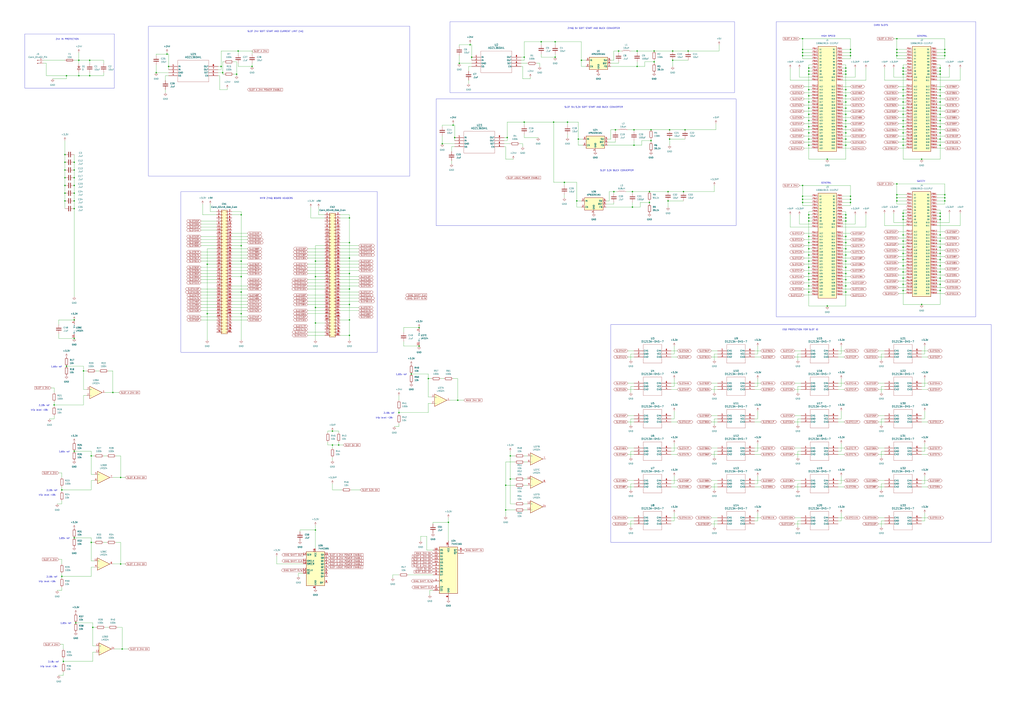
<source format=kicad_sch>
(kicad_sch (version 20230121) (generator eeschema)
  (paper "A1")
  (junction (at 772.16 180.34))
  (junction (at 679.45 130.81))
  (junction (at 60.96 262.89))
  (junction (at 62.23 511.81))
  (junction (at 565.15 41.91))
  (junction (at 694.69 204.47))
  (junction (at 198.12 201.93))
  (junction (at 694.69 73.66))
  (junction (at 198.12 257.81))
  (junction (at 694.69 224.79))
  (junction (at 198.12 240.03))
  (junction (at 548.64 157.48))
  (junction (at 562.61 106.68))
  (junction (at 60.96 165.1))
  (junction (at 664.21 58.42))
  (junction (at 561.34 157.48))
  (junction (at 273.05 354.33))
  (junction (at 659.13 166.37))
  (junction (at 694.69 214.63))
  (junction (at 694.69 104.14))
  (junction (at 170.18 217.17))
  (junction (at 736.6 31.75))
  (junction (at 772.16 193.04))
  (junction (at 756.92 130.81))
  (junction (at 419.1 393.7))
  (junction (at 741.68 88.9))
  (junction (at 772.16 104.14))
  (junction (at 772.16 83.82))
  (junction (at 772.16 78.74))
  (junction (at 74.93 445.77))
  (junction (at 698.5 161.29))
  (junction (at 64.77 62.23))
  (junction (at 344.17 269.24))
  (junction (at 775.97 160.02))
  (junction (at 664.21 240.03))
  (junction (at 54.61 62.23))
  (junction (at 772.16 208.28))
  (junction (at 664.21 209.55))
  (junction (at 387.35 46.99))
  (junction (at 772.16 114.3))
  (junction (at 694.69 219.71))
  (junction (at 736.6 40.64))
  (junction (at 344.17 284.48))
  (junction (at 508 41.91))
  (junction (at 698.5 43.18))
  (junction (at 259.08 227.33))
  (junction (at 694.69 229.87))
  (junction (at 772.16 233.68))
  (junction (at 337.82 307.34))
  (junction (at 273.05 365.76))
  (junction (at 455.93 46.99))
  (junction (at 775.97 43.18))
  (junction (at 694.69 93.98))
  (junction (at 207.01 54.61))
  (junction (at 741.68 223.52))
  (junction (at 664.21 219.71))
  (junction (at 741.68 119.38))
  (junction (at 772.16 238.76))
  (junction (at 259.08 252.73))
  (junction (at 775.97 165.1))
  (junction (at 287.02 237.49))
  (junction (at 287.02 212.09))
  (junction (at 694.69 240.03))
  (junction (at 60.96 146.05))
  (junction (at 664.21 83.82))
  (junction (at 377.19 52.07))
  (junction (at 736.6 43.18))
  (junction (at 772.16 60.96))
  (junction (at 549.91 114.3))
  (junction (at 694.69 99.06))
  (junction (at 741.68 180.34))
  (junction (at 664.21 114.3))
  (junction (at 772.16 58.42))
  (junction (at 736.6 160.02))
  (junction (at 552.45 41.91))
  (junction (at 772.16 213.36))
  (junction (at 741.68 228.6))
  (junction (at 694.69 83.82))
  (junction (at 534.67 115.57))
  (junction (at 741.68 198.12))
  (junction (at 694.69 60.96))
  (junction (at 741.68 93.98))
  (junction (at 415.29 398.78))
  (junction (at 741.68 109.22))
  (junction (at 694.69 114.3))
  (junction (at 664.21 181.61))
  (junction (at 664.21 229.87))
  (junction (at 659.13 43.18))
  (junction (at 53.34 146.05))
  (junction (at 444.5 34.29))
  (junction (at 198.12 227.33))
  (junction (at 419.1 374.65))
  (junction (at 698.5 166.37))
  (junction (at 698.5 45.72))
  (junction (at 741.68 114.3))
  (junction (at 549.91 106.68))
  (junction (at 694.69 58.42))
  (junction (at 741.68 58.42))
  (junction (at 664.21 204.47))
  (junction (at 741.68 213.36))
  (junction (at 170.18 257.81))
  (junction (at 473.71 165.1))
  (junction (at 664.21 119.38))
  (junction (at 60.96 139.7))
  (junction (at 182.88 59.69))
  (junction (at 741.68 193.04))
  (junction (at 664.21 88.9))
  (junction (at 99.06 463.55))
  (junction (at 50.8 473.71))
  (junction (at 741.68 104.14))
  (junction (at 92.71 322.58))
  (junction (at 741.68 78.74))
  (junction (at 60.96 370.84))
  (junction (at 466.09 100.33))
  (junction (at 523.24 54.61))
  (junction (at 455.93 34.29))
  (junction (at 373.38 113.03))
  (junction (at 99.06 392.43))
  (junction (at 694.69 88.9))
  (junction (at 679.45 251.46))
  (junction (at 741.68 55.88))
  (junction (at 694.69 194.31))
  (junction (at 64.77 49.53))
  (junction (at 74.93 374.65))
  (junction (at 664.21 179.07))
  (junction (at 659.13 152.4))
  (junction (at 772.16 228.6))
  (junction (at 287.02 179.07))
  (junction (at 73.66 62.23))
  (junction (at 278.13 365.76))
  (junction (at 775.97 40.64))
  (junction (at 53.34 133.35))
  (junction (at 694.69 119.38))
  (junction (at 100.33 533.4))
  (junction (at 68.58 304.8))
  (junction (at 694.69 199.39))
  (junction (at 327.66 339.09))
  (junction (at 741.68 208.28))
  (junction (at 287.02 199.39))
  (junction (at 53.34 152.4))
  (junction (at 138.43 54.61))
  (junction (at 194.31 60.96))
  (junction (at 694.69 209.55))
  (junction (at 736.6 151.13))
  (junction (at 772.16 218.44))
  (junction (at 775.97 162.56))
  (junction (at 534.67 106.68))
  (junction (at 772.16 99.06))
  (junction (at 756.92 250.19))
  (junction (at 552.45 49.53))
  (junction (at 741.68 99.06))
  (junction (at 775.97 45.72))
  (junction (at 664.21 234.95))
  (junction (at 659.13 161.29))
  (junction (at 533.4 166.37))
  (junction (at 741.68 218.44))
  (junction (at 772.16 119.38))
  (junction (at 137.16 44.45))
  (junction (at 664.21 60.96))
  (junction (at 698.5 40.64))
  (junction (at 659.13 163.83))
  (junction (at 463.55 149.86))
  (junction (at 694.69 78.74))
  (junction (at 76.2 515.62))
  (junction (at 287.02 275.59))
  (junction (at 73.66 49.53))
  (junction (at 520.7 119.38))
  (junction (at 694.69 55.88))
  (junction (at 54.61 300.99))
  (junction (at 659.13 31.75))
  (junction (at 772.16 175.26))
  (junction (at 664.21 109.22))
  (junction (at 772.16 177.8))
  (junction (at 351.79 311.15))
  (junction (at 368.3 429.26))
  (junction (at 664.21 224.79))
  (junction (at 363.22 118.11))
  (junction (at 694.69 109.22))
  (junction (at 372.11 102.87))
  (junction (at 53.34 127))
  (junction (at 60.96 171.45))
  (junction (at 548.64 165.1))
  (junction (at 259.08 214.63))
  (junction (at 664.21 199.39))
  (junction (at 386.08 36.83))
  (junction (at 519.43 170.18))
  (junction (at 741.68 203.2))
  (junction (at 772.16 93.98))
  (junction (at 474.98 114.3))
  (junction (at 664.21 99.06))
  (junction (at 198.12 176.53))
  (junction (at 504.19 157.48))
  (junction (at 741.68 238.76))
  (junction (at 741.68 60.96))
  (junction (at 454.66 100.33))
  (junction (at 664.21 176.53))
  (junction (at 287.02 250.19))
  (junction (at 195.58 41.91))
  (junction (at 60.96 278.13))
  (junction (at 664.21 55.88))
  (junction (at 772.16 55.88))
  (junction (at 694.69 176.53))
  (junction (at 659.13 45.72))
  (junction (at 60.96 152.4))
  (junction (at 477.52 49.53))
  (junction (at 416.56 113.03))
  (junction (at 430.53 100.33))
  (junction (at 53.34 139.7))
  (junction (at 772.16 73.66))
  (junction (at 694.69 181.61))
  (junction (at 741.68 175.26))
  (junction (at 741.68 73.66))
  (junction (at 736.6 45.72))
  (junction (at 772.16 198.12))
  (junction (at 198.12 214.63))
  (junction (at 287.02 262.89))
  (junction (at 60.96 158.75))
  (junction (at 520.7 106.68))
  (junction (at 519.43 157.48))
  (junction (at 694.69 234.95))
  (junction (at 50.8 402.59))
  (junction (at 52.07 543.56))
  (junction (at 537.21 41.91))
  (junction (at 259.08 265.43))
  (junction (at 772.16 109.22))
  (junction (at 128.27 59.69))
  (junction (at 664.21 73.66))
  (junction (at 736.6 165.1))
  (junction (at 287.02 224.79))
  (junction (at 375.92 328.93))
  (junction (at 772.16 223.52))
  (junction (at 698.5 163.83))
  (junction (at 533.4 157.48))
  (junction (at 741.68 177.8))
  (junction (at 664.21 104.14))
  (junction (at 664.21 78.74))
  (junction (at 664.21 93.98))
  (junction (at 415.29 419.1))
  (junction (at 44.45 332.74))
  (junction (at 505.46 106.68))
  (junction (at 741.68 83.82))
  (junction (at 60.96 441.96))
  (junction (at 537.21 50.8))
  (junction (at 664.21 194.31))
  (junction (at 53.34 158.75))
  (junction (at 181.61 54.61))
  (junction (at 53.34 165.1))
  (junction (at 772.16 88.9))
  (junction (at 523.24 41.91))
  (junction (at 694.69 179.07))
  (junction (at 741.68 233.68))
  (junction (at 60.96 133.35))
  (junction (at 736.6 162.56))
  (junction (at 772.16 203.2))
  (junction (at 430.53 46.99))
  (junction (at 659.13 40.64))
  (junction (at 259.08 435.61))
  (junction (at 664.21 214.63))
  (wire (pts (xy 756.92 373.38) (xy 762 373.38)))
  (wire (pts (xy 414.02 115.57) (xy 416.56 115.57)))
  (wire (pts (xy 551.18 425.45) (xy 556.26 425.45)))
  (wire (pts (xy 619.76 425.45) (xy 624.84 425.45)))
  (wire (pts (xy 769.62 210.82) (xy 775.97 210.82)))
  (wire (pts (xy 741.68 93.98) (xy 741.68 88.9)))
  (wire (pts (xy 655.32 370.84) (xy 657.86 370.84)))
  (wire (pts (xy 692.15 242.57) (xy 698.5 242.57)))
  (wire (pts (xy 741.68 203.2) (xy 741.68 198.12)))
  (wire (pts (xy 190.5 227.33) (xy 198.12 227.33)))
  (wire (pts (xy 190.5 262.89) (xy 203.2 262.89)))
  (wire (pts (xy 518.16 370.84) (xy 520.7 370.84)))
  (wire (pts (xy 692.15 43.18) (xy 698.5 43.18)))
  (wire (pts (xy 688.34 397.51) (xy 690.88 397.51)))
  (wire (pts (xy 386.08 36.83) (xy 377.19 36.83)))
  (wire (pts (xy 537.21 41.91) (xy 552.45 41.91)))
  (wire (pts (xy 279.4 222.25) (xy 294.64 222.25)))
  (wire (pts (xy 198.12 257.81) (xy 190.5 257.81)))
  (wire (pts (xy 692.15 111.76) (xy 698.5 111.76)))
  (wire (pts (xy 756.92 314.96) (xy 762 314.96)))
  (wire (pts (xy 387.35 46.99) (xy 387.35 49.53)))
  (wire (pts (xy 741.68 93.98) (xy 744.22 93.98)))
  (wire (pts (xy 664.21 224.79) (xy 666.75 224.79)))
  (wire (pts (xy 694.69 204.47) (xy 694.69 209.55)))
  (wire (pts (xy 652.78 368.3) (xy 657.86 368.3)))
  (wire (pts (xy 419.1 374.65) (xy 419.1 370.84)))
  (wire (pts (xy 165.1 209.55) (xy 177.8 209.55)))
  (wire (pts (xy 741.68 208.28) (xy 741.68 203.2)))
  (wire (pts (xy 692.15 194.31) (xy 694.69 194.31)))
  (wire (pts (xy 137.16 44.45) (xy 128.27 44.45)))
  (wire (pts (xy 259.08 227.33) (xy 259.08 252.73)))
  (wire (pts (xy 584.2 341.63) (xy 589.28 341.63)))
  (wire (pts (xy 497.84 165.1) (xy 500.38 165.1)))
  (wire (pts (xy 756.92 288.29) (xy 762 288.29)))
  (wire (pts (xy 474.98 114.3) (xy 478.79 114.3)))
  (wire (pts (xy 737.87 86.36) (xy 744.22 86.36)))
  (wire (pts (xy 387.35 36.83) (xy 386.08 36.83)))
  (wire (pts (xy 73.66 49.53) (xy 73.66 52.07)))
  (wire (pts (xy 622.3 427.99) (xy 622.3 421.64)))
  (wire (pts (xy 182.88 59.69) (xy 179.07 59.69)))
  (wire (pts (xy 692.15 204.47) (xy 694.69 204.47)))
  (wire (pts (xy 165.1 214.63) (xy 177.8 214.63)))
  (wire (pts (xy 619.76 394.97) (xy 624.84 394.97)))
  (wire (pts (xy 741.68 99.06) (xy 741.68 93.98)))
  (wire (pts (xy 666.75 43.18) (xy 659.13 43.18)))
  (wire (pts (xy 351.79 311.15) (xy 351.79 307.34)))
  (wire (pts (xy 279.4 217.17) (xy 294.64 217.17)))
  (wire (pts (xy 769.62 66.04) (xy 788.67 66.04)))
  (wire (pts (xy 419.1 393.7) (xy 422.91 393.7)))
  (wire (pts (xy 688.34 344.17) (xy 690.88 344.17)))
  (wire (pts (xy 68.58 304.8) (xy 71.12 304.8)))
  (wire (pts (xy 191.77 60.96) (xy 194.31 60.96)))
  (wire (pts (xy 772.16 109.22) (xy 772.16 114.3)))
  (wire (pts (xy 414.02 113.03) (xy 416.56 113.03)))
  (wire (pts (xy 769.62 162.56) (xy 775.97 162.56)))
  (wire (pts (xy 723.9 375.92) (xy 723.9 370.84)))
  (wire (pts (xy 368.3 429.26) (xy 368.3 444.5)))
  (wire (pts (xy 52.07 533.4) (xy 52.07 529.59)))
  (wire (pts (xy 165.1 260.35) (xy 177.8 260.35)))
  (wire (pts (xy 68.58 300.99) (xy 54.61 300.99)))
  (wire (pts (xy 515.62 425.45) (xy 520.7 425.45)))
  (wire (pts (xy 427.99 49.53) (xy 430.53 49.53)))
  (wire (pts (xy 692.15 81.28) (xy 698.5 81.28)))
  (wire (pts (xy 68.58 320.04) (xy 68.58 304.8)))
  (wire (pts (xy 384.81 66.04) (xy 384.81 68.58)))
  (wire (pts (xy 692.15 73.66) (xy 694.69 73.66)))
  (wire (pts (xy 741.68 130.81) (xy 741.68 119.38)))
  (wire (pts (xy 518.16 397.51) (xy 520.7 397.51)))
  (wire (pts (xy 50.8 463.55) (xy 50.8 459.74)))
  (wire (pts (xy 694.69 229.87) (xy 694.69 234.95)))
  (wire (pts (xy 769.62 185.42) (xy 788.67 185.42)))
  (wire (pts (xy 444.5 44.45) (xy 444.5 46.99)))
  (wire (pts (xy 355.6 429.26) (xy 368.3 429.26)))
  (wire (pts (xy 287.02 212.09) (xy 287.02 224.79)))
  (wire (pts (xy 759.46 427.99) (xy 759.46 421.64)))
  (wire (pts (xy 660.4 217.17) (xy 666.75 217.17)))
  (wire (pts (xy 721.36 293.37) (xy 726.44 293.37)))
  (wire (pts (xy 590.55 36.83) (xy 590.55 41.91)))
  (wire (pts (xy 430.53 398.78) (xy 433.07 398.78)))
  (wire (pts (xy 692.15 163.83) (xy 698.5 163.83)))
  (wire (pts (xy 737.87 106.68) (xy 744.22 106.68)))
  (wire (pts (xy 769.62 203.2) (xy 772.16 203.2)))
  (wire (pts (xy 181.61 54.61) (xy 181.61 41.91)))
  (wire (pts (xy 655.32 375.92) (xy 655.32 370.84)))
  (wire (pts (xy 694.69 93.98) (xy 694.69 99.06)))
  (wire (pts (xy 741.68 177.8) (xy 741.68 175.26)))
  (wire (pts (xy 534.67 115.57) (xy 534.67 116.84)))
  (wire (pts (xy 656.59 176.53) (xy 656.59 184.15)))
  (wire (pts (xy 741.68 88.9) (xy 741.68 83.82)))
  (wire (pts (xy 520.7 106.68) (xy 515.62 106.68)))
  (wire (pts (xy 331.47 284.48) (xy 331.47 280.67)))
  (wire (pts (xy 775.97 165.1) (xy 775.97 162.56)))
  (wire (pts (xy 38.1 62.23) (xy 54.61 62.23)))
  (wire (pts (xy 584.2 346.71) (xy 589.28 346.71)))
  (wire (pts (xy 415.29 120.65) (xy 414.02 120.65)))
  (wire (pts (xy 548.64 165.1) (xy 561.34 165.1)))
  (wire (pts (xy 769.62 182.88) (xy 779.78 182.88)))
  (wire (pts (xy 586.74 370.84) (xy 589.28 370.84)))
  (wire (pts (xy 351.79 311.15) (xy 354.33 311.15)))
  (wire (pts (xy 529.59 50.8) (xy 529.59 54.61)))
  (wire (pts (xy 769.62 78.74) (xy 772.16 78.74)))
  (wire (pts (xy 354.33 326.39) (xy 351.79 326.39)))
  (wire (pts (xy 227.33 463.55) (xy 227.33 457.2)))
  (wire (pts (xy 92.71 322.58) (xy 97.79 322.58)))
  (wire (pts (xy 504.19 49.53) (xy 504.19 41.91)))
  (wire (pts (xy 369.57 328.93) (xy 375.92 328.93)))
  (wire (pts (xy 679.45 251.46) (xy 694.69 251.46)))
  (wire (pts (xy 279.4 204.47) (xy 294.64 204.47)))
  (wire (pts (xy 741.68 198.12) (xy 744.22 198.12)))
  (wire (pts (xy 772.16 213.36) (xy 772.16 218.44)))
  (wire (pts (xy 261.62 176.53) (xy 266.7 176.53)))
  (wire (pts (xy 50.8 473.71) (xy 50.8 474.98)))
  (wire (pts (xy 165.1 245.11) (xy 177.8 245.11)))
  (wire (pts (xy 473.71 170.18) (xy 473.71 165.1)))
  (wire (pts (xy 99.06 463.55) (xy 102.87 463.55)))
  (wire (pts (xy 335.28 472.44) (xy 355.6 472.44)))
  (wire (pts (xy 35.56 52.07) (xy 38.1 52.07)))
  (wire (pts (xy 165.1 196.85) (xy 177.8 196.85)))
  (wire (pts (xy 415.29 419.1) (xy 415.29 398.78)))
  (wire (pts (xy 769.62 63.5) (xy 779.78 63.5)))
  (wire (pts (xy 655.32 402.59) (xy 655.32 397.51)))
  (wire (pts (xy 698.5 168.91) (xy 698.5 166.37)))
  (wire (pts (xy 586.74 295.91) (xy 586.74 290.83)))
  (wire (pts (xy 692.15 40.64) (xy 698.5 40.64)))
  (wire (pts (xy 430.53 374.65) (xy 433.07 374.65)))
  (wire (pts (xy 68.58 332.74) (xy 44.45 332.74)))
  (wire (pts (xy 553.72 317.5) (xy 553.72 311.15)))
  (wire (pts (xy 664.21 93.98) (xy 666.75 93.98)))
  (wire (pts (xy 775.97 162.56) (xy 775.97 160.02)))
  (wire (pts (xy 584.2 394.97) (xy 589.28 394.97)))
  (wire (pts (xy 744.22 165.1) (xy 736.6 165.1)))
  (wire (pts (xy 586.74 375.92) (xy 586.74 370.84)))
  (wire (pts (xy 664.21 181.61) (xy 666.75 181.61)))
  (wire (pts (xy 279.4 262.89) (xy 287.02 262.89)))
  (wire (pts (xy 415.29 419.1) (xy 422.91 419.1)))
  (wire (pts (xy 181.61 57.15) (xy 181.61 54.61)))
  (wire (pts (xy 100.33 515.62) (xy 96.52 515.62)))
  (wire (pts (xy 775.97 45.72) (xy 775.97 43.18)))
  (wire (pts (xy 551.18 373.38) (xy 556.26 373.38)))
  (wire (pts (xy 769.62 73.66) (xy 772.16 73.66)))
  (wire (pts (xy 741.68 83.82) (xy 744.22 83.82)))
  (wire (pts (xy 50.8 392.43) (xy 50.8 388.62)))
  (wire (pts (xy 690.88 427.99) (xy 690.88 421.64)))
  (wire (pts (xy 165.1 212.09) (xy 177.8 212.09)))
  (wire (pts (xy 741.68 55.88) (xy 741.68 53.34)))
  (wire (pts (xy 474.98 100.33) (xy 474.98 114.3)))
  (wire (pts (xy 652.78 314.96) (xy 657.86 314.96)))
  (wire (pts (xy 772.16 53.34) (xy 772.16 55.88)))
  (wire (pts (xy 664.21 229.87) (xy 664.21 224.79)))
  (wire (pts (xy 692.15 93.98) (xy 694.69 93.98)))
  (wire (pts (xy 744.22 40.64) (xy 736.6 40.64)))
  (wire (pts (xy 737.87 190.5) (xy 744.22 190.5)))
  (wire (pts (xy 354.33 331.47) (xy 351.79 331.47)))
  (wire (pts (xy 77.47 466.09) (xy 74.93 466.09)))
  (wire (pts (xy 741.68 218.44) (xy 741.68 213.36)))
  (wire (pts (xy 692.15 60.96) (xy 694.69 60.96)))
  (wire (pts (xy 769.62 43.18) (xy 775.97 43.18)))
  (wire (pts (xy 74.93 461.01) (xy 74.93 445.77)))
  (wire (pts (xy 659.13 152.4) (xy 659.13 161.29)))
  (wire (pts (xy 741.68 233.68) (xy 741.68 228.6)))
  (wire (pts (xy 81.28 304.8) (xy 78.74 304.8)))
  (wire (pts (xy 741.68 104.14) (xy 741.68 99.06)))
  (wire (pts (xy 664.21 78.74) (xy 664.21 73.66)))
  (wire (pts (xy 353.06 485.14) (xy 353.06 488.95)))
  (wire (pts (xy 660.4 191.77) (xy 666.75 191.77)))
  (wire (pts (xy 769.62 101.6) (xy 775.97 101.6)))
  (wire (pts (xy 736.6 151.13) (xy 736.6 160.02)))
  (wire (pts (xy 734.06 63.5) (xy 744.22 63.5)))
  (wire (pts (xy 759.46 317.5) (xy 759.46 311.15)))
  (wire (pts (xy 53.34 115.57) (xy 53.34 127)))
  (wire (pts (xy 549.91 106.68) (xy 562.61 106.68)))
  (wire (pts (xy 48.26 278.13) (xy 48.26 274.32)))
  (wire (pts (xy 269.24 365.76) (xy 273.05 365.76)))
  (wire (pts (xy 259.08 435.61) (xy 259.08 450.85)))
  (wire (pts (xy 756.92 370.84) (xy 759.46 370.84)))
  (wire (pts (xy 692.15 78.74) (xy 694.69 78.74)))
  (wire (pts (xy 415.29 424.18) (xy 415.29 419.1)))
  (wire (pts (xy 77.47 394.97) (xy 74.93 394.97)))
  (wire (pts (xy 664.21 88.9) (xy 664.21 83.82)))
  (wire (pts (xy 515.62 368.3) (xy 520.7 368.3)))
  (wire (pts (xy 664.21 60.96) (xy 664.21 58.42)))
  (wire (pts (xy 769.62 238.76) (xy 772.16 238.76)))
  (wire (pts (xy 419.1 414.02) (xy 419.1 393.7)))
  (wire (pts (xy 694.69 199.39) (xy 694.69 204.47)))
  (wire (pts (xy 190.5 247.65) (xy 203.2 247.65)))
  (wire (pts (xy 259.08 279.4) (xy 259.08 265.43)))
  (wire (pts (xy 694.69 53.34) (xy 692.15 53.34)))
  (wire (pts (xy 741.68 172.72) (xy 744.22 172.72)))
  (wire (pts (xy 656.59 152.4) (xy 659.13 152.4)))
  (wire (pts (xy 429.26 118.11) (xy 429.26 120.65)))
  (wire (pts (xy 659.13 45.72) (xy 659.13 43.18)))
  (wire (pts (xy 377.19 45.72) (xy 377.19 52.07)))
  (wire (pts (xy 553.72 397.51) (xy 553.72 391.16)))
  (wire (pts (xy 87.63 445.77) (xy 85.09 445.77)))
  (wire (pts (xy 261.62 170.18) (xy 261.62 176.53)))
  (wire (pts (xy 741.68 119.38) (xy 741.68 114.3)))
  (wire (pts (xy 182.88 50.8) (xy 182.88 59.69)))
  (wire (pts (xy 694.69 234.95) (xy 694.69 240.03)))
  (wire (pts (xy 552.45 41.91) (xy 565.15 41.91)))
  (wire (pts (xy 128.27 53.34) (xy 128.27 59.69)))
  (wire (pts (xy 737.87 116.84) (xy 744.22 116.84)))
  (wire (pts (xy 737.87 195.58) (xy 744.22 195.58)))
  (wire (pts (xy 664.21 83.82) (xy 666.75 83.82)))
  (wire (pts (xy 477.52 34.29) (xy 477.52 49.53)))
  (wire (pts (xy 279.4 199.39) (xy 287.02 199.39)))
  (wire (pts (xy 664.21 83.82) (xy 664.21 78.74)))
  (wire (pts (xy 741.68 114.3) (xy 741.68 109.22)))
  (wire (pts (xy 702.31 176.53) (xy 702.31 184.15)))
  (wire (pts (xy 659.13 163.83) (xy 659.13 161.29)))
  (wire (pts (xy 655.32 349.25) (xy 655.32 344.17)))
  (wire (pts (xy 726.44 55.88) (xy 726.44 66.04)))
  (wire (pts (xy 518.16 322.58) (xy 518.16 317.5)))
  (wire (pts (xy 499.11 114.3) (xy 501.65 114.3)))
  (wire (pts (xy 772.16 83.82) (xy 772.16 88.9)))
  (wire (pts (xy 533.4 165.1) (xy 533.4 166.37)))
  (wire (pts (xy 279.4 229.87) (xy 294.64 229.87)))
  (wire (pts (xy 327.66 328.93) (xy 327.66 325.12)))
  (wire (pts (xy 741.68 203.2) (xy 744.22 203.2)))
  (wire (pts (xy 279.4 224.79) (xy 287.02 224.79)))
  (wire (pts (xy 99.06 392.43) (xy 99.06 374.65)))
  (wire (pts (xy 769.62 220.98) (xy 775.97 220.98)))
  (wire (pts (xy 279.4 179.07) (xy 287.02 179.07)))
  (wire (pts (xy 741.68 119.38) (xy 744.22 119.38)))
  (wire (pts (xy 416.56 113.03) (xy 416.56 100.33)))
  (wire (pts (xy 73.66 59.69) (xy 73.66 62.23)))
  (wire (pts (xy 53.34 158.75) (xy 53.34 165.1)))
  (wire (pts (xy 505.46 116.84) (xy 505.46 115.57)))
  (wire (pts (xy 660.4 227.33) (xy 666.75 227.33)))
  (wire (pts (xy 666.75 66.04) (xy 648.97 66.04)))
  (wire (pts (xy 664.21 194.31) (xy 666.75 194.31)))
  (wire (pts (xy 692.15 48.26) (xy 698.5 48.26)))
  (wire (pts (xy 60.96 262.89) (xy 48.26 262.89)))
  (wire (pts (xy 355.6 485.14) (xy 353.06 485.14)))
  (wire (pts (xy 93.98 533.4) (xy 100.33 533.4)))
  (wire (pts (xy 619.76 373.38) (xy 624.84 373.38)))
  (wire (pts (xy 166.37 167.64) (xy 166.37 176.53)))
  (wire (pts (xy 74.93 374.65) (xy 77.47 374.65)))
  (wire (pts (xy 692.15 229.87) (xy 694.69 229.87)))
  (wire (pts (xy 138.43 44.45) (xy 137.16 44.45)))
  (wire (pts (xy 74.93 370.84) (xy 60.96 370.84)))
  (wire (pts (xy 444.5 46.99) (xy 455.93 46.99)))
  (wire (pts (xy 186.69 73.66) (xy 186.69 72.39)))
  (wire (pts (xy 688.34 290.83) (xy 690.88 290.83)))
  (wire (pts (xy 198.12 240.03) (xy 198.12 257.81)))
  (wire (pts (xy 52.07 541.02) (xy 52.07 543.56)))
  (wire (pts (xy 688.34 368.3) (xy 693.42 368.3)))
  (wire (pts (xy 698.5 31.75) (xy 659.13 31.75)))
  (wire (pts (xy 698.5 161.29) (xy 698.5 152.4)))
  (wire (pts (xy 523.24 41.91) (xy 537.21 41.91)))
  (wire (pts (xy 195.58 41.91) (xy 195.58 44.45)))
  (wire (pts (xy 741.68 78.74) (xy 741.68 73.66)))
  (wire (pts (xy 518.16 344.17) (xy 520.7 344.17)))
  (wire (pts (xy 756.92 320.04) (xy 762 320.04)))
  (wire (pts (xy 692.15 184.15) (xy 702.31 184.15)))
  (wire (pts (xy 584.2 430.53) (xy 589.28 430.53)))
  (wire (pts (xy 287.02 199.39) (xy 287.02 212.09)))
  (wire (pts (xy 60.96 49.53) (xy 64.77 49.53)))
  (wire (pts (xy 744.22 162.56) (xy 736.6 162.56)))
  (wire (pts (xy 252.73 217.17) (xy 266.7 217.17)))
  (wire (pts (xy 78.74 535.94) (xy 76.2 535.94)))
  (wire (pts (xy 664.21 119.38) (xy 664.21 114.3)))
  (wire (pts (xy 287.02 237.49) (xy 287.02 250.19)))
  (wire (pts (xy 586.74 433.07) (xy 586.74 427.99)))
  (wire (pts (xy 266.7 214.63) (xy 259.08 214.63)))
  (wire (pts (xy 664.21 99.06) (xy 664.21 93.98)))
  (wire (pts (xy 50.8 388.62) (xy 48.26 388.62)))
  (wire (pts (xy 523.24 43.18) (xy 523.24 41.91)))
  (wire (pts (xy 679.45 130.81) (xy 664.21 130.81)))
  (wire (pts (xy 736.6 162.56) (xy 736.6 160.02)))
  (wire (pts (xy 279.4 232.41) (xy 294.64 232.41)))
  (wire (pts (xy 656.59 55.88) (xy 656.59 63.5)))
  (wire (pts (xy 279.4 207.01) (xy 294.64 207.01)))
  (wire (pts (xy 60.96 152.4) (xy 60.96 158.75)))
  (wire (pts (xy 772.16 208.28) (xy 772.16 213.36)))
  (wire (pts (xy 46.99 485.14) (xy 50.8 485.14)))
  (wire (pts (xy 655.32 427.99) (xy 657.86 427.99)))
  (wire (pts (xy 769.62 91.44) (xy 775.97 91.44)))
  (wire (pts (xy 652.78 430.53) (xy 657.86 430.53)))
  (wire (pts (xy 769.62 83.82) (xy 772.16 83.82)))
  (wire (pts (xy 252.73 273.05) (xy 266.7 273.05)))
  (wire (pts (xy 384.81 54.61) (xy 387.35 54.61)))
  (wire (pts (xy 429.26 54.61) (xy 427.99 54.61)))
  (wire (pts (xy 195.58 41.91) (xy 207.01 41.91)))
  (wire (pts (xy 345.44 440.69) (xy 345.44 444.5)))
  (wire (pts (xy 372.11 101.6) (xy 372.11 102.87)))
  (wire (pts (xy 723.9 397.51) (xy 726.44 397.51)))
  (wire (pts (xy 692.15 166.37) (xy 698.5 166.37)))
  (wire (pts (xy 622.3 397.51) (xy 622.3 391.16)))
  (wire (pts (xy 736.6 31.75) (xy 736.6 40.64)))
  (wire (pts (xy 698.5 152.4) (xy 659.13 152.4)))
  (wire (pts (xy 692.15 96.52) (xy 698.5 96.52)))
  (wire (pts (xy 170.18 204.47) (xy 170.18 217.17)))
  (wire (pts (xy 690.88 344.17) (xy 690.88 337.82)))
  (wire (pts (xy 772.16 119.38) (xy 772.16 130.81)))
  (wire (pts (xy 588.01 101.6) (xy 588.01 106.68)))
  (wire (pts (xy 363.22 102.87) (xy 363.22 104.14)))
  (wire (pts (xy 688.34 400.05) (xy 693.42 400.05)))
  (wire (pts (xy 664.21 181.61) (xy 664.21 179.07)))
  (wire (pts (xy 775.97 160.02) (xy 775.97 151.13)))
  (wire (pts (xy 565.15 41.91) (xy 590.55 41.91)))
  (wire (pts (xy 54.61 64.77) (xy 43.18 64.77)))
  (wire (pts (xy 769.62 93.98) (xy 772.16 93.98)))
  (wire (pts (xy 165.1 247.65) (xy 177.8 247.65)))
  (wire (pts (xy 287.02 224.79) (xy 287.02 237.49)))
  (wire (pts (xy 54.61 64.77) (xy 54.61 62.23)))
  (wire (pts (xy 551.18 320.04) (xy 556.26 320.04)))
  (wire (pts (xy 443.23 52.07) (xy 443.23 54.61)))
  (wire (pts (xy 518.16 402.59) (xy 518.16 397.51)))
  (wire (pts (xy 245.11 473.71) (xy 245.11 471.17)))
  (wire (pts (xy 664.21 58.42) (xy 666.75 58.42)))
  (wire (pts (xy 92.71 463.55) (xy 99.06 463.55)))
  (wire (pts (xy 252.73 232.41) (xy 266.7 232.41)))
  (wire (pts (xy 664.21 55.88) (xy 666.75 55.88)))
  (wire (pts (xy 737.87 236.22) (xy 744.22 236.22)))
  (wire (pts (xy 279.4 201.93) (xy 294.64 201.93)))
  (wire (pts (xy 287.02 275.59) (xy 287.02 279.4)))
  (wire (pts (xy 279.4 247.65) (xy 294.64 247.65)))
  (wire (pts (xy 741.68 223.52) (xy 744.22 223.52)))
  (wire (pts (xy 351.79 326.39) (xy 351.79 311.15)))
  (wire (pts (xy 586.74 344.17) (xy 589.28 344.17)))
  (wire (pts (xy 533.4 166.37) (xy 525.78 166.37)))
  (wire (pts (xy 664.21 179.07) (xy 666.75 179.07)))
  (wire (pts (xy 664.21 219.71) (xy 664.21 214.63)))
  (wire (pts (xy 664.21 130.81) (xy 664.21 119.38)))
  (wire (pts (xy 692.15 109.22) (xy 694.69 109.22)))
  (wire (pts (xy 690.88 290.83) (xy 690.88 284.48)))
  (wire (pts (xy 279.4 227.33) (xy 294.64 227.33)))
  (wire (pts (xy 259.08 201.93) (xy 259.08 214.63)))
  (wire (pts (xy 500.38 157.48) (xy 504.19 157.48)))
  (wire (pts (xy 501.65 106.68) (xy 505.46 106.68)))
  (wire (pts (xy 698.5 166.37) (xy 698.5 163.83)))
  (wire (pts (xy 694.69 224.79) (xy 694.69 229.87)))
  (wire (pts (xy 664.21 104.14) (xy 664.21 99.06)))
  (wire (pts (xy 182.88 60.96) (xy 182.88 59.69)))
  (wire (pts (xy 473.71 149.86) (xy 473.71 165.1)))
  (wire (pts (xy 518.16 317.5) (xy 520.7 317.5)))
  (wire (pts (xy 756.92 250.19) (xy 741.68 250.19)))
  (wire (pts (xy 259.08 252.73) (xy 259.08 265.43)))
  (wire (pts (xy 586.74 317.5) (xy 589.28 317.5)))
  (wire (pts (xy 664.21 114.3) (xy 664.21 109.22)))
  (wire (pts (xy 769.62 86.36) (xy 775.97 86.36)))
  (wire (pts (xy 692.15 179.07) (xy 694.69 179.07)))
  (wire (pts (xy 721.36 373.38) (xy 726.44 373.38)))
  (wire (pts (xy 723.9 344.17) (xy 726.44 344.17)))
  (wire (pts (xy 551.18 397.51) (xy 553.72 397.51)))
  (wire (pts (xy 692.15 222.25) (xy 698.5 222.25)))
  (wire (pts (xy 702.31 55.88) (xy 702.31 63.5)))
  (wire (pts (xy 172.72 173.99) (xy 177.8 173.99)))
  (wire (pts (xy 769.62 116.84) (xy 775.97 116.84)))
  (wire (pts (xy 744.22 167.64) (xy 736.6 167.64)))
  (wire (pts (xy 652.78 320.04) (xy 657.86 320.04)))
  (wire (pts (xy 756.92 250.19) (xy 772.16 250.19)))
  (wire (pts (xy 52.07 529.59) (xy 49.53 529.59)))
  (wire (pts (xy 279.4 275.59) (xy 287.02 275.59)))
  (wire (pts (xy 772.16 114.3) (xy 772.16 119.38)))
  (wire (pts (xy 619.76 344.17) (xy 622.3 344.17)))
  (wire (pts (xy 769.62 208.28) (xy 772.16 208.28)))
  (wire (pts (xy 48.26 554.99) (xy 52.07 554.99)))
  (wire (pts (xy 430.53 419.1) (xy 433.07 419.1)))
  (wire (pts (xy 655.32 433.07) (xy 655.32 427.99)))
  (wire (pts (xy 741.68 53.34) (xy 744.22 53.34)))
  (wire (pts (xy 756.92 130.81) (xy 741.68 130.81)))
  (wire (pts (xy 772.16 60.96) (xy 772.16 73.66)))
  (wire (pts (xy 430.53 100.33) (xy 454.66 100.33)))
  (wire (pts (xy 523.24 54.61) (xy 523.24 50.8)))
  (wire (pts (xy 351.79 331.47) (xy 351.79 339.09)))
  (wire (pts (xy 440.69 52.07) (xy 443.23 52.07)))
  (wire (pts (xy 664.21 209.55) (xy 666.75 209.55)))
  (wire (pts (xy 737.87 71.12) (xy 744.22 71.12)))
  (wire (pts (xy 660.4 71.12) (xy 666.75 71.12)))
  (wire (pts (xy 619.76 397.51) (xy 622.3 397.51)))
  (wire (pts (xy 694.69 73.66) (xy 694.69 78.74)))
  (wire (pts (xy 499.11 116.84) (xy 505.46 116.84)))
  (wire (pts (xy 387.35 52.07) (xy 377.19 52.07)))
  (wire (pts (xy 721.36 341.63) (xy 726.44 341.63)))
  (wire (pts (xy 737.87 210.82) (xy 744.22 210.82)))
  (wire (pts (xy 73.66 62.23) (xy 64.77 62.23)))
  (wire (pts (xy 50.8 402.59) (xy 50.8 403.86)))
  (wire (pts (xy 723.9 317.5) (xy 726.44 317.5)))
  (wire (pts (xy 190.5 212.09) (xy 203.2 212.09)))
  (wire (pts (xy 266.7 227.33) (xy 259.08 227.33)))
  (wire (pts (xy 688.34 370.84) (xy 690.88 370.84)))
  (wire (pts (xy 694.69 209.55) (xy 694.69 214.63)))
  (wire (pts (xy 694.69 119.38) (xy 694.69 130.81)))
  (wire (pts (xy 415.29 130.81) (xy 415.29 120.65)))
  (wire (pts (xy 172.72 167.64) (xy 172.72 173.99)))
  (wire (pts (xy 53.34 133.35) (xy 53.34 139.7)))
  (wire (pts (xy 74.93 473.71) (xy 50.8 473.71)))
  (wire (pts (xy 660.4 121.92) (xy 666.75 121.92)))
  (wire (pts (xy 655.32 344.17) (xy 657.86 344.17)))
  (wire (pts (xy 426.72 118.11) (xy 429.26 118.11)))
  (wire (pts (xy 692.15 106.68) (xy 698.5 106.68)))
  (wire (pts (xy 252.73 255.27) (xy 266.7 255.27)))
  (wire (pts (xy 660.4 196.85) (xy 666.75 196.85)))
  (wire (pts (xy 652.78 293.37) (xy 657.86 293.37)))
  (wire (pts (xy 660.4 111.76) (xy 666.75 111.76)))
  (wire (pts (xy 537.21 50.8) (xy 537.21 52.07)))
  (wire (pts (xy 259.08 265.43) (xy 266.7 265.43)))
  (wire (pts (xy 466.09 100.33) (xy 466.09 102.87)))
  (wire (pts (xy 736.6 165.1) (xy 736.6 162.56)))
  (wire (pts (xy 772.16 218.44) (xy 772.16 223.52)))
  (wire (pts (xy 166.37 176.53) (xy 177.8 176.53)))
  (wire (pts (xy 518.16 290.83) (xy 520.7 290.83)))
  (wire (pts (xy 664.21 240.03) (xy 664.21 234.95)))
  (wire (pts (xy 60.96 171.45) (xy 60.96 243.84)))
  (wire (pts (xy 373.38 118.11) (xy 363.22 118.11)))
  (wire (pts (xy 692.15 201.93) (xy 698.5 201.93)))
  (wire (pts (xy 584.2 425.45) (xy 589.28 425.45)))
  (wire (pts (xy 435.61 64.77) (xy 429.26 64.77)))
  (wire (pts (xy 505.46 106.68) (xy 505.46 107.95)))
  (wire (pts (xy 523.24 41.91) (xy 518.16 41.91)))
  (wire (pts (xy 373.38 113.03) (xy 373.38 102.87)))
  (wire (pts (xy 692.15 207.01) (xy 698.5 207.01)))
  (wire (pts (xy 584.2 288.29) (xy 589.28 288.29)))
  (wire (pts (xy 551.18 394.97) (xy 556.26 394.97)))
  (wire (pts (xy 688.34 425.45) (xy 693.42 425.45)))
  (wire (pts (xy 692.15 191.77) (xy 698.5 191.77)))
  (wire (pts (xy 561.34 157.48) (xy 586.74 157.48)))
  (wire (pts (xy 652.78 425.45) (xy 657.86 425.45)))
  (wire (pts (xy 373.38 113.03) (xy 373.38 115.57)))
  (wire (pts (xy 711.2 55.88) (xy 711.2 66.04)))
  (wire (pts (xy 769.62 226.06) (xy 775.97 226.06)))
  (wire (pts (xy 660.4 76.2) (xy 666.75 76.2)))
  (wire (pts (xy 772.16 172.72) (xy 769.62 172.72)))
  (wire (pts (xy 518.16 433.07) (xy 518.16 427.99)))
  (wire (pts (xy 474.98 119.38) (xy 474.98 114.3)))
  (wire (pts (xy 698.5 45.72) (xy 698.5 43.18)))
  (wire (pts (xy 323.85 350.52) (xy 327.66 350.52)))
  (wire (pts (xy 497.84 167.64) (xy 504.19 167.64)))
  (wire (pts (xy 741.68 104.14) (xy 744.22 104.14)))
  (wire (pts (xy 527.05 119.38) (xy 520.7 119.38)))
  (wire (pts (xy 656.59 63.5) (xy 666.75 63.5)))
  (wire (pts (xy 721.36 425.45) (xy 726.44 425.45)))
  (wire (pts (xy 190.5 234.95) (xy 203.2 234.95)))
  (wire (pts (xy 769.62 177.8) (xy 772.16 177.8)))
  (wire (pts (xy 759.46 397.51) (xy 759.46 391.16)))
  (wire (pts (xy 180.34 62.23) (xy 179.07 62.23)))
  (wire (pts (xy 698.5 163.83) (xy 698.5 161.29)))
  (wire (pts (xy 515.62 346.71) (xy 520.7 346.71)))
  (wire (pts (xy 430.53 34.29) (xy 444.5 34.29)))
  (wire (pts (xy 664.21 204.47) (xy 664.21 199.39)))
  (wire (pts (xy 772.16 73.66) (xy 772.16 78.74)))
  (wire (pts (xy 737.87 205.74) (xy 744.22 205.74)))
  (wire (pts (xy 741.68 88.9) (xy 744.22 88.9)))
  (wire (pts (xy 775.97 31.75) (xy 736.6 31.75)))
  (wire (pts (xy 170.18 257.81) (xy 170.18 279.4)))
  (wire (pts (xy 666.75 166.37) (xy 659.13 166.37)))
  (wire (pts (xy 694.69 78.74) (xy 694.69 83.82)))
  (wire (pts (xy 664.21 99.06) (xy 666.75 99.06)))
  (wire (pts (xy 71.12 320.04) (xy 68.58 320.04)))
  (wire (pts (xy 76.2 515.62) (xy 76.2 511.81)))
  (wire (pts (xy 279.4 245.11) (xy 294.64 245.11)))
  (wire (pts (xy 387.35 46.99) (xy 387.35 36.83)))
  (wire (pts (xy 756.92 427.99) (xy 759.46 427.99)))
  (wire (pts (xy 287.02 179.07) (xy 287.02 199.39)))
  (wire (pts (xy 190.5 201.93) (xy 198.12 201.93)))
  (wire (pts (xy 99.06 392.43) (xy 102.87 392.43)))
  (wire (pts (xy 444.5 34.29) (xy 455.93 34.29)))
  (wire (pts (xy 769.62 175.26) (xy 772.16 175.26)))
  (wire (pts (xy 165.1 227.33) (xy 177.8 227.33)))
  (wire (pts (xy 252.73 229.87) (xy 266.7 229.87)))
  (wire (pts (xy 584.2 400.05) (xy 589.28 400.05)))
  (wire (pts (xy 53.34 139.7) (xy 53.34 146.05)))
  (wire (pts (xy 694.69 88.9) (xy 694.69 93.98)))
  (wire (pts (xy 255.27 179.07) (xy 266.7 179.07)))
  (wire (pts (xy 759.46 290.83) (xy 759.46 284.48)))
  (wire (pts (xy 74.93 466.09) (xy 74.93 473.71)))
  (wire (pts (xy 74.93 445.77) (xy 74.93 441.96)))
  (wire (pts (xy 481.33 54.61) (xy 477.52 54.61)))
  (wire (pts (xy 430.53 46.99) (xy 430.53 34.29)))
  (wire (pts (xy 287.02 262.89) (xy 287.02 275.59)))
  (wire (pts (xy 138.43 54.61) (xy 138.43 57.15)))
  (wire (pts (xy 769.62 109.22) (xy 772.16 109.22)))
  (wire (pts (xy 664.21 179.07) (xy 664.21 176.53)))
  (wire (pts (xy 195.58 52.07) (xy 195.58 54.61)))
  (wire (pts (xy 44.45 332.74) (xy 44.45 334.01)))
  (wire (pts (xy 74.93 389.89) (xy 74.93 374.65)))
  (wire (pts (xy 664.21 209.55) (xy 664.21 204.47)))
  (wire (pts (xy 655.32 290.83) (xy 657.86 290.83)))
  (wire (pts (xy 775.97 48.26) (xy 775.97 45.72)))
  (wire (pts (xy 664.21 78.74) (xy 666.75 78.74)))
  (wire (pts (xy 38.1 52.07) (xy 38.1 62.23)))
  (wire (pts (xy 165.1 232.41) (xy 177.8 232.41)))
  (wire (pts (xy 414.02 118.11) (xy 419.1 118.11)))
  (wire (pts (xy 737.87 81.28) (xy 744.22 81.28)))
  (wire (pts (xy 190.5 237.49) (xy 203.2 237.49)))
  (wire (pts (xy 252.73 242.57) (xy 266.7 242.57)))
  (wire (pts (xy 692.15 104.14) (xy 694.69 104.14)))
  (wire (pts (xy 252.73 257.81) (xy 266.7 257.81)))
  (wire (pts (xy 497.84 170.18) (xy 519.43 170.18)))
  (wire (pts (xy 679.45 251.46) (xy 664.21 251.46)))
  (wire (pts (xy 552.45 49.53) (xy 552.45 54.61)))
  (wire (pts (xy 664.21 109.22) (xy 666.75 109.22)))
  (wire (pts (xy 744.22 185.42) (xy 726.44 185.42)))
  (wire (pts (xy 660.4 116.84) (xy 666.75 116.84)))
  (wire (pts (xy 769.62 193.04) (xy 772.16 193.04)))
  (wire (pts (xy 50.8 471.17) (xy 50.8 473.71)))
  (wire (pts (xy 375.92 311.15) (xy 372.11 311.15)))
  (wire (pts (xy 737.87 91.44) (xy 744.22 91.44)))
  (wire (pts (xy 504.19 167.64) (xy 504.19 166.37)))
  (wire (pts (xy 519.43 157.48) (xy 514.35 157.48)))
  (wire (pts (xy 652.78 394.97) (xy 657.86 394.97)))
  (wire (pts (xy 273.05 375.92) (xy 273.05 378.46)))
  (wire (pts (xy 430.53 110.49) (xy 430.53 113.03)))
  (wire (pts (xy 518.16 295.91) (xy 518.16 290.83)))
  (wire (pts (xy 692.15 76.2) (xy 698.5 76.2)))
  (wire (pts (xy 370.84 132.08) (xy 370.84 134.62)))
  (wire (pts (xy 551.18 368.3) (xy 556.26 368.3)))
  (wire (pts (xy 505.46 106.68) (xy 508 106.68)))
  (wire (pts (xy 255.27 170.18) (xy 255.27 179.07)))
  (wire (pts (xy 741.68 78.74) (xy 744.22 78.74)))
  (wire (pts (xy 664.21 229.87) (xy 666.75 229.87)))
  (wire (pts (xy 165.1 237.49) (xy 177.8 237.49)))
  (wire (pts (xy 769.62 96.52) (xy 775.97 96.52)))
  (wire (pts (xy 269.24 355.6) (xy 269.24 354.33)))
  (wire (pts (xy 515.62 430.53) (xy 520.7 430.53)))
  (wire (pts (xy 88.9 515.62) (xy 86.36 515.62)))
  (wire (pts (xy 723.9 433.07) (xy 723.9 427.99)))
  (wire (pts (xy 165.1 189.23) (xy 177.8 189.23)))
  (wire (pts (xy 165.1 252.73) (xy 177.8 252.73)))
  (wire (pts (xy 656.59 184.15) (xy 666.75 184.15)))
  (wire (pts (xy 191.77 50.8) (xy 194.31 50.8)))
  (wire (pts (xy 772.16 88.9) (xy 772.16 93.98)))
  (wire (pts (xy 756.92 397.51) (xy 759.46 397.51)))
  (wire (pts (xy 769.62 228.6) (xy 772.16 228.6)))
  (wire (pts (xy 772.16 198.12) (xy 772.16 203.2)))
  (wire (pts (xy 384.81 58.42) (xy 384.81 54.61)))
  (wire (pts (xy 278.13 363.22) (xy 278.13 365.76)))
  (wire (pts (xy 515.62 394.97) (xy 520.7 394.97)))
  (wire (pts (xy 92.71 322.58) (xy 92.71 304.8)))
  (wire (pts (xy 179.07 54.61) (xy 181.61 54.61)))
  (wire (pts (xy 737.87 220.98) (xy 744.22 220.98)))
  (wire (pts (xy 694.69 58.42) (xy 694.69 60.96)))
  (wire (pts (xy 198.12 279.4) (xy 198.12 257.81)))
  (wire (pts (xy 769.62 190.5) (xy 775.97 190.5)))
  (wire (pts (xy 386.08 35.56) (xy 386.08 36.83)))
  (wire (pts (xy 741.68 177.8) (xy 744.22 177.8)))
  (wire (pts (xy 692.15 186.69) (xy 711.2 186.69)))
  (wire (pts (xy 660.4 96.52) (xy 666.75 96.52)))
  (wire (pts (xy 351.79 339.09) (xy 327.66 339.09)))
  (wire (pts (xy 165.1 262.89) (xy 177.8 262.89)))
  (wire (pts (xy 756.92 130.81) (xy 772.16 130.81)))
  (wire (pts (xy 279.4 252.73) (xy 294.64 252.73)))
  (wire (pts (xy 664.21 176.53) (xy 664.21 173.99)))
  (wire (pts (xy 666.75 163.83) (xy 659.13 163.83)))
  (wire (pts (xy 694.69 214.63) (xy 694.69 219.71)))
  (wire (pts (xy 741.68 180.34) (xy 744.22 180.34)))
  (wire (pts (xy 741.68 218.44) (xy 744.22 218.44)))
  (wire (pts (xy 478.79 119.38) (xy 474.98 119.38)))
  (wire (pts (xy 278.13 365.76) (xy 273.05 365.76)))
  (wire (pts (xy 128.27 44.45) (xy 128.27 45.72)))
  (wire (pts (xy 734.06 175.26) (xy 734.06 182.88)))
  (wire (pts (xy 44.45 318.77) (xy 41.91 318.77)))
  (wire (pts (xy 664.21 88.9) (xy 666.75 88.9)))
  (wire (pts (xy 769.62 60.96) (xy 772.16 60.96)))
  (wire (pts (xy 198.12 227.33) (xy 198.12 240.03)))
  (wire (pts (xy 525.78 166.37) (xy 525.78 170.18)))
  (wire (pts (xy 772.16 172.72) (xy 772.16 175.26)))
  (wire (pts (xy 692.15 199.39) (xy 694.69 199.39)))
  (wire (pts (xy 537.21 50.8) (xy 529.59 50.8)))
  (wire (pts (xy 664.21 176.53) (xy 666.75 176.53)))
  (wire (pts (xy 692.15 214.63) (xy 694.69 214.63)))
  (wire (pts (xy 652.78 373.38) (xy 657.86 373.38)))
  (wire (pts (xy 775.97 167.64) (xy 775.97 165.1)))
  (wire (pts (xy 190.5 204.47) (xy 203.2 204.47)))
  (wire (pts (xy 553.72 290.83) (xy 553.72 284.48)))
  (wire (pts (xy 586.74 427.99) (xy 589.28 427.99)))
  (wire (pts (xy 692.15 101.6) (xy 698.5 101.6)))
  (wire (pts (xy 259.08 431.8) (xy 259.08 435.61)))
  (wire (pts (xy 660.4 91.44) (xy 666.75 91.44)))
  (wire (pts (xy 619.76 290.83) (xy 622.3 290.83)))
  (wire (pts (xy 430.53 414.02) (xy 433.07 414.02)))
  (wire (pts (xy 375.92 328.93) (xy 381 328.93)))
  (wire (pts (xy 190.5 191.77) (xy 203.2 191.77)))
  (wire (pts (xy 694.69 114.3) (xy 694.69 119.38)))
  (wire (pts (xy 692.15 224.79) (xy 694.69 224.79)))
  (wire (pts (xy 772.16 193.04) (xy 772.16 198.12)))
  (wire (pts (xy 422.91 414.02) (xy 419.1 414.02)))
  (wire (pts (xy 416.56 115.57) (xy 416.56 113.03)))
  (wire (pts (xy 741.68 109.22) (xy 744.22 109.22)))
  (wire (pts (xy 775.97 151.13) (xy 736.6 151.13)))
  (wire (pts (xy 537.21 49.53) (xy 537.21 50.8)))
  (wire (pts (xy 688.34 317.5) (xy 690.88 317.5)))
  (wire (pts (xy 519.43 157.48) (xy 533.4 157.48)))
  (wire (pts (xy 190.5 260.35) (xy 203.2 260.35)))
  (wire (pts (xy 741.68 228.6) (xy 741.68 223.52)))
  (wire (pts (xy 44.45 322.58) (xy 44.45 318.77)))
  (wire (pts (xy 269.24 363.22) (xy 269.24 365.76)))
  (wire (pts (xy 694.69 109.22) (xy 694.69 114.3)))
  (wire (pts (xy 756.92 293.37) (xy 762 293.37)))
  (wire (pts (xy 245.11 471.17) (xy 248.92 471.17)))
  (wire (pts (xy 688.34 288.29) (xy 693.42 288.29)))
  (wire (pts (xy 364.49 311.15) (xy 361.95 311.15)))
  (wire (pts (xy 165.1 181.61) (xy 177.8 181.61)))
  (wire (pts (xy 664.21 199.39) (xy 664.21 194.31)))
  (wire (pts (xy 504.19 157.48) (xy 506.73 157.48)))
  (wire (pts (xy 584.2 314.96) (xy 589.28 314.96)))
  (wire (pts (xy 190.5 207.01) (xy 203.2 207.01)))
  (wire (pts (xy 664.21 214.63) (xy 666.75 214.63)))
  (wire (pts (xy 659.13 166.37) (xy 659.13 168.91)))
  (wire (pts (xy 692.15 91.44) (xy 698.5 91.44)))
  (wire (pts (xy 429.26 64.77) (xy 429.26 54.61)))
  (wire (pts (xy 759.46 344.17) (xy 759.46 337.82)))
  (wire (pts (xy 769.62 165.1) (xy 775.97 165.1)))
  (wire (pts (xy 466.09 110.49) (xy 466.09 113.03)))
  (wire (pts (xy 736.6 165.1) (xy 736.6 167.64)))
  (wire (pts (xy 655.32 397.51) (xy 657.86 397.51)))
  (wire (pts (xy 190.5 176.53) (xy 198.12 176.53)))
  (wire (pts (xy 100.33 533.4) (xy 100.33 515.62)))
  (wire (pts (xy 723.9 295.91) (xy 723.9 290.83)))
  (wire (pts (xy 666.75 168.91) (xy 659.13 168.91)))
  (wire (pts (xy 455.93 44.45) (xy 455.93 46.99)))
  (wire (pts (xy 772.16 175.26) (xy 772.16 177.8)))
  (wire (pts (xy 287.02 250.19) (xy 287.02 262.89)))
  (wire (pts (xy 769.62 48.26) (xy 775.97 48.26)))
  (wire (pts (xy 769.62 213.36) (xy 772.16 213.36)))
  (wire (pts (xy 477.52 170.18) (xy 473.71 170.18)))
  (wire (pts (xy 721.36 394.97) (xy 726.44 394.97)))
  (wire (pts (xy 769.62 198.12) (xy 772.16 198.12)))
  (wire (pts (xy 455.93 34.29) (xy 455.93 36.83)))
  (wire (pts (xy 736.6 45.72) (xy 736.6 48.26)))
  (wire (pts (xy 551.18 344.17) (xy 553.72 344.17)))
  (wire (pts (xy 501.65 54.61) (xy 523.24 54.61)))
  (wire (pts (xy 660.4 201.93) (xy 666.75 201.93)))
  (wire (pts (xy 694.69 194.31) (xy 694.69 199.39)))
  (wire (pts (xy 551.18 427.99) (xy 553.72 427.99)))
  (wire (pts (xy 77.47 389.89) (xy 74.93 389.89)))
  (wire (pts (xy 165.1 219.71) (xy 177.8 219.71)))
  (wire (pts (xy 756.92 400.05) (xy 762 400.05)))
  (wire (pts (xy 721.36 314.96) (xy 726.44 314.96)))
  (wire (pts (xy 48.26 262.89) (xy 48.26 266.7)))
  (wire (pts (xy 252.73 247.65) (xy 266.7 247.65)))
  (wire (pts (xy 279.4 237.49) (xy 287.02 237.49)))
  (wire (pts (xy 53.34 146.05) (xy 53.34 152.4)))
  (wire (pts (xy 477.52 49.53) (xy 481.33 49.53)))
  (wire (pts (xy 279.4 242.57) (xy 294.64 242.57)))
  (wire (pts (xy 99.06 374.65) (xy 95.25 374.65)))
  (wire (pts (xy 74.93 441.96) (xy 60.96 441.96)))
  (wire (pts (xy 533.4 157.48) (xy 548.64 157.48)))
  (wire (pts (xy 165.1 240.03) (xy 177.8 240.03)))
  (wire (pts (xy 415.29 130.81) (xy 421.64 130.81)))
  (wire (pts (xy 135.89 62.23) (xy 138.43 62.23)))
  (wire (pts (xy 519.43 158.75) (xy 519.43 157.48)))
  (wire (pts (xy 586.74 397.51) (xy 589.28 397.51)))
  (wire (pts (xy 694.69 219.71) (xy 694.69 224.79)))
  (wire (pts (xy 76.2 543.56) (xy 52.07 543.56)))
  (wire (pts (xy 207.01 52.07) (xy 207.01 54.61)))
  (wire (pts (xy 60.96 146.05) (xy 60.96 152.4)))
  (wire (pts (xy 692.15 196.85) (xy 698.5 196.85)))
  (wire (pts (xy 40.64 344.17) (xy 44.45 344.17)))
  (wire (pts (xy 584.2 373.38) (xy 589.28 373.38)))
  (wire (pts (xy 737.87 231.14) (xy 744.22 231.14)))
  (wire (pts (xy 368.3 425.45) (xy 368.3 429.26)))
  (wire (pts (xy 355.6 430.53) (xy 355.6 429.26)))
  (wire (pts (xy 427.99 52.07) (xy 433.07 52.07)))
  (wire (pts (xy 694.69 83.82) (xy 694.69 88.9)))
  (wire (pts (xy 769.62 200.66) (xy 775.97 200.66)))
  (wire (pts (xy 548.64 165.1) (xy 548.64 170.18)))
  (wire (pts (xy 430.53 100.33) (xy 430.53 102.87)))
  (wire (pts (xy 54.61 62.23) (xy 64.77 62.23)))
  (wire (pts (xy 741.68 180.34) (xy 741.68 177.8)))
  (wire (pts (xy 692.15 240.03) (xy 694.69 240.03)))
  (wire (pts (xy 772.16 177.8) (xy 772.16 180.34)))
  (wire (pts (xy 756.92 346.71) (xy 762 346.71)))
  (wire (pts (xy 252.73 224.79) (xy 266.7 224.79)))
  (wire (pts (xy 659.13 43.18) (xy 659.13 40.64)))
  (wire (pts (xy 769.62 119.38) (xy 772.16 119.38)))
  (wire (pts (xy 52.07 554.99) (xy 52.07 552.45)))
  (wire (pts (xy 741.68 109.22) (xy 741.68 104.14)))
  (wire (pts (xy 741.68 193.04) (xy 741.68 180.34)))
  (wire (pts (xy 138.43 59.69) (xy 128.27 59.69)))
  (wire (pts (xy 664.21 173.99) (xy 666.75 173.99)))
  (wire (pts (xy 53.34 165.1) (xy 53.34 171.45)))
  (wire (pts (xy 533.4 166.37) (xy 533.4 167.64)))
  (wire (pts (xy 534.67 106.68) (xy 549.91 106.68)))
  (wire (pts (xy 694.69 179.07) (xy 694.69 181.61)))
  (wire (pts (xy 741.68 238.76) (xy 741.68 233.68)))
  (wire (pts (xy 622.3 370.84) (xy 622.3 364.49)))
  (wire (pts (xy 772.16 93.98) (xy 772.16 99.06)))
  (wire (pts (xy 165.1 201.93) (xy 177.8 201.93)))
  (wire (pts (xy 355.6 452.12) (xy 350.52 452.12)))
  (wire (pts (xy 688.34 346.71) (xy 693.42 346.71)))
  (wire (pts (xy 692.15 168.91) (xy 698.5 168.91)))
  (wire (pts (xy 741.68 213.36) (xy 744.22 213.36)))
  (wire (pts (xy 177.8 204.47) (xy 170.18 204.47)))
  (wire (pts (xy 769.62 231.14) (xy 775.97 231.14)))
  (wire (pts (xy 552.45 49.53) (xy 565.15 49.53)))
  (wire (pts (xy 769.62 55.88) (xy 772.16 55.88)))
  (wire (pts (xy 50.8 485.14) (xy 50.8 482.6)))
  (wire (pts (xy 741.68 208.28) (xy 744.22 208.28)))
  (wire (pts (xy 586.74 322.58) (xy 586.74 317.5)))
  (wire (pts (xy 553.72 427.99) (xy 553.72 421.64)))
  (wire (pts (xy 519.43 170.18) (xy 519.43 166.37)))
  (wire (pts (xy 182.88 50.8) (xy 184.15 50.8)))
  (wire (pts (xy 698.5 43.18) (xy 698.5 40.64)))
  (wire (pts (xy 60.96 133.35) (xy 60.96 139.7)))
  (wire (pts (xy 87.63 374.65) (xy 85.09 374.65)))
  (wire (pts (xy 252.73 219.71) (xy 266.7 219.71)))
  (wire (pts (xy 737.87 200.66) (xy 744.22 200.66)))
  (wire (pts (xy 504.19 157.48) (xy 504.19 158.75)))
  (wire (pts (xy 499.11 119.38) (xy 520.7 119.38)))
  (wire (pts (xy 655.32 322.58) (xy 655.32 317.5)))
  (wire (pts (xy 688.34 394.97) (xy 693.42 394.97)))
  (wire (pts (xy 520.7 106.68) (xy 534.67 106.68)))
  (wire (pts (xy 327.66 472.44) (xy 322.58 472.44)))
  (wire (pts (xy 473.71 165.1) (xy 477.52 165.1)))
  (wire (pts (xy 741.68 228.6) (xy 744.22 228.6)))
  (wire (pts (xy 177.8 217.17) (xy 170.18 217.17)))
  (wire (pts (xy 85.09 52.07) (xy 85.09 49.53)))
  (wire (pts (xy 734.06 151.13) (xy 736.6 151.13)))
  (wire (pts (xy 190.5 224.79) (xy 203.2 224.79)))
  (wire (pts (xy 741.68 238.76) (xy 744.22 238.76)))
  (wire (pts (xy 769.62 114.3) (xy 772.16 114.3)))
  (wire (pts (xy 50.8 459.74) (xy 48.26 459.74)))
  (wire (pts (xy 769.62 223.52) (xy 772.16 223.52)))
  (wire (pts (xy 534.67 114.3) (xy 534.67 115.57)))
  (wire (pts (xy 769.62 76.2) (xy 775.97 76.2)))
  (wire (pts (xy 737.87 226.06) (xy 744.22 226.06)))
  (wire (pts (xy 694.69 55.88) (xy 694.69 58.42)))
  (wire (pts (xy 772.16 55.88) (xy 772.16 58.42)))
  (wire (pts (xy 501.65 49.53) (xy 504.19 49.53)))
  (wire (pts (xy 769.62 99.06) (xy 772.16 99.06)))
  (wire (pts (xy 769.62 180.34) (xy 772.16 180.34)))
  (wire (pts (xy 664.21 240.03) (xy 666.75 240.03)))
  (wire (pts (xy 64.77 62.23) (xy 64.77 59.69)))
  (wire (pts (xy 327.66 339.09) (xy 327.66 340.36)))
  (wire (pts (xy 165.1 184.15) (xy 177.8 184.15)))
  (wire (pts (xy 692.15 161.29) (xy 698.5 161.29)))
  (wire (pts (xy 190.5 245.11) (xy 203.2 245.11)))
  (wire (pts (xy 694.69 173.99) (xy 692.15 173.99)))
  (wire (pts (xy 769.62 58.42) (xy 772.16 58.42)))
  (wire (pts (xy 688.34 320.04) (xy 693.42 320.04)))
  (wire (pts (xy 622.3 290.83) (xy 622.3 284.48)))
  (wire (pts (xy 586.74 349.25) (xy 586.74 344.17)))
  (wire (pts (xy 619.76 368.3) (xy 624.84 368.3)))
  (wire (pts (xy 622.3 317.5) (xy 622.3 311.15)))
  (wire (pts (xy 744.22 43.18) (xy 736.6 43.18)))
  (wire (pts (xy 279.4 255.27) (xy 294.64 255.27)))
  (wire (pts (xy 165.1 207.01) (xy 177.8 207.01)))
  (wire (pts (xy 619.76 320.04) (xy 624.84 320.04)))
  (wire (pts (xy 198.12 173.99) (xy 198.12 176.53)))
  (wire (pts (xy 138.43 54.61) (xy 138.43 44.45)))
  (wire (pts (xy 68.58 325.12) (xy 68.58 332.74)))
  (wire (pts (xy 279.4 234.95) (xy 294.64 234.95)))
  (wire (pts (xy 520.7 119.38) (xy 520.7 115.57)))
  (wire (pts (xy 692.15 227.33) (xy 698.5 227.33)))
  (wire (pts (xy 772.16 104.14) (xy 772.16 109.22)))
  (wire (pts (xy 694.69 99.06) (xy 694.69 104.14)))
  (wire (pts (xy 769.62 195.58) (xy 775.97 195.58)))
  (wire (pts (xy 734.06 55.88) (xy 734.06 63.5)))
  (wire (pts (xy 137.16 43.18) (xy 137.16 44.45)))
  (wire (pts (xy 619.76 346.71) (xy 624.84 346.71)))
  (wire (pts (xy 430.53 49.53) (xy 430.53 46.99)))
  (wire (pts (xy 85.09 49.53) (xy 73.66 49.53)))
  (wire (pts (xy 779.78 175.26) (xy 779.78 182.88)))
  (wire (pts (xy 520.7 107.95) (xy 520.7 106.68)))
  (wire (pts (xy 775.97 43.18) (xy 775.97 40.64)))
  (wire (pts (xy 455.93 34.29) (xy 477.52 34.29)))
  (wire (pts (xy 692.15 45.72) (xy 698.5 45.72)))
  (wire (pts (xy 44.45 330.2) (xy 44.45 332.74)))
  (wire (pts (xy 734.06 31.75) (xy 736.6 31.75)))
  (wire (pts (xy 741.68 198.12) (xy 741.68 193.04)))
  (wire (pts (xy 322.58 472.44) (xy 322.58 474.98)))
  (wire (pts (xy 772.16 78.74) (xy 772.16 83.82)))
  (wire (pts (xy 266.7 252.73) (xy 259.08 252.73)))
  (wire (pts (xy 690.88 370.84) (xy 690.88 364.49)))
  (wire (pts (xy 694.69 60.96) (xy 694.69 73.66)))
  (wire (pts (xy 190.5 199.39) (xy 203.2 199.39)))
  (wire (pts (xy 664.21 114.3) (xy 666.75 114.3)))
  (wire (pts (xy 664.21 234.95) (xy 666.75 234.95)))
  (wire (pts (xy 772.16 99.06) (xy 772.16 104.14)))
  (wire (pts (xy 427.99 46.99) (xy 430.53 46.99)))
  (wire (pts (xy 259.08 214.63) (xy 259.08 227.33)))
  (wire (pts (xy 775.97 40.64) (xy 775.97 31.75)))
  (wire (pts (xy 549.91 114.3) (xy 562.61 114.3)))
  (wire (pts (xy 86.36 322.58) (xy 92.71 322.58)))
  (wire (pts (xy 769.62 111.76) (xy 775.97 111.76)))
  (wire (pts (xy 252.73 250.19) (xy 266.7 250.19)))
  (wire (pts (xy 660.4 212.09) (xy 666.75 212.09)))
  (wire (pts (xy 549.91 114.3) (xy 549.91 119.38)))
  (wire (pts (xy 373.38 102.87) (xy 372.11 102.87)))
  (wire (pts (xy 660.4 237.49) (xy 666.75 237.49)))
  (wire (pts (xy 165.1 222.25) (xy 177.8 222.25)))
  (wire (pts (xy 190.5 209.55) (xy 203.2 209.55)))
  (wire (pts (xy 584.2 293.37) (xy 589.28 293.37)))
  (wire (pts (xy 252.73 207.01) (xy 266.7 207.01)))
  (wire (pts (xy 756.92 368.3) (xy 762 368.3)))
  (wire (pts (xy 454.66 100.33) (xy 466.09 100.33)))
  (wire (pts (xy 688.34 427.99) (xy 690.88 427.99)))
  (wire (pts (xy 721.36 320.04) (xy 726.44 320.04)))
  (wire (pts (xy 135.89 73.66) (xy 135.89 76.2)))
  (wire (pts (xy 351.79 307.34) (xy 337.82 307.34)))
  (wire (pts (xy 551.18 370.84) (xy 553.72 370.84)))
  (wire (pts (xy 756.92 317.5) (xy 759.46 317.5)))
  (wire (pts (xy 694.69 173.99) (xy 694.69 176.53)))
  (wire (pts (xy 737.87 215.9) (xy 744.22 215.9)))
  (wire (pts (xy 269.24 354.33) (xy 273.05 354.33)))
  (wire (pts (xy 53.34 152.4) (xy 53.34 158.75)))
  (wire (pts (xy 74.93 394.97) (xy 74.93 402.59)))
  (wire (pts (xy 769.62 218.44) (xy 772.16 218.44)))
  (wire (pts (xy 619.76 427.99) (xy 622.3 427.99)))
  (wire (pts (xy 741.68 193.04) (xy 744.22 193.04)))
  (wire (pts (xy 252.73 245.11) (xy 266.7 245.11)))
  (wire (pts (xy 165.1 229.87) (xy 177.8 229.87)))
  (wire (pts (xy 279.4 219.71) (xy 294.64 219.71)))
  (wire (pts (xy 648.97 55.88) (xy 648.97 66.04)))
  (wire (pts (xy 327.66 350.52) (xy 327.66 347.98)))
  (wire (pts (xy 278.13 354.33) (xy 278.13 355.6)))
  (wire (pts (xy 698.5 40.64) (xy 698.5 31.75)))
  (wire (pts (xy 500.38 165.1) (xy 500.38 157.48)))
  (wire (pts (xy 688.34 293.37) (xy 693.42 293.37)))
  (wire (pts (xy 252.73 237.49) (xy 266.7 237.49)))
  (wire (pts (xy 60.96 165.1) (xy 60.96 171.45)))
  (wire (pts (xy 416.56 100.33) (xy 430.53 100.33)))
  (wire (pts (xy 769.62 121.92) (xy 775.97 121.92)))
  (wire (pts (xy 772.16 180.34) (xy 772.16 193.04)))
  (wire (pts (xy 165.1 186.69) (xy 177.8 186.69)))
  (wire (pts (xy 769.62 241.3) (xy 775.97 241.3)))
  (wire (pts (xy 664.21 199.39) (xy 666.75 199.39)))
  (wire (pts (xy 177.8 257.81) (xy 170.18 257.81)))
  (wire (pts (xy 652.78 400.05) (xy 657.86 400.05)))
  (wire (pts (xy 266.7 201.93) (xy 259.08 201.93)))
  (wire (pts (xy 692.15 86.36) (xy 698.5 86.36)))
  (wire (pts (xy 444.5 34.29) (xy 444.5 36.83)))
  (wire (pts (xy 659.13 45.72) (xy 659.13 48.26)))
  (wire (pts (xy 619.76 370.84) (xy 622.3 370.84)))
  (wire (pts (xy 586.74 402.59) (xy 586.74 397.51)))
  (wire (pts (xy 692.15 63.5) (xy 702.31 63.5)))
  (wire (pts (xy 692.15 209.55) (xy 694.69 209.55)))
  (wire (pts (xy 279.4 250.19) (xy 287.02 250.19)))
  (wire (pts (xy 463.55 160.02) (xy 463.55 162.56)))
  (wire (pts (xy 772.16 58.42) (xy 772.16 60.96)))
  (wire (pts (xy 190.5 214.63) (xy 198.12 214.63)))
  (wire (pts (xy 508 41.91) (xy 508 43.18)))
  (wire (pts (xy 60.96 158.75) (xy 60.96 165.1)))
  (wire (pts (xy 553.72 370.84) (xy 553.72 364.49)))
  (wire (pts (xy 165.1 224.79) (xy 177.8 224.79)))
  (wire (pts (xy 551.18 290.83) (xy 553.72 290.83)))
  (wire (pts (xy 288.29 402.59) (xy 295.91 402.59)))
  (wire (pts (xy 692.15 55.88) (xy 694.69 55.88)))
  (wire (pts (xy 207.01 41.91) (xy 207.01 44.45)))
  (wire (pts (xy 664.21 93.98) (xy 664.21 88.9)))
  (wire (pts (xy 741.68 58.42) (xy 741.68 55.88)))
  (wire (pts (xy 279.4 209.55) (xy 294.64 209.55)))
  (wire (pts (xy 180.34 73.66) (xy 180.34 62.23)))
  (wire (pts (xy 666.75 161.29) (xy 659.13 161.29)))
  (wire (pts (xy 92.71 392.43) (xy 99.06 392.43)))
  (wire (pts (xy 622.3 344.17) (xy 622.3 337.82)))
  (wire (pts (xy 723.9 427.99) (xy 726.44 427.99)))
  (wire (pts (xy 553.72 344.17) (xy 553.72 337.82)))
  (wire (pts (xy 508 52.07) (xy 508 50.8)))
  (wire (pts (xy 692.15 217.17) (xy 698.5 217.17)))
  (wire (pts (xy 534.67 115.57) (xy 527.05 115.57)))
  (wire (pts (xy 664.21 73.66) (xy 664.21 60.96)))
  (wire (pts (xy 92.71 304.8) (xy 88.9 304.8)))
  (wire (pts (xy 692.15 88.9) (xy 694.69 88.9)))
  (wire (pts (xy 664.21 53.34) (xy 666.75 53.34)))
  (wire (pts (xy 363.22 111.76) (xy 363.22 118.11)))
  (wire (pts (xy 551.18 288.29) (xy 556.26 288.29)))
  (wire (pts (xy 190.5 252.73) (xy 203.2 252.73)))
  (wire (pts (xy 721.36 430.53) (xy 726.44 430.53)))
  (wire (pts (xy 769.62 106.68) (xy 775.97 106.68)))
  (wire (pts (xy 769.62 205.74) (xy 775.97 205.74)))
  (wire (pts (xy 723.9 322.58) (xy 723.9 317.5)))
  (wire (pts (xy 190.5 250.19) (xy 203.2 250.19)))
  (wire (pts (xy 692.15 121.92) (xy 698.5 121.92)))
  (wire (pts (xy 525.78 170.18) (xy 519.43 170.18)))
  (wire (pts (xy 664.21 73.66) (xy 666.75 73.66)))
  (wire (pts (xy 372.11 102.87) (xy 363.22 102.87)))
  (wire (pts (xy 694.69 53.34) (xy 694.69 55.88)))
  (wire (pts (xy 466.09 100.33) (xy 474.98 100.33)))
  (wire (pts (xy 165.1 255.27) (xy 177.8 255.27)))
  (wire (pts (xy 501.65 52.07) (xy 508 52.07)))
  (wire (pts (xy 527.05 115.57) (xy 527.05 119.38)))
  (wire (pts (xy 518.16 427.99) (xy 520.7 427.99)))
  (wire (pts (xy 246.38 436.88) (xy 246.38 435.61)))
  (wire (pts (xy 694.69 181.61) (xy 694.69 194.31)))
  (wire (pts (xy 666.75 40.64) (xy 659.13 40.64)))
  (wire (pts (xy 60.96 278.13) (xy 48.26 278.13)))
  (wire (pts (xy 688.34 373.38) (xy 693.42 373.38)))
  (wire (pts (xy 664.21 204.47) (xy 666.75 204.47)))
  (wire (pts (xy 515.62 341.63) (xy 520.7 341.63)))
  (wire (pts (xy 584.2 368.3) (xy 589.28 368.3)))
  (wire (pts (xy 723.9 402.59) (xy 723.9 397.51)))
  (wire (pts (xy 73.66 49.53) (xy 64.77 49.53)))
  (wire (pts (xy 190.5 217.17) (xy 203.2 217.17)))
  (wire (pts (xy 375.92 328.93) (xy 375.92 311.15)))
  (wire (pts (xy 504.19 41.91) (xy 508 41.91)))
  (wire (pts (xy 679.45 130.81) (xy 694.69 130.81)))
  (wire (pts (xy 690.88 397.51) (xy 690.88 391.16)))
  (wire (pts (xy 723.9 349.25) (xy 723.9 344.17)))
  (wire (pts (xy 74.93 374.65) (xy 74.93 370.84)))
  (wire (pts (xy 327.66 336.55) (xy 327.66 339.09)))
  (wire (pts (xy 430.53 113.03) (xy 441.96 113.03)))
  (wire (pts (xy 551.18 346.71) (xy 556.26 346.71)))
  (wire (pts (xy 664.21 60.96) (xy 666.75 60.96)))
  (wire (pts (xy 698.5 48.26) (xy 698.5 45.72)))
  (wire (pts (xy 660.4 101.6) (xy 666.75 101.6)))
  (wire (pts (xy 652.78 346.71) (xy 657.86 346.71)))
  (wire (pts (xy 501.65 114.3) (xy 501.65 106.68)))
  (wire (pts (xy 60.96 127) (xy 60.96 133.35)))
  (wire (pts (xy 666.75 186.69) (xy 648.97 186.69)))
  (wire (pts (xy 772.16 238.76) (xy 772.16 250.19)))
  (wire (pts (xy 344.17 284.48) (xy 331.47 284.48)))
  (wire (pts (xy 190.5 242.57) (xy 203.2 242.57)))
  (wire (pts (xy 769.62 45.72) (xy 775.97 45.72)))
  (wire (pts (xy 377.19 36.83) (xy 377.19 38.1)))
  (wire (pts (xy 273.05 397.51) (xy 273.05 402.59)))
  (wire (pts (xy 190.5 255.27) (xy 203.2 255.27)))
  (wire (pts (xy 692.15 119.38) (xy 694.69 119.38)))
  (wire (pts (xy 723.9 370.84) (xy 726.44 370.84)))
  (wire (pts (xy 190.5 173.99) (xy 198.12 173.99)))
  (wire (pts (xy 73.66 62.23) (xy 85.09 62.23)))
  (wire (pts (xy 64.77 49.53) (xy 64.77 43.18)))
  (wire (pts (xy 100.33 533.4) (xy 105.41 533.4)))
  (wire (pts (xy 252.73 204.47) (xy 266.7 204.47)))
  (wire (pts (xy 737.87 111.76) (xy 744.22 111.76)))
  (wire (pts (xy 273.05 402.59) (xy 280.67 402.59)))
  (wire (pts (xy 344.17 269.24) (xy 331.47 269.24)))
  (wire (pts (xy 737.87 76.2) (xy 744.22 76.2)))
  (wire (pts (xy 734.06 182.88) (xy 744.22 182.88)))
  (wire (pts (xy 788.67 55.88) (xy 788.67 66.04)))
  (wire (pts (xy 76.2 515.62) (xy 78.74 515.62)))
  (wire (pts (xy 278.13 365.76) (xy 281.94 365.76)))
  (wire (pts (xy 279.4 212.09) (xy 287.02 212.09)))
  (wire (pts (xy 741.68 114.3) (xy 744.22 114.3)))
  (wire (pts (xy 692.15 219.71) (xy 694.69 219.71)))
  (wire (pts (xy 756.92 344.17) (xy 759.46 344.17)))
  (wire (pts (xy 664.21 251.46) (xy 664.21 240.03)))
  (wire (pts (xy 737.87 121.92) (xy 744.22 121.92)))
  (wire (pts (xy 659.13 166.37) (xy 659.13 163.83)))
  (wire (pts (xy 190.5 194.31) (xy 203.2 194.31)))
  (wire (pts (xy 772.16 228.6) (xy 772.16 233.68)))
  (wire (pts (xy 692.15 181.61) (xy 694.69 181.61)))
  (wire (pts (xy 74.93 402.59) (xy 50.8 402.59)))
  (wire (pts (xy 741.68 175.26) (xy 741.68 172.72)))
  (wire (pts (xy 694.69 240.03) (xy 694.69 251.46)))
  (wire (pts (xy 64.77 49.53) (xy 64.77 52.07)))
  (wire (pts (xy 518.16 349.25) (xy 518.16 344.17)))
  (wire (pts (xy 741.68 99.06) (xy 744.22 99.06)))
  (wire (pts (xy 350.52 452.12) (xy 350.52 440.69)))
  (wire (pts (xy 198.12 214.63) (xy 198.12 227.33)))
  (wire (pts (xy 660.4 106.68) (xy 666.75 106.68)))
  (wire (pts (xy 692.15 116.84) (xy 698.5 116.84)))
  (wire (pts (xy 60.96 139.7) (xy 60.96 146.05)))
  (wire (pts (xy 586.74 152.4) (xy 586.74 157.48)))
  (wire (pts (xy 331.47 269.24) (xy 331.47 273.05)))
  (wire (pts (xy 252.73 212.09) (xy 266.7 212.09)))
  (wire (pts (xy 741.68 233.68) (xy 744.22 233.68)))
  (wire (pts (xy 741.68 223.52) (xy 741.68 218.44)))
  (wire (pts (xy 692.15 237.49) (xy 698.5 237.49)))
  (wire (pts (xy 660.4 207.01) (xy 666.75 207.01)))
  (wire (pts (xy 737.87 101.6) (xy 744.22 101.6)))
  (wire (pts (xy 248.92 463.55) (xy 227.33 463.55)))
  (wire (pts (xy 744.22 160.02) (xy 736.6 160.02)))
  (wire (pts (xy 165.1 242.57) (xy 177.8 242.57)))
  (wire (pts (xy 736.6 43.18) (xy 736.6 40.64)))
  (wire (pts (xy 619.76 288.29) (xy 624.84 288.29)))
  (wire (pts (xy 50.8 414.02) (xy 50.8 411.48)))
  (wire (pts (xy 619.76 293.37) (xy 624.84 293.37)))
  (wire (pts (xy 769.62 40.64) (xy 775.97 40.64)))
  (wire (pts (xy 370.84 124.46) (xy 370.84 120.65)))
  (wire (pts (xy 721.36 368.3) (xy 726.44 368.3)))
  (wire (pts (xy 744.22 66.04) (xy 726.44 66.04)))
  (wire (pts (xy 515.62 288.29) (xy 520.7 288.29)))
  (wire (pts (xy 515.62 293.37) (xy 520.7 293.37)))
  (wire (pts (xy 35.56 49.53) (xy 53.34 49.53)))
  (wire (pts (xy 769.62 160.02) (xy 775.97 160.02)))
  (wire (pts (xy 655.32 295.91) (xy 655.32 290.83)))
  (wire (pts (xy 190.5 222.25) (xy 203.2 222.25)))
  (wire (pts (xy 769.62 167.64) (xy 775.97 167.64)))
  (wire (pts (xy 99.06 463.55) (xy 99.06 445.77)))
  (wire (pts (xy 279.4 240.03) (xy 294.64 240.03)))
  (wire (pts (xy 252.73 222.25) (xy 266.7 222.25)))
  (wire (pts (xy 77.47 461.01) (xy 74.93 461.01)))
  (wire (pts (xy 660.4 232.41) (xy 666.75 232.41)))
  (wire (pts (xy 692.15 114.3) (xy 694.69 114.3)))
  (wire (pts (xy 737.87 96.52) (xy 744.22 96.52)))
  (wire (pts (xy 515.62 373.38) (xy 520.7 373.38)))
  (wire (pts (xy 287.02 176.53) (xy 287.02 179.07)))
  (wire (pts (xy 508 41.91) (xy 510.54 41.91)))
  (wire (pts (xy 551.18 314.96) (xy 556.26 314.96)))
  (wire (pts (xy 664.21 219.71) (xy 666.75 219.71)))
  (wire (pts (xy 430.53 379.73) (xy 433.07 379.73)))
  (wire (pts (xy 74.93 445.77) (xy 77.47 445.77)))
  (wire (pts (xy 664.21 119.38) (xy 666.75 119.38)))
  (wire (pts (xy 692.15 58.42) (xy 694.69 58.42)))
  (wire (pts (xy 756.92 290.83) (xy 759.46 290.83)))
  (wire (pts (xy 723.9 290.83) (xy 726.44 290.83)))
  (wire (pts (xy 660.4 81.28) (xy 666.75 81.28)))
  (wire (pts (xy 46.99 414.02) (xy 50.8 414.02)))
  (wire (pts (xy 551.18 317.5) (xy 553.72 317.5)))
  (wire (pts (xy 769.62 81.28) (xy 775.97 81.28)))
  (wire (pts (xy 252.73 234.95) (xy 266.7 234.95)))
  (wire (pts (xy 779.78 55.88) (xy 779.78 63.5)))
  (wire (pts (xy 252.73 275.59) (xy 266.7 275.59)))
  (wire (pts (xy 769.62 236.22) (xy 775.97 236.22)))
  (wire (pts (xy 721.36 288.29) (xy 726.44 288.29)))
  (wire (pts (xy 52.07 543.56) (xy 52.07 544.83)))
  (wire (pts (xy 648.97 176.53) (xy 648.97 186.69)))
  (wire (pts (xy 744.22 48.26) (xy 736.6 48.26)))
  (wire (pts (xy 454.66 149.86) (xy 463.55 149.86)))
  (wire (pts (xy 772.16 203.2) (xy 772.16 208.28)))
  (wire (pts (xy 660.4 86.36) (xy 666.75 86.36)))
  (wire (pts (xy 246.38 435.61) (xy 259.08 435.61)))
  (wire (pts (xy 165.1 250.19) (xy 177.8 250.19)))
  (wire (pts (xy 741.68 250.19) (xy 741.68 238.76)))
  (wire (pts (xy 666.75 48.26) (xy 659.13 48.26)))
  (wire (pts (xy 756.92 425.45) (xy 762 425.45)))
  (wire (pts (xy 664.21 55.88) (xy 664.21 53.34)))
  (wire (pts (xy 769.62 233.68) (xy 772.16 233.68)))
  (wire (pts (xy 78.74 530.86) (xy 76.2 530.86)))
  (wire (pts (xy 664.21 224.79) (xy 664.21 219.71)))
  (wire (pts (xy 664.21 214.63) (xy 664.21 209.55)))
  (wire (pts (xy 198.12 176.53) (xy 198.12 201.93)))
  (wire (pts (xy 551.18 400.05) (xy 556.26 400.05)))
  (wire (pts (xy 711.2 176.53) (xy 711.2 186.69)))
  (wire (pts (xy 548.64 157.48) (xy 561.34 157.48)))
  (wire (pts (xy 769.62 71.12) (xy 775.97 71.12)))
  (wire (pts (xy 664.21 234.95) (xy 664.21 229.87)))
  (wire (pts (xy 181.61 41.91) (xy 195.58 41.91)))
  (wire (pts (xy 551.18 293.37) (xy 556.26 293.37)))
  (wire (pts (xy 759.46 370.84) (xy 759.46 364.49)))
  (wire (pts (xy 50.8 400.05) (xy 50.8 402.59)))
  (wire (pts (xy 741.68 60.96) (xy 744.22 60.96)))
  (wire (pts (xy 68.58 304.8) (xy 68.58 300.99)))
  (wire (pts (xy 741.68 55.88) (xy 744.22 55.88)))
  (wire (pts (xy 788.67 175.26) (xy 788.67 185.42)))
  (wire (pts (xy 165.1 194.31) (xy 177.8 194.31)))
  (wire (pts (xy 690.88 317.5) (xy 690.88 311.15)))
  (wire (pts (xy 53.34 127) (xy 53.34 133.35)))
  (wire (pts (xy 619.76 314.96) (xy 624.84 314.96)))
  (wire (pts (xy 419.1 374.65) (xy 422.91 374.65)))
  (wire (pts (xy 76.2 535.94) (xy 76.2 543.56)))
  (wire (pts (xy 586.74 290.83) (xy 589.28 290.83)))
  (wire (pts (xy 279.4 176.53) (xy 287.02 176.53)))
  (wire (pts (xy 652.78 341.63) (xy 657.86 341.63)))
  (wire (pts (xy 664.21 194.31) (xy 664.21 181.61)))
  (wire (pts (xy 692.15 71.12) (xy 698.5 71.12)))
  (wire (pts (xy 76.2 530.86) (xy 76.2 515.62)))
  (wire (pts (xy 688.34 314.96) (xy 693.42 314.96)))
  (wire (pts (xy 454.66 100.33) (xy 454.66 149.86)))
  (wire (pts (xy 660.4 222.25) (xy 666.75 222.25)))
  (wire (pts (xy 619.76 317.5) (xy 622.3 317.5)))
  (wire (pts (xy 694.69 176.53) (xy 694.69 179.07)))
  (wire (pts (xy 135.89 66.04) (xy 135.89 62.23)))
  (wire (pts (xy 659.13 31.75) (xy 659.13 40.64)))
  (wire (pts (xy 652.78 288.29) (xy 657.86 288.29)))
  (wire (pts (xy 252.73 209.55) (xy 266.7 209.55)))
  (wire (pts (xy 664.21 58.42) (xy 664.21 55.88)))
  (wire (pts (xy 179.07 57.15) (xy 181.61 57.15)))
  (wire (pts (xy 772.16 233.68) (xy 772.16 238.76)))
  (wire (pts (xy 415.29 379.73) (xy 422.91 379.73)))
  (wire (pts (xy 694.69 104.14) (xy 694.69 109.22)))
  (wire (pts (xy 741.68 58.42) (xy 744.22 58.42)))
  (wire (pts (xy 370.84 120.65) (xy 373.38 120.65)))
  (wire (pts (xy 726.44 175.26) (xy 726.44 185.42)))
  (wire (pts (xy 279.4 214.63) (xy 294.64 214.63)))
  (wire (pts (xy 415.29 398.78) (xy 422.91 398.78)))
  (wire (pts (xy 273.05 365.76) (xy 273.05 368.3)))
  (wire (pts (xy 769.62 88.9) (xy 772.16 88.9)))
  (wire (pts (xy 515.62 314.96) (xy 520.7 314.96)))
  (wire (pts (xy 415.29 398.78) (xy 415.29 379.73)))
  (wire (pts (xy 85.09 59.69) (xy 85.09 62.23)))
  (wire (pts (xy 515.62 320.04) (xy 520.7 320.04)))
  (wire (pts (xy 744.22 45.72) (xy 736.6 45.72)))
  (wire (pts (xy 692.15 99.06) (xy 694.69 99.06)))
  (wire (pts (xy 99.06 445.77) (xy 95.25 445.77)))
  (wire (pts (xy 692.15 234.95) (xy 694.69 234.95)))
  (wire (pts (xy 769.62 215.9) (xy 775.97 215.9)))
  (wire (pts (xy 44.45 344.17) (xy 44.45 341.63)))
  (wire (pts (xy 71.12 325.12) (xy 68.58 325.12)))
  (wire (pts (xy 666.75 45.72) (xy 659.13 45.72)))
  (wire (pts (xy 660.4 242.57) (xy 666.75 242.57)))
  (wire (pts (xy 165.1 199.39) (xy 177.8 199.39)))
  (wire (pts (xy 692.15 212.09) (xy 698.5 212.09)))
  (wire (pts (xy 741.68 60.96) (xy 741.68 58.42)))
  (wire (pts (xy 529.59 54.61) (xy 523.24 54.61)))
  (wire (pts (xy 170.18 217.17) (xy 170.18 257.81)))
  (wire (pts (xy 737.87 241.3) (xy 744.22 241.3)))
  (wire (pts (xy 692.15 232.41) (xy 698.5 232.41)))
  (wire (pts (xy 194.31 60.96) (xy 194.31 62.23)))
  (wire (pts (xy 562.61 106.68) (xy 588.01 106.68)))
  (wire (pts (xy 692.15 83.82) (xy 694.69 83.82)))
  (wire (pts (xy 76.2 511.81) (xy 62.23 511.81)))
  (wire (pts (xy 463.55 149.86) (xy 473.71 149.86)))
  (wire (pts (xy 477.52 54.61) (xy 477.52 49.53)))
  (wire (pts (xy 769.62 104.14) (xy 772.16 104.14)))
  (wire (pts (xy 772.16 223.52) (xy 772.16 228.6)))
  (wire (pts (xy 736.6 45.72) (xy 736.6 43.18)))
  (wire (pts (xy 198.12 201.93) (xy 198.12 214.63)))
  (wire (pts (xy 741.68 73.66) (xy 744.22 73.66)))
  (wire (pts (xy 584.2 320.04) (xy 589.28 320.04)))
  (wire (pts (xy 656.59 31.75) (xy 659.13 31.75)))
  (wire (pts (xy 190.5 219.71) (xy 203.2 219.71)))
  (wire (pts (xy 190.5 240.03) (xy 198.12 240.03)))
  (wire (pts (xy 741.68 175.26) (xy 744.22 175.26)))
  (wire (pts (xy 721.36 400.05) (xy 726.44 400.05)))
  (wire (pts (xy 721.36 346.71) (xy 726.44 346.71)))
  (wire (pts (xy 195.58 54.61) (xy 207.01 54.61)))
  (wire (pts (xy 772.16 53.34) (xy 769.62 53.34)))
  (wire (pts (xy 756.92 394.97) (xy 762 394.97)))
  (wire (pts (xy 430.53 393.7) (xy 433.07 393.7)))
  (wire (pts (xy 194.31 50.8) (xy 194.31 60.96)))
  (wire (pts (xy 664.21 109.22) (xy 664.21 104.14)))
  (wire (pts (xy 273.05 354.33) (xy 278.13 354.33)))
  (wire (pts (xy 619.76 400.05) (xy 624.84 400.05)))
  (wire (pts (xy 655.32 317.5) (xy 657.86 317.5)))
  (wire (pts (xy 180.34 73.66) (xy 186.69 73.66)))
  (wire (pts (xy 518.16 375.92) (xy 518.16 370.84)))
  (wire (pts (xy 741.68 73.66) (xy 741.68 60.96)))
  (wire (pts (xy 692.15 176.53) (xy 694.69 176.53)))
  (wire (pts (xy 664.21 104.14) (xy 666.75 104.14)))
  (wire (pts (xy 350.52 440.69) (xy 345.44 440.69)))
  (wire (pts (xy 184.15 60.96) (xy 182.88 60.96)))
  (wire (pts (xy 741.68 213.36) (xy 741.68 208.28)))
  (wire (pts (xy 692.15 66.04) (xy 711.2 66.04)))
  (wire (pts (xy 463.55 149.86) (xy 463.55 152.4)))
  (wire (pts (xy 435.61 63.5) (xy 435.61 64.77)))
  (wire (pts (xy 515.62 400.05) (xy 520.7 400.05)))
  (wire (pts (xy 741.68 83.82) (xy 741.68 78.74)))
  (wire (pts (xy 419.1 393.7) (xy 419.1 374.65)))
  (wire (pts (xy 190.5 196.85) (xy 203.2 196.85)))
  (rectangle (start 148.59 157.48) (end 309.88 289.56))
  (rectangle (start 501.65 266.7) (end 814.07 445.77))
  (rectangle (start 20.32 27.94) (end 93.98 72.39))
  (rectangle (start 369.57 17.78) (end 603.25 76.2))
  (rectangle (start 121.92 21.59) (end 336.55 144.78))
  (rectangle (start 358.14 81.28) (end 604.52 185.42))
  (rectangle (start 637.54 17.78) (end 801.37 260.35))
  (text "GENERAL" (at 753.11 30.48 0) (effects (font (size 1.27 1.27)) (justify left bottom)))
  (text "HIGH SPEED" (at 674.37 30.48 0) (effects (font (size 1.27 1.27)) (justify left bottom)))
  (text "1.65v ref" (at 325.12 308.61 0) (effects (font (size 1.27 1.27)) (justify left bottom)))
  (text "SLOT 5V/3.3V SOFT START AND BUCK CONVERTER" (at 463.55 88.9 0) (effects (font (size 1.27 1.27)) (justify left bottom)))
  (text "MYiR ZYNQ BOARD HEADERS" (at 213.36 163.83 0) (effects (font (size 1.27 1.27)) (justify left bottom)))
  (text "2.18v ref" (at 314.96 340.36 0) (effects (font (size 1.27 1.27)) (justify left bottom)))
  (text "CARD SLOTS" (at 717.55 21.59 0) (effects (font (size 1.27 1.27)) (justify left bottom)))
  (text "1.65v ref" (at 41.91 302.26 0) (effects (font (size 1.27 1.27)) (justify left bottom)))
  (text "2.18v ref" (at 31.75 334.01 0) (effects (font (size 1.27 1.27)) (justify left bottom)))
  (text "trip level ~18v" (at 308.61 344.17 0) (effects (font (size 1.27 1.27)) (justify left bottom)))
  (text "GENERAL" (at 674.37 151.13 0) (effects (font (size 1.27 1.27)) (justify left bottom)))
  (text "24V IN PROTECTION" (at 45.72 33.02 0) (effects (font (size 1.27 1.27)) (justify left bottom)))
  (text "ESD PROTECTION FOR SLOT IO" (at 642.62 271.78 0) (effects (font (size 1.27 1.27)) (justify left bottom)))
  (text "SLOT 3.3V BUCK CONVERTER" (at 492.76 140.97 0) (effects (font (size 1.27 1.27)) (justify left bottom)))
  (text "trip level ~18v" (at 25.4 337.82 0) (effects (font (size 1.27 1.27)) (justify left bottom)))
  (text "SAFETY" (at 753.11 149.86 0) (effects (font (size 1.27 1.27)) (justify left bottom)))
  (text "ZYNQ 5V SOFT START AND BUCK CONVERTER" (at 466.09 24.13 0) (effects (font (size 1.27 1.27)) (justify left bottom)))
  (text "trip level ~18v" (at 33.02 548.64 0) (effects (font (size 1.27 1.27)) (justify left bottom)))
  (text "2.18v ref" (at 38.1 474.98 0) (effects (font (size 1.27 1.27)) (justify left bottom)))
  (text "1.65v ref" (at 48.26 443.23 0) (effects (font (size 1.27 1.27)) (justify left bottom)))
  (text "1.65v ref" (at 48.26 372.11 0) (effects (font (size 1.27 1.27)) (justify left bottom)))
  (text "2.18v ref" (at 39.37 544.83 0) (effects (font (size 1.27 1.27)) (justify left bottom)))
  (text "trip level ~18v" (at 31.75 478.79 0) (effects (font (size 1.27 1.27)) (justify left bottom)))
  (text "SLOT 24V SOFT START AND CURRENT LIMIT (4A)" (at 203.2 26.67 0) (effects (font (size 1.27 1.27)) (justify left bottom)))
  (text "1.65v ref" (at 49.53 513.08 0) (effects (font (size 1.27 1.27)) (justify left bottom)))
  (text "2.18v ref" (at 38.1 403.86 0) (effects (font (size 1.27 1.27)) (justify left bottom)))
  (text "trip level ~18v" (at 31.75 407.67 0) (effects (font (size 1.27 1.27)) (justify left bottom)))
  (global_label "SLOT C 24V POWER ENABLE" (shape input) (at 269.24 461.01 0) (property "Intersheetrefs" "${INTERSHEET_REFS}" (effects hide)))
  (global_label "SLOTA7P" (shape bidirectional) (at 698.5 81.28 0) (property "Intersheetrefs" "${INTERSHEET_REFS}" (effects hide)))
  (global_label "SLOTD6N" (shape bidirectional) (at 775.97 195.58 0) (property "Intersheetrefs" "${INTERSHEET_REFS}" (effects hide)))
  (global_label "SLOTB7P" (shape bidirectional) (at 775.97 81.28 0) (property "Intersheetrefs" "${INTERSHEET_REFS}" (effects hide)))
  (global_label "SLOTA10P" (shape bidirectional) (at 698.5 111.76 0) (property "Intersheetrefs" "${INTERSHEET_REFS}" (effects hide)))
  (global_label "SLOTC9N" (shape bidirectional) (at 693.42 400.05 0) (property "Intersheetrefs" "${INTERSHEET_REFS}" (effects hide)))
  (global_label "SLOT 3.3V OK" (shape input) (at 355.6 469.9 180) (property "Intersheetrefs" "${INTERSHEET_REFS}" (effects hide)))
  (global_label "SLOTB5N" (shape bidirectional) (at 165.1 227.33 180) (property "Intersheetrefs" "${INTERSHEET_REFS}" (effects hide)) (property "pin" "IO_B34_LN8" (effects hide)))
  (global_label "SLOTC6N" (shape bidirectional) (at 252.73 224.79 180) (property "Intersheetrefs" "${INTERSHEET_REFS}" (effects hide)) (property "pin" "IO_B35_LN7" (effects hide)))
  (global_label "SLOTA6P" (shape bidirectional) (at 165.1 247.65 180) (property "Intersheetrefs" "${INTERSHEET_REFS}" (effects hide)) (property "pin" "IO_B34_LP16" (effects hide)))
  (global_label "SLOTC10N" (shape bidirectional) (at 698.5 237.49 0) (property "Intersheetrefs" "${INTERSHEET_REFS}" (effects hide)))
  (global_label "SLOTA3N" (shape bidirectional) (at 515.62 320.04 180) (property "Intersheetrefs" "${INTERSHEET_REFS}" (effects hide)))
  (global_label "SLOTC7N" (shape bidirectional) (at 698.5 207.01 0) (property "Intersheetrefs" "${INTERSHEET_REFS}" (effects hide)))
  (global_label "DIAG SHIFT R{slash}W" (shape output) (at 350.52 245.11 180) (property "Intersheetrefs" "${INTERSHEET_REFS}" (effects hide)) (property "PIN" "IO_B35_LN17" (effects hide)))
  (global_label "SLOTD4N" (shape bidirectional) (at 165.1 189.23 180) (property "Intersheetrefs" "${INTERSHEET_REFS}" (effects hide)) (property "pin" "IO_B13_LN12" (effects hide)))
  (global_label "SLOTC6P" (shape bidirectional) (at 252.73 222.25 180) (property "Intersheetrefs" "${INTERSHEET_REFS}" (effects hide)) (property "pin" "IO_B35_LP7" (effects hide)))
  (global_label "SLOTA8N" (shape bidirectional) (at 203.2 245.11 0) (property "Intersheetrefs" "${INTERSHEET_REFS}" (effects hide)) (property "pin" "IO_B34_LN17" (effects hide)))
  (global_label "SLOTC10N" (shape bidirectional) (at 294.64 204.47 0) (property "Intersheetrefs" "${INTERSHEET_REFS}" (effects hide)) (property "pin" "IO_B35_LN2" (effects hide)))
  (global_label "SLOTD5P" (shape bidirectional) (at 721.36 341.63 180) (property "Intersheetrefs" "${INTERSHEET_REFS}" (effects hide)))
  (global_label "SLOTB2N" (shape bidirectional) (at 624.84 288.29 0) (property "Intersheetrefs" "${INTERSHEET_REFS}" (effects hide)))
  (global_label "SLOT D 24V POWER ENABLE" (shape input) (at 269.24 463.55 0) (property "Intersheetrefs" "${INTERSHEET_REFS}" (effects hide)))
  (global_label "SLOT 3.3V OK" (shape input) (at 295.91 402.59 0) (property "Intersheetrefs" "${INTERSHEET_REFS}" (effects hide)))
  (global_label "SLOTA9P" (shape bidirectional) (at 698.5 101.6 0) (property "Intersheetrefs" "${INTERSHEET_REFS}" (effects hide)))
  (global_label "SLOTA11N" (shape bidirectional) (at 698.5 121.92 0) (property "Intersheetrefs" "${INTERSHEET_REFS}" (effects hide)))
  (global_label "SLOT A 24V" (shape input) (at 49.53 529.59 180) (property "Intersheetrefs" "${INTERSHEET_REFS}" (effects hide)))
  (global_label "SLOTD1N" (shape bidirectional) (at 721.36 293.37 180) (property "Intersheetrefs" "${INTERSHEET_REFS}" (effects hide)))
  (global_label "SLOTC11P" (shape bidirectional) (at 693.42 346.71 0) (property "Intersheetrefs" "${INTERSHEET_REFS}" (effects hide)))
  (global_label "SLOTC11N" (shape bidirectional) (at 693.42 425.45 0) (property "Intersheetrefs" "${INTERSHEET_REFS}" (effects hide)))
  (global_label "SLOTA7N" (shape bidirectional) (at 556.26 373.38 0) (property "Intersheetrefs" "${INTERSHEET_REFS}" (effects hide)))
  (global_label "SLOTA9P" (shape bidirectional) (at 556.26 394.97 0) (property "Intersheetrefs" "${INTERSHEET_REFS}" (effects hide)))
  (global_label "SLOTD3N" (shape bidirectional) (at 165.1 196.85 180) (property "Intersheetrefs" "${INTERSHEET_REFS}" (effects hide)) (property "pin" "IO_B13_LN13" (effects hide)))
  (global_label "SLOTA10P" (shape bidirectional) (at 515.62 430.53 180) (property "Intersheetrefs" "${INTERSHEET_REFS}" (effects hide)))
  (global_label "SLOTB9P" (shape bidirectional) (at 775.97 101.6 0) (property "Intersheetrefs" "${INTERSHEET_REFS}" (effects hide)))
  (global_label "SLOTB7P" (shape bidirectional) (at 624.84 368.3 0) (property "Intersheetrefs" "${INTERSHEET_REFS}" (effects hide)))
  (global_label "SLOTD7N" (shape bidirectional) (at 762 373.38 0) (property "Intersheetrefs" "${INTERSHEET_REFS}" (effects hide)))
  (global_label "SLOTB8P" (shape bidirectional) (at 203.2 204.47 0) (property "Intersheetrefs" "${INTERSHEET_REFS}" (effects hide)) (property "pin" "IO_B34_LP1" (effects hide)))
  (global_label "SLOTB1P" (shape bidirectional) (at 165.1 212.09 180) (property "Intersheetrefs" "${INTERSHEET_REFS}" (effects hide)) (property "pin" "IO_B34_LP4" (effects hide)))
  (global_label "SLOTB3N" (shape bidirectional) (at 737.87 96.52 180) (property "Intersheetrefs" "${INTERSHEET_REFS}" (effects hide)))
  (global_label "SLOTC8P" (shape bidirectional) (at 652.78 400.05 180) (property "Intersheetrefs" "${INTERSHEET_REFS}" (effects hide)))
  (global_label "SLOT A 24V POWER ENABLE" (shape input) (at 203.2 73.66 0) (property "Intersheetrefs" "${INTERSHEET_REFS}" (effects hide)))
  (global_label "SLOT A 24V" (shape input) (at 41.91 318.77 180) (property "Intersheetrefs" "${INTERSHEET_REFS}" (effects hide)))
  (global_label "SLOTD2P" (shape bidirectional) (at 203.2 191.77 0) (property "Intersheetrefs" "${INTERSHEET_REFS}" (effects hide)) (property "pin" "IO_B13_LP14" (effects hide)))
  (global_label "SLOTB7N" (shape bidirectional) (at 624.84 373.38 0) (property "Intersheetrefs" "${INTERSHEET_REFS}" (effects hide)))
  (global_label "SLOTA10P" (shape bidirectional) (at 165.1 237.49 180) (property "Intersheetrefs" "${INTERSHEET_REFS}" (effects hide)) (property "pin" "IO_B34_LP9" (effects hide)))
  (global_label "SLOTC2P" (shape bidirectional) (at 660.4 201.93 180) (property "Intersheetrefs" "${INTERSHEET_REFS}" (effects hide)))
  (global_label "SLOTB5P" (shape bidirectional) (at 584.2 341.63 180) (property "Intersheetrefs" "${INTERSHEET_REFS}" (effects hide)))
  (global_label "SLOTA4N" (shape bidirectional) (at 556.26 314.96 0) (property "Intersheetrefs" "${INTERSHEET_REFS}" (effects hide)))
  (global_label "SLOTA1P" (shape bidirectional) (at 660.4 71.12 180) (property "Intersheetrefs" "${INTERSHEET_REFS}" (effects hide)))
  (global_label "SLOTD5N" (shape bidirectional) (at 721.36 346.71 180) (property "Intersheetrefs" "${INTERSHEET_REFS}" (effects hide)))
  (global_label "SLOTB4N" (shape bidirectional) (at 624.84 314.96 0) (property "Intersheetrefs" "${INTERSHEET_REFS}" (effects hide)))
  (global_label "SLOTB10N" (shape bidirectional) (at 584.2 425.45 180) (property "Intersheetrefs" "${INTERSHEET_REFS}" (effects hide)))
  (global_label "SLOTA6N" (shape bidirectional) (at 515.62 368.3 180) (property "Intersheetrefs" "${INTERSHEET_REFS}" (effects hide)))
  (global_label "SLOTB4P" (shape bidirectional) (at 624.84 320.04 0) (property "Intersheetrefs" "${INTERSHEET_REFS}" (effects hide)))
  (global_label "SLOTD9P" (shape bidirectional) (at 775.97 220.98 0) (property "Intersheetrefs" "${INTERSHEET_REFS}" (effects hide)))
  (global_label "SLOTA6N" (shape bidirectional) (at 698.5 76.2 0) (property "Intersheetrefs" "${INTERSHEET_REFS}" (effects hide)))
  (global_label "SLOTD3P" (shape bidirectional) (at 165.1 194.31 180) (property "Intersheetrefs" "${INTERSHEET_REFS}" (effects hide)) (property "pin" "IO_B13_LP13" (effects hide)))
  (global_label "SLOTD10N" (shape bidirectional) (at 252.73 237.49 180) (property "Intersheetrefs" "${INTERSHEET_REFS}" (effects hide)) (property "pin" "IO_B35_LN11" (effects hide)))
  (global_label "SLOTD6P" (shape bidirectional) (at 252.73 255.27 180) (property "Intersheetrefs" "${INTERSHEET_REFS}" (effects hide)) (property "PIN" "IO_B35_LP17" (effects hide)))
  (global_label "SLOTD7N" (shape bidirectional) (at 775.97 205.74 0) (property "Intersheetrefs" "${INTERSHEET_REFS}" (effects hide)))
  (global_label "SLOTB8N" (shape bidirectional) (at 584.2 394.97 180) (property "Intersheetrefs" "${INTERSHEET_REFS}" (effects hide)))
  (global_label "SLOTC10P" (shape bidirectional) (at 294.64 201.93 0) (property "Intersheetrefs" "${INTERSHEET_REFS}" (effects hide)) (property "pin" "IO_B35_LP2" (effects hide)))
  (global_label "SLOTC1P" (shape bidirectional) (at 652.78 288.29 180) (property "Intersheetrefs" "${INTERSHEET_REFS}" (effects hide)))
  (global_label "SLOTD4N" (shape bidirectional) (at 762 314.96 0) (property "Intersheetrefs" "${INTERSHEET_REFS}" (effects hide)))
  (global_label "SLOTB4N" (shape bidirectional) (at 203.2 224.79 0) (property "Intersheetrefs" "${INTERSHEET_REFS}" (effects hide)) (property "pin" "IO_B34_LN7" (effects hide)))
  (global_label "SLOTA1N" (shape bidirectional) (at 515.62 293.37 180) (property "Intersheetrefs" "${INTERSHEET_REFS}" (effects hide)))
  (global_label "SLOTD11P" (shape bidirectional) (at 737.87 241.3 180) (property "Intersheetrefs" "${INTERSHEET_REFS}" (effects hide)))
  (global_label "SLOTC7N" (shape bidirectional) (at 252.73 270.51 180) (property "Intersheetrefs" "${INTERSHEET_REFS}" (effects hide)) (property "pin" "IO_B35_LN21" (effects hide)))
  (global_label "MAIN 24V OK" (shape input) (at 355.6 454.66 180) (property "Intersheetrefs" "${INTERSHEET_REFS}" (effects hide)))
  (global_label "SLOTB7P" (shape bidirectional) (at 165.1 207.01 180) (property "Intersheetrefs" "${INTERSHEET_REFS}" (effects hide)) (property "pin" "IO_B34_LP2" (effects hide)))
  (global_label "SLOTC7N" (shape bidirectional) (at 252.73 219.71 180) (property "Intersheetrefs" "${INTERSHEET_REFS}" (effects hide)) (property "pin" "IO_B35_LN5" (effects hide)))
  (global_label "DIAG SHIFT IN" (shape input) (at 381 452.12 0) (property "Intersheetrefs" "${INTERSHEET_REFS}" (effects hide)) (property "PIN" "IO_B35_LN16" (effects hide)))
  (global_label "SLOTD11P" (shape bidirectional) (at 252.73 229.87 180) (property "Intersheetrefs" "${INTERSHEET_REFS}" (effects hide)) (property "pin" "IO_B35_LP9" (effects hide)))
  (global_label "SLOTB4P" (shape bidirectional) (at 203.2 222.25 0) (property "Intersheetrefs" "${INTERSHEET_REFS}" (effects hide)) (property "pin" "IO_B34_LP7" (effects hide)))
  (global_label "DIAG SHIFT R{slash}W" (shape output) (at 248.92 468.63 180) (property "Intersheetrefs" "${INTERSHEET_REFS}" (effects hide)) (property "PIN" "IO_B35_LN17" (effects hide)))
  (global_label "SLOTB6P" (shape bidirectional) (at 203.2 209.55 0) (property "Intersheetrefs" "${INTERSHEET_REFS}" (effects hide)) (property "pin" "IO_B34_LP3" (effects hide)))
  (global_label "SLOTA6P" (shape bidirectional) (at 515.62 373.38 180) (property "Intersheetrefs" "${INTERSHEET_REFS}" (effects hide)))
  (global_label "SLOTD11N" (shape bidirectional) (at 762 425.45 0) (property "Intersheetrefs" "${INTERSHEET_REFS}" (effects hide)))
  (global_label "SLOTC11P" (shape bidirectional) (at 660.4 242.57 180) (property "Intersheetrefs" "${INTERSHEET_REFS}" (effects hide)))
  (global_label "SLOTC9P" (shape bidirectional) (at 252.73 204.47 180) (property "Intersheetrefs" "${INTERSHEET_REFS}" (effects hide)) (property "pin" "IO_B35_LP1" (effects hide)))
  (global_label "SLOT B 24V OK" (shape input) (at 102.87 392.43 0) (property "Intersheetrefs" "${INTERSHEET_REFS}" (effects hide)))
  (global_label "SLOTD4P" (shape bidirectional) (at 165.1 186.69 180) (property "Intersheetrefs" "${INTERSHEET_REFS}" (effects hide)) (property "pin" "IO_B13_LP12" (effects hide)))
  (global_label "SLOTD1N" (shape bidirectional) (at 165.1 232.41 180) (property "Intersheetrefs" "${INTERSHEET_REFS}" (effects hide)) (property "pin" "IO_B34_LN11" (effects hide)))
  (global_label "SLOTD11P" (shape bidirectional) (at 762 346.71 0) (property "Intersheetrefs" "${INTERSHEET_REFS}" (effects hide)))
  (global_label "SLOTD6P" (shape bidirectional) (at 294.64 257.81 0) (property "Intersheetrefs" "${INTERSHEET_REFS}" (effects hide)) (property "pin" "IO_B35_LP20" (effects hide)))
  (global_label "SLOTA7P" (shape bidirectional) (at 165.1 242.57 180) (property "Intersheetrefs" "${INTERSHEET_REFS}" (effects hide)) (property "pin" "IO_B34_LP12" (effects hide)))
  (global_label "SLOTA7P" (shape bidirectional) (at 556.26 368.3 0) (property "Intersheetrefs" "${INTERSHEET_REFS}" (effects hide)))
  (global_label "SLOTA11P" (shape bidirectional) (at 252.73 273.05 180) (property "Intersheetrefs" "${INTERSHEET_REFS}" (effects hide)) (property "pin" "IO_B35_LP23" (effects hide)))
  (global_label "SLOT A 24V" (shape input) (at 48.26 459.74 180) (property "Intersheetrefs" "${INTERSHEET_REFS}" (effects hide)))
  (global_label "SLOTC1P" (shape bidirectional) (at 294.64 240.03 0) (property "Intersheetrefs" "${INTERSHEET_REFS}" (effects hide)) (property "pin" "IO_B35_LP14" (effects hide)))
  (global_label "SLOTA3N" (shape bidirectional) (at 165.1 255.27 180) (property "Intersheetrefs" "${INTERSHEET_REFS}" (effects hide)) (property "pin" "IO_B34_LN16" (effects hide)))
  (global_label "SLOTB8P" (shape bidirectional) (at 584.2 400.05 180) (property "Intersheetrefs" "${INTERSHEET_REFS}" (effects hide)))
  (global_label "SLOT A 24V" (shape input) (at 734.06 151.13 180) (property "Intersheetrefs" "${INTERSHEET_REFS}" (effects hide)))
  (global_label "SLOTD8P" (shape bidirectional) (at 775.97 210.82 0) (property "Intersheetrefs" "${INTERSHEET_REFS}" (effects hide)))
  (global_label "SLOTB5P" (shape bidirectional) (at 165.1 224.79 180) (property "Intersheetrefs" "${INTERSHEET_REFS}" (effects hide)) (property "pin" "IO_B34_LP8" (effects hide)))
  (global_label "SLOT C 24V OK" (shape input) (at 355.6 462.28 180) (property "Intersheetrefs" "${INTERSHEET_REFS}" (effects hide)))
  (global_label "SLOTC7N" (shape bidirectional) (at 693.42 373.38 0) (property "Intersheetrefs" "${INTERSHEET_REFS}" (effects hide)))
  (global_label "SLOTC5N" (shape bidirectional) (at 652.78 346.71 180) (property "Intersheetrefs" "${INTERSHEET_REFS}" (effects hide)))
  (global_label "SLOTA2P" (shape bidirectional) (at 203.2 252.73 0) (property "Intersheetrefs" "${INTERSHEET_REFS}" (effects hide)) (property "pin" "IO_B34_LP19" (effects hide)))
  (global_label "SLOTA3P" (shape bidirectional) (at 165.1 252.73 180) (property "Intersheetrefs" "${INTERSHEET_REFS}" (effects hide)) (property "pin" "IO_B34_LP16" (effects hide)))
  (global_label "SLOTD4P" (shape bidirectional) (at 762 320.04 0) (property "Intersheetrefs" "${INTERSHEET_REFS}" (effects hide)))
  (global_label "SLOTC6P" (shape bidirectional) (at 698.5 191.77 0) (property "Intersheetrefs" "${INTERSHEET_REFS}" (effects hide)))
  (global_label "SLOTB10P" (shape bidirectional) (at 775.97 111.76 0) (property "Intersheetrefs" "${INTERSHEET_REFS}" (effects hide)))
  (global_label "SLOTD2P" (shape bidirectional) (at 737.87 200.66 180) (property "Intersheetrefs" "${INTERSHEET_REFS}" (effects hide)))
  (global_label "SLOTD3N" (shape bidirectional) (at 721.36 320.04 180) (property "Intersheetrefs" "${INTERSHEET_REFS}" (effects hide)))
  (global_label "SLOTA2P" (shape bidirectional) (at 660.4 81.28 180) (property "Intersheetrefs" "${INTERSHEET_REFS}" (effects hide)))
  (global_label "SLOTB5N" (shape bidirectional) (at 737.87 116.84 180) (property "Intersheetrefs" "${INTERSHEET_REFS}" (effects hide)))
  (global_label "SLOTB4N" (shape bidirectional) (at 737.87 106.68 180) (property "Intersheetrefs" "${INTERSHEET_REFS}" (effects hide)))
  (global_label "SLOTD11N" (shape bidirectional) (at 775.97 241.3 0) (property "Intersheetrefs" "${INTERSHEET_REFS}" (effects hide)))
  (global_label "SLOTC8N" (shape bidirectional) (at 698.5 217.17 0) (property "Intersheetrefs" "${INTERSHEET_REFS}" (effects hide)))
  (global_label "SLOTB9P" (shape bidirectional) (at 165.1 199.39 180) (property "Intersheetrefs" "${INTERSHEET_REFS}" (effects hide)) (property "pin" "IO_B13_LP15" (effects hide)))
  (global_label "SLOTA4N" (shape bidirectional) (at 165.1 260.35 180) (property "Intersheetrefs" "${INTERSHEET_REFS}" (effects hide)) (property "pin" "IO_B34_LN18" (effects hide)))
  (global_label "SLOT A 24V" (shape input) (at 734.06 31.75 180) (property "Intersheetrefs" "${INTERSHEET_REFS}" (effects hide)))
  (global_label "SLOTB7N" (shape bidirectional) (at 165.1 209.55 180) (property "Intersheetrefs" "${INTERSHEET_REFS}" (effects hide)) (property "pin" "IO_B34_LN2" (effects hide)))
  (global_label "SLOTD9P" (shape bidirectional) (at 762 394.97 0) (property "Intersheetrefs" "${INTERSHEET_REFS}" (effects hide)))
  (global_label "SLOTD1P" (shape bidirectional) (at 165.1 229.87 180) (property "Intersheetrefs" "${INTERSHEET_REFS}" (effects hide)) (property "pin" "IO_B34_LP11" (effects hide)))
  (global_label "SLOTD10P" (shape bidirectional) (at 721.36 430.53 180) (property "Intersheetrefs" "${INTERSHEET_REFS}" (effects hide)))
  (global_label "SLOTA7N" (shape bidirectional) (at 698.5 86.36 0) (property "Intersheetrefs" "${INTERSHEET_REFS}" (effects hide)))
  (global_label "SLOTD5N" (shape bidirectional) (at 165.1 184.15 180) (property "Intersheetrefs" "${INTERSHEET_REFS}" (effects hide)) (property "pin" "IO_B13_LN11" (effects hide)))
  (global_label "SLOTC6P" (shape bidirectional) (at 252.73 260.35 180) (property "Intersheetrefs" "${INTERSHEET_REFS}" (effects hide)) (property "pin" "IO_B35_LP19" (effects hide)))
  (global_label "SLOTD7P" (shape bidirectional) (at 294.64 252.73 0) (property "Intersheetrefs" "${INTERSHEET_REFS}" (effects hide)) (property "pin" "IO_B35_LP18" (effects hide)))
  (global_label "SLOTA8P" (shape bidirectional) (at 515.62 400.05 180) (property "Intersheetrefs" "${INTERSHEET_REFS}" (effects hide)))
  (global_label "SLOTB11P" (shape bidirectional) (at 624.84 346.71 0) (property "Intersheetrefs" "${INTERSHEET_REFS}" (effects hide)))
  (global_label "SLOTA8P" (shape bidirectional) (at 203.2 242.57 0) (property "Intersheetrefs" "${INTERSHEET_REFS}" (effects hide)) (property "pin" "IO_B34_LP17" (effects hide)))
  (global_label "SLOT A 24V" (shape input) (at 656.59 152.4 180) (property "Intersheetrefs" "${INTERSHEET_REFS}" (effects hide)))
  (global_label "SLOTD3N" (shape bidirectional) (at 737.87 215.9 180) (property "Intersheetrefs" "${INTERSHEET_REFS}" (effects hide)))
  (global_label "SLOTC2P" (shape bidirectional) (at 294.64 232.41 0) (property "Intersheetrefs" "${INTERSHEET_REFS}" (effects hide)) (property "pin" "IO_B35_LP13" (effects hide)))
  (global_label "SLOTC1N" (shape bidirectional) (at 294.64 242.57 0) (property "Intersheetrefs" "${INTERSHEET_REFS}" (effects hide)) (property "pin" "IO_B35_LN14" (effects hide)))
  (global_label "SLOTC11N" (shape bidirectional) (at 294.64 209.55 0) (property "Intersheetrefs" "${INTERSHEET_REFS}" (effects hide)) (property "pin" "IO_B35_LN4" (effects hide)))
  (global_label "DIAG SHIFT R{slash}W" (shape output) (at 355.6 477.52 180) (property "Intersheetrefs" "${INTERSHEET_REFS}" (effects hide)) (property "PIN" "IO_B35_LN17" (effects hide)))
  (global_label "SLOTC2N" (shape bidirectional) (at 660.4 207.01 180) (property "Intersheetrefs" "${INTERSHEET_REFS}" (effects hide)))
  (global_label "SLOTC6N" (shape bidirectional) (at 652.78 368.3 180) (property "Intersheetrefs" "${INTERSHEET_REFS}" (effects hide)))
  (global_label "SLOTB11P" (shape bidirectional) (at 737.87 121.92 180) (property "Intersheetrefs" "${INTERSHEET_REFS}" (effects hide)))
  (global_label "SLOT A 24V" (shape input) (at 207.01 41.91 0) (property "Intersheetrefs" "${INTERSHEET_REFS}" (effects hide)))
  (global_label "SLOTD7P" (shape bidirectional) (at 762 368.3 0) (property "Intersheetrefs" "${INTERSHEET_REFS}" (effects hide)))
  (global_label "SLOTD2N" (shape bidirectional) (at 203.2 194.31 0) (property "Intersheetrefs" "${INTERSHEET_REFS}" (effects hide)) (property "pin" "IO_B13_LN14" (effects hide)))
  (global_label "SLOTA3P" (shape bidirectional) (at 515.62 314.96 180) (property "Intersheetrefs" "${INTERSHEET_REFS}" (effects hide)))
  (global_label "SLOTB1N" (shape bidirectional) (at 165.1 214.63 180) (property "Intersheetrefs" "${INTERSHEET_REFS}" (effects hide)) (property "pin" "IO_B34_LN4" (effects hide)))
  (global_label "SLOTD8P" (shape bidirectional) (at 721.36 400.05 180) (property "Intersheetrefs" "${INTERSHEET_REFS}" (effects hide)))
  (global_label "SLOTC11N" (shape bidirectional) (at 698.5 242.57 0) (property "Intersheetrefs" "${INTERSHEET_REFS}" (effects hide)))
  (global_label "SLOTB11N" (shape bidirectional) (at 775.97 121.92 0) (property "Intersheetrefs" "${INTERSHEET_REFS}" (effects hide)))
  (global_label "SLOTC10P" (shape bidirectional) (at 652.78 430.53 180) (property "Intersheetrefs" "${INTERSHEET_REFS}" (effects hide)))
  (global_label "SLOTA6N" (shape bidirectional) (at 165.1 250.19 180) (property "Intersheetrefs" "${INTERSHEET_REFS}" (effects hide)) (property "pin" "IO_B34_LN16" (effects hide)))
  (global_label "SLOTD8N" (shape bidirectional) (at 775.97 215.9 0) (property "Intersheetrefs" "${INTERSHEET_REFS}" (effects hide)))
  (global_label "SLOTD1P" (shape bidirectional) (at 721.36 288.29 180) (property "Intersheetrefs" "${INTERSHEET_REFS}" (effects hide)))
  (global_label "DIAG SHIFT CLK" (shape output) (at 350.52 242.57 180) (property "Intersheetrefs" "${INTERSHEET_REFS}" (effects hide)) (property "PIN" "IO_B35_LP17" (effects hide)))
  (global_label "SLOTC2N" (shape bidirectional) (at 294.64 234.95 0) (property "Intersheetrefs" "${INTERSHEET_REFS}" (effects hide)) (property "pin" "IO_B35_LN12" (effects hide)))
  (global_label "SLOTD5P" (shape bidirectional) (at 165.1 181.61 180) (property "Intersheetrefs" "${INTERSHEET_REFS}" (effects hide)) (property "pin" "IO_B13_LP11" (effects hide)))
  (global_label "SLOT B 24V POWER ENABLE" (shape input) (at 269.24 458.47 0) (property "Intersheetrefs" "${INTERSHEET_REFS}" (effects hide)))
  (global_label "SLOTA3N" (shape bidirectional) (at 660.4 96.52 180) (property "Intersheetrefs" "${INTERSHEET_REFS}" (effects hide)))
  (global_label "SLOTA9P" (shape bidirectional) (at 203.2 234.95 0) (property "Intersheetrefs" "${INTERSHEET_REFS}" (effects hide)) (property "pin" "IO_B34_LP13" (effects hide)))
  (global_label "SLOTB8N" (shape bidirectional) (at 775.97 96.52 0) (property "Intersheetrefs" "${INTERSHEET_REFS}" (effects hide)))
  (global_label "SLOTA5P" (shape bidirectional) (at 515.62 341.63 180) (property "Intersheetrefs" "${INTERSHEET_REFS}" (effects hide)))
  (global_label "SLOTB6N" (shape bidirectional) (at 775.97 76.2 0) (property "Intersheetrefs" "${INTERSHEET_REFS}" (effects hide)))
  (global_label "SLOTC10N" (shape bidirectional) (at 652.78 425.45 180) (property "Intersheetrefs" "${INTERSHEET_REFS}" (effects hide)))
  (global_label "SLOTC8N" (shape bidirectional) (at 652.78 394.97 180) (property "Intersheetrefs" "${INTERSHEET_REFS}" (effects hide)))
  (global_label "SLOTA2N" (shape bidirectional) (at 203.2 255.27 0) (property "Intersheetrefs" "${INTERSHEET_REFS}" (effects hide)) (property "pin" "IO_B34_LN19" (effects hide)))
  (global_label "SLOTC3P" (shape bidirectional) (at 660.4 212.09 180) (property "Intersheetrefs" "${INTERSHEET_REFS}" (effects hide)))
  (global_label "SLOT 5V OK" (shape input) (at 355.6 467.36 180) (property "Intersheetrefs" "${INTERSHEET_REFS}" (effects hide)))
  (global_label "SLOTC11P" (shape bidirectional) (at 294.64 207.01 0) (property "Intersheetrefs" "${INTERSHEET_REFS}" (effects hide)) (property "pin" "IO_B35_LP4" (effects hide)))
  (global_label "SLOTB3P" (shape bidirectional) (at 737.87 91.44 180) (property "Intersheetrefs" "${INTERSHEET_REFS}" (effects hide)))
  (global_label "SLOT 5V OK" (shape input) (at 281.94 365.76 0) (property "Intersheetrefs" "${INTERSHEET_REFS}" (effects hide)))
  (global_label "SLOTC5P" (shape bidirectional) (at 660.4 232.41 180) (property "Intersheetrefs" "${INTERSHEET_REFS}" (effects hide)))
  (global_label "SLOTC10P" (shape bidirectional) (at 698.5 232.41 0) (property "Intersheetrefs" "${INTERSHEET_REFS}" (effects hide)))
  (global_label "SLOT A 24V" (shape input) (at 48.26 388.62 180) (property "Intersheetrefs" "${INTERSHEET_REFS}" (effects hide)))
  (global_label "SLOTB3P" (shape bidirectional) (at 165.1 219.71 180) (property "Intersheetrefs" "${INTERSHEET_REFS}" (effects hide)) (property "pin" "IO_B34_LP6" (effects hide)))
  (global_label "SLOTB3P" (shape bidirectional) (at 584.2 314.96 180) (property "Intersheetrefs" "${INTERSHEET_REFS}" (effects hide)))
  (global_label "SLOTB6P" (shape bidirectional) (at 584.2 373.38 180) (property "Intersheetrefs" "${INTERSHEET_REFS}" (effects hide)))
  (global_label "SLOT C 24V OK" (shape input) (at 102.87 463.55 0) (property "Intersheetrefs" "${INTERSHEET_REFS}" (effects hide)))
  (global_label "SLOTD3P" (shape bidirectional) (at 721.36 314.96 180) (property "Intersheetrefs" "${INTERSHEET_REFS}" (effects hide)))
  (global_label "SLOTC3P" (shape bidirectional) (at 652.78 314.96 180) (property "Intersheetrefs" "${INTERSHEET_REFS}" (effects hide)))
  (global_label "SLOTA5N" (shape bidirectional) (at 660.4 116.84 180) (property "Intersheetrefs" "${INTERSHEET_REFS}" (effects hide)))
  (global_label "SLOTD11N" (shape bidirectional) (at 252.73 232.41 180) (property "Intersheetrefs" "${INTERSHEET_REFS}" (effects hide)) (property "pin" "IO_B35_LN9" (effects hide)))
  (global_label "SLOTC2N" (shape bidirectional) (at 693.42 288.29 0) (property "Intersheetrefs" "${INTERSHEET_REFS}" (effects hide)))
  (global_label "SLOTA9N" (shape bidirectional) (at 556.26 400.05 0) (property "Intersheetrefs" "${INTERSHEET_REFS}" (effects hide)))
  (global_label "SLOTC6P" (shape bidirectional) (at 652.78 373.38 180) (property "Intersheetrefs" "${INTERSHEET_REFS}" (effects hide)))
  (global_label "SLOTC1N" (shape bidirectional) (at 652.78 293.37 180) (property "Intersheetrefs" "${INTERSHEET_REFS}" (effects hide)))
  (global_label "SLOTC4P" (shape bidirectional) (at 294.64 219.71 0) (property "Intersheetrefs" "${INTERSHEET_REFS}" (effects hide)) (property "pin" "IO_B35_LP8" (effects hide)))
  (global_label "SLOTA5P" (shape bidirectional) (at 660.4 111.76 180) (property "Intersheetrefs" "${INTERSHEET_REFS}" (effects hide)))
  (global_label "SLOTC4N" (shape bidirectional) (at 660.4 227.33 180) (property "Intersheetrefs" "${INTERSHEET_REFS}" (effects hide)))
  (global_label "SLOTD8P" (shape bidirectional) (at 252.73 247.65 180) (property "Intersheetrefs" "${INTERSHEET_REFS}" (effects hide)) (property "pin" "IO_B35_LP15" (effects hide)))
  (global_label "SLOTC7P" (shape bidirectional) (at 693.42 368.3 0) (property "Intersheetrefs" "${INTERSHEET_REFS}" (effects hide)))
  (global_label "SLOTA11N" (shape bidirectional) (at 252.73 275.59 180) (property "Intersheetrefs" "${INTERSHEET_REFS}" (effects hide)) (property "pin" "IO_B35_LN23" (effects hide)))
  (global_label "SLOTB5P" (shape bidirectional) (at 737.87 111.76 180) (property "Intersheetrefs" "${INTERSHEET_REFS}" (effects hide)))
  (global_label "SLOTC7P" (shape bidirectional) (at 252.73 267.97 180) (property "Intersheetrefs" "${INTERSHEET_REFS}" (effects hide)) (property "pin" "IO_B35_LP21" (effects hide)))
  (global_label "SLOTB11N" (shape bidirectional) (at 294.64 247.65 0) (property "Intersheetrefs" "${INTERSHEET_REFS}" (effects hide)) (property "PIN" "IO_B35_LN16" (effects hide)))
  (global_label "SLOTD3P" (shape bidirectional) (at 737.87 210.82 180) (property "Intersheetrefs" "${INTERSHEET_REFS}" (effects hide)))
  (global_label "SLOTA1P" (shape bidirectional) (at 203.2 247.65 0) (property "Intersheetrefs" "${INTERSHEET_REFS}" (effects hide)) (property "pin" "IO_B34_LP17" (effects hide)))
  (global_label "SLOTD2P" (shape bidirectional) (at 762 293.37 0) (property "Intersheetrefs" "${INTERSHEET_REFS}" (effects hide)))
  (global_label "SLOTC9N" (shape bidirectional) (at 698.5 227.33 0) (property "Intersheetrefs" "${INTERSHEET_REFS}" (effects hide)))
  (global_label "SLOTD1P" (shape bidirectional) (at 203.2 229.87 0) (property "Intersheetrefs" "${INTERSHEET_REFS}" (effects hide)) (property "pin" "IO_B34_LP10" (effects hide)))
  (global_label "SLOTC7P" (shape bidirectional) (at 698.5 201.93 0) (property "Intersheetrefs" "${INTERSHEET_REFS}" (effects hide)))
  (global_label "SLOTC5N" (shape bidirectional) (at 294.64 217.17 0) (property "Intersheetrefs" "${INTERSHEET_REFS}" (effects hide)) (property "pin" "IO_B35_LN6" (effects hide)))
  (global_label "SLOTC9N" (shape bidirectional) (at 252.73 207.01 180) (property "Intersheetrefs" "${INTERSHEET_REFS}" (effects hide)) (property "pin" "IO_B35_LN1" (effects hide)))
  (global_label "SLOT B 24V OK" (shape input) (at 355.6 459.74 180) (property "Intersheetrefs" "${INTERSHEET_REFS}" (effects hide)))
  (global_label "SLOTB2P" (shape bidirectional) (at 624.84 293.37 0) (property "Intersheetrefs" "${INTERSHEET_REFS}" (effects hide)))
  (global_label "SLOTA4P" (shape bidirectional) (at 203.2 260.35 0) (property "Intersheetrefs" "${INTERSHEET_REFS}" (effects hide)) (property "pin" "IO_B34_LP18" (effects hide)))
  (global_label "SLOTA2N" (shape bidirectional) (at 660.4 86.36 180) (property "Intersheetrefs" "${INTERSHEET_REFS}" (effects hide)))
  (global_label "SLOTA10N" (shape bidirectional) (at 698.5 116.84 0) (property "Intersheetrefs" "${INTERSHEET_REFS}" (effects hide)))
  (global_label "SLOTA2P" (shape bidirectional) (at 556.26 293.37 0) (property "Intersheetrefs" "${INTERSHEET_REFS}" (effects hide)))
  (global_label "SLOTB9N" (shape bidirectional) (at 775.97 106.68 0) (property "Intersheetrefs" "${INTERSHEET_REFS}" (effects hide)))
  (global_label "SLOTD2N" (shape bidirectional) (at 737.87 205.74 180) (property "Intersheetrefs" "${INTERSHEET_REFS}" (effects hide)))
  (global_label "SLOTD9N" (shape bidirectional) (at 775.97 226.06 0) (property "Intersheetrefs" "${INTERSHEET_REFS}" (effects hide)))
  (global_label "SLOTD9N" (shape bidirectional) (at 762 400.05 0) (property "Intersheetrefs" "${INTERSHEET_REFS}" (effects hide)))
  (global_label "SLOTC8N" (shape bidirectional) (at 252.73 212.09 180) (property "Intersheetrefs" "${INTERSHEET_REFS}" (effects hide)) (property "pin" "IO_B35_LN3" (effects hide)))
  (global_label "SLOTB5N" (shape bidirectional) (at 584.2 346.71 180) (property "Intersheetrefs" "${INTERSHEET_REFS}" (effects hide)))
  (global_label "SLOTC4N" (shape bidirectional) (at 294.64 222.25 0) (property "Intersheetrefs" "${INTERSHEET_REFS}" (effects hide)) (property "pin" "IO_B35_LN8" (effects hide)))
  (global_label "SLOTD1P" (shape bidirectional) (at 737.87 190.5 180) (property "Intersheetrefs" "${INTERSHEET_REFS}" (effects hide)))
  (global_label "SLOTC3N" (shape bidirectional) (at 652.78 320.04 180) (property "Intersheetrefs" "${INTERSHEET_REFS}" (effects hide)))
  (global_label "SLOTD6P" (shape bidirectional) (at 721.36 373.38 180) (property "Intersheetrefs" "${INTERSHEET_REFS}" (effects hide)))
  (global_label "SLOTD6N" (shape bidirectional) (at 721.36 368.3 180) (property "Intersheetrefs" "${INTERSHEET_REFS}" (effects hide)))
  (global_label "SLOTD4N" (shape bidirectional) (at 737.87 226.06 180) (property "Intersheetrefs" "${INTERSHEET_REFS}" (effects hide)))
  (global_label "SLOTA1P" (shape bidirectional) (at 515.62 288.29 180) (property "Intersheetrefs" "${INTERSHEET_REFS}" (effects hide)))
  (global_label "SLOTB2N" (shape bidirectional) (at 737.87 86.36 180) (property "Intersheetrefs" "${INTERSHEET_REFS}" (effects hide)))
  (global_label "SLOTD5N" (shape bidirectional) (at 737.87 236.22 180) (property "Intersheetrefs" "${INTERSHEET_REFS}" (effects hide)))
  (global_label "SLOTA11P" (shape bidirectional) (at 556.26 346.71 0) (property "Intersheetrefs" "${INTERSHEET_REFS}" (effects hide)))
  (global_label "SLOTB11P" (shape bidirectional) (at 294.64 245.11 0) (property "Intersheetrefs" "${INTERSHEET_REFS}" (effects hide)) (property "PIN" "IO_B35_LP16" (effects hide)))
  (global_label "SLOTA10N" (shape bidirectional) (at 515.62 425.45 180) (property "Intersheetrefs" "${INTERSHEET_REFS}" (effects hide)))
  (global_label "SLOTB2P" (shape bidirectional) (at 203.2 217.17 0) (property "Intersheetrefs" "${INTERSHEET_REFS}" (effects hide)) (property "pin" "IO_B34_LP5" (effects hide)))
  (global_label "SLOTA5P" (shape bidirectional) (at 165.1 262.89 180) (property "Intersheetrefs" "${INTERSHEET_REFS}" (effects hide)) (property "pin" "IO_B34_LP20" (effects hide)))
  (global_label "SLOT A 24V" (shape input) (at 656.59 31.75 180) (property "Intersheetrefs" "${INTERSHEET_REFS}" (effects hide)))
  (global_label "SLOTD6N" (shape bidirectional) (at 294.64 260.35 0) (property "Intersheetrefs" "${INTERSHEET_REFS}" (effects hide)) (property "pin" "IO_B35_LN20" (effects hide)))
  (global_label "SLOTB10P" (shape bidirectional) (at 203.2 196.85 0) (property "Intersheetrefs" "${INTERSHEET_REFS}" (effects hide)) (property "pin" "IO_B13_LP21" (effects hide)))
  (global_label "SLOTB11N" (shape bidirectional) (at 624.84 425.45 0) (property "Intersheetrefs" "${INTERSHEET_REFS}" (effects hide)))
  (global_label "SLOT A 24V POWER ENABLE" (shape input) (at 269.24 455.93 0) (property "Intersheetrefs" "${INTERSHEET_REFS}" (effects hide)))
  (global_label "SLOT LOGIC POWER ENABLE" (shape input) (at 415.29 146.05 0) (property "Intersheetrefs" "${INTERSHEET_REFS}" (effects hide)))
  (global_label "SLOTD6P" (shape bidirectional) (at 775.97 190.5 0) (property "Intersheetrefs" "${INTERSHEET_REFS}" (effects hide)))
  (global_label "SLOTA11P" (shape bidirectional) (at 660.4 121.92 180) (property "Intersheetrefs" "${INTERSHEET_REFS}" (effects hide)))
  (global_label "SLOTC1P" (shape bidirectional) (at 660.4 191.77 180) (property "Intersheetrefs" "${INTERSHEET_REFS}" (effects hide)))
  (global_label "DIAG SHIFT CLK" (shape output) (at 248.92 461.01 180) (property "Intersheetrefs" "${INTERSHEET_REFS}" (effects hide)) (property "PIN" "IO_B35_LP17" (effects hide)))
  (global_label "SLOTB9P" (shape bidirectional) (at 624.84 394.97 0) (property "Intersheetrefs" "${INTERSHEET_REFS}" (effects hide)))
  (global_label "SLOTC5P" (shape bidirectional) (at 652.78 341.63 180) (property "Intersheetrefs" "${INTERSHEET_REFS}" (effects hide)))
  (global_label "SLOTB3N" (shape bidirectional) (at 584.2 320.04 180) (property "Intersheetrefs" "${INTERSHEET_REFS}" (effects hide)))
  (global_label "DIAG SHIFT CLK" (shape output) (at 355.6 482.6 180) (property "Intersheetrefs" "${INTERSHEET_REFS}" (effects hide)) (property "PIN" "IO_B35_LP17" (effects hide)))
  (global_label "SLOTC7P" (shape bidirectional) (at 252.73 217.17 180) (property "Intersheetrefs" "${INTERSHEET_REFS}" (effects hide)) (property "pin" "IO_B35_LP5" (effects hide)))
  (global_label "SLOTB3N" (shape bidirectional) (at 165.1 222.25 180) (property "Intersheetrefs" "${INTERSHEET_REFS}" (effects hide)) (property "pin" "IO_B34_LN6" (effects hide)))
  (global_label "MAIN 24V OK" (shape input) (at 381 328.93 0) (property "Intersheetrefs" "${INTERSHEET_REFS}" (effects hide)))
  (global_label "SLOTC6N" (shape bidirectional) (at 698.5 196.85 0) (property "Intersheetrefs" "${INTERSHEET_REFS}" (effects hide)))
  (global_label "SLOTC2P" (shape bidirectional) (at 693.42 293.37 0) (property "Intersheetrefs" "${INTERSHEET_REFS}" (effects hide)))
  (global_label "SLOTB8N" (shape bidirectional) (at 203.2 207.01 0) (property "Intersheetrefs" "${INTERSHEET_REFS}" (effects hide)) (property "pin" "IO_B34_LN1" (effects hide)))
  (global_label "SLOTB9N" (shape bidirectional) (at 624.84 400.05 0) (property "Intersheetrefs" "${INTERSHEET_REFS}" (effects hide)))
  (global_label "SLOTA3P" (shape bidirectional) (at 660.4 91.44 180) (property "Intersheetrefs" "${INTERSHEET_REFS}" (effects hide)))
  (global_label "SLOTD10N" (shape bidirectional) (at 721.36 425.45 180) (property "Intersheetrefs" "${INTERSHEET_REFS}" (effects hide)))
  (global_label "SLOTC9P" (shape bidirectional) (at 698.5 222.25 0) (property "Intersheetrefs" "${INTERSHEET_REFS}" (effects hide)))
  (global_label "SLOTD1N" (shape bidirectional) (at 203.2 232.41 0) (property "Intersheetrefs" "${INTERSHEET_REFS}" (effects hide)) (property "pin" "IO_B34_LN10" (effects hide)))
  (global_label "SLOTC3N" (shape bidirectional) (at 660.4 217.17 180) (property "Intersheetrefs" "${INTERSHEET_REFS}" (effects hide)))
  (global_label "SLOTA8P" (shape bidirectional) (at 698.5 91.44 0) (property "Intersheetrefs" "${INTERSHEET_REFS}" (effects hide)))
  (global_label "SLOTB10P" (shape bidirectional) (at 584.2 430.53 180) (property "Intersheetrefs" "${INTERSHEET_REFS}" (effects hide)))
  (global_label "SLOTD1N" (shape bidirectional) (at 737.87 195.58 180) (property "Intersheetrefs" "${INTERSHEET_REFS}" (effects hide)))
  (global_label "SLOTC3P" (shape bidirectional) (at 294.64 227.33 0) (property "Intersheetrefs" "${INTERSHEET_REFS}" (effects hide)) (property "pin" "IO_B35_LP10" (effects hide)))
  (global_label "SLOTC4N" (shape bidirectional) (at 693.42 314.96 0) (property "Intersheetrefs" "${INTERSHEET_REFS}" (effects hide)))
  (global_label "SLOTB2P" (shape bidirectional) (at 737.87 81.28 180) (property "Intersheetrefs" "${INTERSHEET_REFS}" (effects hide)))
  (global_label "SLOTA9N" (shape bidirectional) (at 203.2 237.49 0) (property "Intersheetrefs" "${INTERSHEET_REFS}" (effects hide)) (property "pin" "IO_B34_LN15" (effects hide)))
  (global_label "SLOTD7N" (shape bidirectional) (at 294.64 255.27 0) (property "Intersheetrefs" "${INTERSHEET_REFS}" (effects hide)) (property "pin" "IO_B35_LN18" (effects hide)))
  (global_label "SLOTC6N" (shape bidirectional) (at 252.73 262.89 180) (property "Intersheetrefs" "${INTERSHEET_REFS}" (effects hide)) (property "pin" "IO_B35_LN19" (effects hide)))
  (global_label "SLOTC5N" (shape bidirectional) (at 660.4 237.49 180) (property "Intersheetrefs" "${INTERSHEET_REFS}" (effects hide)))
  (global_label "SLOT A 24V OK" (shape input) (at 355.6 457.2 180) (property "Intersheetrefs" "${INTERSHEET_REFS}" (effects hide)))
  (global_label "SLOTD9N" (shape bidirectional) (at 252.73 245.11 180) (property "Intersheetrefs" "${INTERSHEET_REFS}" (effects hide)) (property "pin" "IO_B35_LN13" (effects hide)))
  (global_label "SLOTB2N" (shape bidirectional) (at 203.2 219.71 0) (property "Intersheetrefs" "${INTERSHEET_REFS}" (effects hide)) (property "pin" "IO_B34_LN5" (effects hide)))
  (global_label "SLOTD2N" (shape bidirectional) (at 762 288.29 0) (property "Intersheetrefs" "${INTERSHEET_REFS}" (effects hide)))
  (global_label "SLOTC8P" (shape bidirectional) (at 252.73 209.55 180) (property "Intersheetrefs" "${INTERSHEET_REFS}" (effects hide)) (property "pin" "IO_B35_LP3" (effects hide)))
  (global_label "SLOTD5P" (shape bidirectional) (at 737.87 231.14 180) (property "Intersheetrefs" "${INTERSHEET_REFS}" (effects hide)))
  (global_label "SLOTA2N" (shape bidirectional) (at 556.26 288.29 0) (property "Intersheetrefs" "${INTERSHEET_REFS}" (effects hide)))
  (global_label "SLOTB1P" (shape bidirectional) (at 737.87 71.12 180) (property "Intersheetrefs" "${INTERSHEET_REFS}" (effects hide)))
  (global_label "SLOTA1N" (shape bidirectional) (at 203.2 250.19 0) (property "Intersheetrefs" "${INTERSHEET_REFS}" (effects hide)) (property "pin" "IO_B34_LN17" (effects hide)))
  (global_label "SLOTB6N" (shape bidirectional) (at 203.2 212.09 0) (property "Intersheetrefs" "${INTERSHEET_REFS}" (effects hide)) (property "pin" "IO_B34_LN3" (effects hide)))
  (global_label "SLOTB1N" (shape bidirectional) (at 737.87 76.2 180) (property "Intersheetrefs" "${INTERSHEET_REFS}" (effects hide)))
  (global_label "SLOTA6P" (shape bidirectional) (at 698.5 71.12 0) (property "Intersheetrefs" "${INTERSHEET_REFS}" (effects hide)))
  (global_label "SLOTB7N" (shape bidirectional) (at 775.97 86.36 0) (property "Intersheetrefs" "${INTERSHEET_REFS}" (effects hide)))
  (global_label "SLOTB8P" (shape bidirectional) (at 775.97 91.44 0) (property "Intersheetrefs" "${INTERSHEET_REFS}" (effects hide)))
  (global_label "SLOTA4P" (shape bidirectional) (at 660.4 101.6 180) (property "Intersheetrefs" "${INTERSHEET_REFS}" (effects hide)))
  (global_label "SLOTD9P" (shape bidirectional) (at 252.73 242.57 180) (property "Intersheetrefs" "${INTERSHEET_REFS}" (effects hide)) (property "pin" "IO_B35_LP13" (effects hide)))
  (global_label "SLOTB4P" (shape bidirectional) (at 737.87 101.6 180) (property "Intersheetrefs" "${INTERSHEET_REFS}" (effects hide)))
  (global_label "SLOTD7P" (shape bidirectional) (at 775.97 200.66 0) (property "Intersheetrefs" "${INTERSHEET_REFS}" (effects hide)))
  (global_label "SLOTA1N" (shape bidirectional) (at 660.4 76.2 180) (property "Intersheetrefs" "${INTERSHEET_REFS}" (effects hide)))
  (global_label "DIAG SHIFT OUT" (shape output) (at 248.92 455.93 180) (property "Intersheetrefs" "${INTERSHEET_REFS}" (effects hide)) (property "PIN" "IO_B35_LP16" (effects hide)))
  (global_label "SLOTD6N" (shape bidirectional) (at 252.73 257.81 180) (property "Intersheetrefs" "${INTERSHEET_REFS}" (effects hide)) (property "PIN" "IO_B35_LN17" (effects hide)))
  (global_label "SLOTC4P" (shape bidirectional) (at 660.4 222.25 180) (property "Intersheetrefs" "${INTERSHEET_REFS}" (effects hide)))
  (global_label "SLOTA9N" (shape bidirectional) (at 698.5 106.68 0) (property "Intersheetrefs" "${INTERSHEET_REFS}" (effects hide)))
  (global_label "SLOTA5N" (shape bidirectional) (at 203.2 262.89 0) (property "Intersheetrefs" "${INTERSHEET_REFS}" (effects hide)) (property "pin" "IO_B34_LN20" (effects hide)))
  (global_label "SLOT D 24V OK" (shape input) (at 355.6 464.82 180) (property "Intersheetrefs" "${INTERSHEET_REFS}" (effects hide)))
  (global_label "SLOTB6P" (shape bidirectional) (at 775.97 71.12 0) (property "Intersheetrefs" "${INTERSHEET_REFS}" (effects hide)))
  (global_label "SLOTB1P" (shape bidirectional) (at 584.2 288.29 180) (property "Intersheetrefs" "${INTERSHEET_REFS}" (effects hide)))
  (global_label "SLOTD8N" (shape bidirectional) (at 721.36 394.97 180) (property "Intersheetrefs" "${INTERSHEET_REFS}" (effects hide)))
  (global_label "SLOTC9P" (shape bidirectional) (at 693.42 394.97 0) (property "Intersheetrefs" "${INTERSHEET_REFS}" (effects hide)))
  (global_label "SLOTB10N" (shape bidirectional) (at 203.2 199.39 0) (property "Intersheetrefs" "${INTERSHEET_REFS}" (effects hide)) (property "pin" "IO_B13_LP21" (effects hide)))
  (global_label "SLOTC1N" (shape bidirectional) (at 660.4 196.85 180) (property "Intersheetrefs" "${INTERSHEET_REFS}" (effects hide)))
  (global_label "SLOTA8N" (shape bidirectional) (at 515.62 394.97 180) (property "Intersheetrefs" "${INTERSHEET_REFS}" (effects hide)))
  (global_label "SLOTA10N" (shape bidirectional) (at 165.1 240.03 180) (property "Intersheetrefs" "${INTERSHEET_REFS}" (effects hide)) (property "pin" "IO_B34_LN9" (effects hide)))
  (global_label "SLOTC5P" (shape bidirectional) (at 294.64 214.63 0) (property "Intersheetrefs" "${INTERSHEET_REFS}" (effects hide)) (property "pin" "IO_B35_LP6" (effects hide)))
  (global_label "SLOTB1N" (shape bidirectional) (at 584.2 293.37 180) (property "Intersheetrefs" "${INTERSHEET_REFS}" (effects hide)))
  (global_label "SLOT D 24V OK" (shape input) (at 105.41 533.4 0) (property "Intersheetrefs" "${INTERSHEET_REFS}" (effects hide)))
  (global_label "SLOTA4N" (shape bidirectional) (at 660.4 106.68 180) (property "Intersheetrefs" "${INTERSHEET_REFS}" (effects hide)))
  (global_label "SLOTA11N" (shape bidirectional) (at 556.26 425.45 0) (property "Intersheetrefs" "${INTERSHEET_REFS}" (effects hide)))
  (global_label "SLOTD8N" (shape bidirectional) (at 252.73 250.19 180) (property "Intersheetrefs" "${INTERSHEET_REFS}" (effects hide)) (property "pin" "IO_B35_LN15" (effects hide)))
  (global_label "SLOT A 24V OK" (shape input) (at 97.79 322.58 0) (property "Intersheetrefs" "${INTERSHEET_REFS}" (effects hide)))
  (global_label "SLOTC4P" (shape bidirectional) (at 693.42 320.04 0) (property "Intersheetrefs" "${INTERSHEET_REFS}" (effects hide)))
  (global_label "SLOTA5N" (shape bidirectional) (at 515.62 346.71 180) (property "Intersheetrefs" "${INTERSHEET_REFS}" (effects hide)))
  (global_label "SLOTB6N" (shape bidirectional) (at 584.2 368.3 180) (property "Intersheetrefs" "${INTERSHEET_REFS}" (effects hide)))
  (global_label "SLOTD10P" (shape bidirectional) (at 775.97 231.14 0) (property "Intersheetrefs" "${INTERSHEET_REFS}" (effects hide)))
  (global_label "SLOT LOGIC POWER ENABLE" (shape input) (at 269.24 466.09 0) (property "Intersheetrefs" "${INTERSHEET_REFS}" (effects hide)))
  (global_label "SLOTD4P" (shape bidirectional) (at 737.87 220.98 180) (property "Intersheetrefs" "${INTERSHEET_REFS}" (effects hide)))
  (global_label "SLOTA8N" (shape bidirectional) (at 698.5 96.52 0) (property "Intersheetrefs" "${INTERSHEET_REFS}" (effects hide)))
  (global_label "SLOTC8P" (shape bidirectional) (at 698.5 212.09 0) (property "Intersheetrefs" "${INTERSHEET_REFS}" (effects hide)))
  (global_label "SLOTB10N" (shape bidirectional) (at 775.97 116.84 0) (property "Intersheetrefs" "${INTERSHEET_REFS}" (effects hide)))
  (global_label "SLOTA7N" (shape bidirectional) (at 165.1 245.11 180) (property "Intersheetrefs" "${INTERSHEET_REFS}" (effects hide)) (property "pin" "IO_B34_LN12" (effects hide)))
  (global_label "SLOTD10P" (shape bidirectional) (at 252.73 234.95 180) (property "Intersheetrefs" "${INTERSHEET_REFS}" (effects hide)) (property "pin" "IO_B35_LP11" (effects hide)))
  (global_label "SLOTA4P" (shape bidirectional) (at 556.26 320.04 0) (property "Intersheetrefs" "${INTERSHEET_REFS}" (effects hide)))
  (global_label "SLOTC3N" (shape bidirectional) (at 294.64 229.87 0) (property "Intersheetrefs" "${INTERSHEET_REFS}" (effects hide)) (property "pin" "IO_B35_LN10" (effects hide)))
  (global_label "SLOTB9N" (shape bidirectional) (at 165.1 201.93 180) (property "Intersheetrefs" "${INTERSHEET_REFS}" (effects hide)) (property "pin" "IO_B13_LN15" (effects hide)))
  (global_label "SLOTD10N" (shape bidirectional) (at 775.97 236.22 0) (property "Intersheetrefs" "${INTERSHEET_REFS}" (effects hide)))
  (symbol (lib_id "D1213A-04S-7:D1213A-04S-7") (at 726.44 368.3 0) (unit 1)
    (property "Reference" "U31" (at 741.68 358.14 0) (effects (font (size 1.524 1.524))))
    (property "Value" "D1213A-04S-7" (at 741.68 360.68 0) (effects (font (size 1.524 1.524))))
    (property "Footprint" "footprints:SOT-363_DIO" (effects hide))
    (property "Datasheet" "D1213A-04S-7" (effects hide))
  )
  (symbol (lib_id "power:GND") (at 466.09 113.03 0) (unit 1)
    (property "Reference" "#PWR083" (effects hide))
    (property "Value" "GND" (at 466.09 118.11 0))
  )
  (symbol (lib_id "power:GND") (at 43.18 64.77 0) (unit 1)
    (property "Reference" "#PWR013" (effects hide))
    (property "Value" "GND" (at 43.18 69.85 0))
  )
  (symbol (lib_id "Device:R") (at 278.13 359.41 0) (unit 1)
    (property "Reference" "R43" (at 280.67 358.14 0) (effects (justify left)))
    (property "Value" "10k" (at 280.67 360.68 0) (effects (justify left)))
  )
  (symbol (lib_id "power:GND") (at 518.16 375.92 0) (unit 1)
    (property "Reference" "#PWR030" (effects hide))
    (property "Value" "GND" (at 518.16 381 0))
  )
  (symbol (lib_id "power:GND") (at 533.4 175.26 0) (unit 1)
    (property "Reference" "#PWR090" (effects hide))
    (property "Value" "GND" (at 533.4 180.34 0))
  )
  (symbol (lib_id "power:GND") (at 655.32 402.59 0) (unit 1)
    (property "Reference" "#PWR051" (effects hide))
    (property "Value" "GND" (at 655.32 407.67 0))
  )
  (symbol (lib_id "D1213A-04S-7:D1213A-04S-7") (at 726.44 341.63 0) (unit 1)
    (property "Reference" "U30" (at 741.68 331.47 0) (effects (font (size 1.524 1.524))))
    (property "Value" "D1213A-04S-7" (at 741.68 334.01 0) (effects (font (size 1.524 1.524))))
    (property "Footprint" "footprints:SOT-363_DIO" (effects hide))
    (property "Datasheet" "D1213A-04S-7" (effects hide))
  )
  (symbol (lib_id "D1213A-04S-7:D1213A-04S-7") (at 657.86 288.29 0) (unit 1)
    (property "Reference" "U15" (at 673.1 278.13 0) (effects (font (size 1.524 1.524))))
    (property "Value" "D1213A-04S-7" (at 673.1 280.67 0) (effects (font (size 1.524 1.524))))
    (property "Footprint" "footprints:SOT-363_DIO" (effects hide))
    (property "Datasheet" "D1213A-04S-7" (effects hide))
  )
  (symbol (lib_id "Device:R") (at 426.72 374.65 90) (unit 1)
    (property "Reference" "R48" (at 426.72 368.3 90))
    (property "Value" "10k" (at 426.72 370.84 90))
  )
  (symbol (lib_id "D1213A-04S-7:D1213A-04S-7") (at 520.7 288.29 0) (unit 1)
    (property "Reference" "U3" (at 535.94 278.13 0) (effects (font (size 1.524 1.524))))
    (property "Value" "D1213A-04S-7" (at 535.94 280.67 0) (effects (font (size 1.524 1.524))))
    (property "Footprint" "footprints:SOT-363_DIO" (effects hide))
    (property "Datasheet" "D1213A-04S-7" (effects hide))
  )
  (symbol (lib_id "power:+5VP") (at 648.97 176.53 0) (unit 1)
    (property "Reference" "#PWR010" (effects hide))
    (property "Value" "+5VP" (at 648.97 171.45 0))
  )
  (symbol (lib_id "power:+3.3V") (at 62.23 504.19 0) (unit 1)
    (property "Reference" "#PWR0134" (effects hide))
    (property "Value" "+3.3V" (at 62.23 499.11 0))
  )
  (symbol (lib_id "D1213A-04S-7:D1213A-04S-7") (at 657.86 341.63 0) (unit 1)
    (property "Reference" "U17" (at 673.1 331.47 0) (effects (font (size 1.524 1.524))))
    (property "Value" "D1213A-04S-7" (at 673.1 334.01 0) (effects (font (size 1.524 1.524))))
    (property "Footprint" "footprints:SOT-363_DIO" (effects hide))
    (property "Datasheet" "D1213A-04S-7" (effects hide))
  )
  (symbol (lib_id "power:+3.3V") (at 419.1 370.84 0) (unit 1)
    (property "Reference" "#PWR0158" (effects hide))
    (property "Value" "+3.3V" (at 419.1 365.76 0))
  )
  (symbol (lib_id "Device:R") (at 50.8 396.24 0) (unit 1)
    (property "Reference" "R23" (at 53.34 394.97 0) (effects (justify left)))
    (property "Value" "100k" (at 53.34 397.51 0) (effects (justify left)))
  )
  (symbol (lib_id "power:GND") (at 337.82 314.96 0) (unit 1)
    (property "Reference" "#PWR0143" (effects hide))
    (property "Value" "GND" (at 337.82 320.04 0))
  )
  (symbol (lib_id "power:+3.3V") (at 553.72 364.49 0) (unit 1)
    (property "Reference" "#PWR032" (effects hide))
    (property "Value" "+3.3V" (at 553.72 359.41 0))
  )
  (symbol (lib_id "power:GND") (at 46.99 485.14 0) (unit 1)
    (property "Reference" "#PWR0130" (effects hide))
    (property "Value" "GND" (at 46.99 490.22 0))
  )
  (symbol (lib_id "Amplifier_Operational:LM324") (at 85.09 392.43 0) (unit 2)
    (property "Reference" "U36" (at 85.09 382.27 0))
    (property "Value" "LM324" (at 85.09 384.81 0))
    (property "Datasheet" "http://www.ti.com/lit/ds/symlink/lm2902-n.pdf" (effects hide))
  )
  (symbol (lib_id "power:+5VP") (at 711.2 176.53 0) (unit 1)
    (property "Reference" "#PWR095" (effects hide))
    (property "Value" "+5VP" (at 711.2 171.45 0))
  )
  (symbol (lib_id "D1213A-04S-7:D1213A-04S-7") (at 589.28 394.97 0) (unit 1)
    (property "Reference" "U13" (at 604.52 384.81 0) (effects (font (size 1.524 1.524))))
    (property "Value" "D1213A-04S-7" (at 604.52 387.35 0) (effects (font (size 1.524 1.524))))
    (property "Footprint" "footprints:SOT-363_DIO" (effects hide))
    (property "Datasheet" "D1213A-04S-7" (effects hide))
  )
  (symbol (lib_id "D1213A-04S-7:D1213A-04S-7") (at 589.28 368.3 0) (unit 1)
    (property "Reference" "U12" (at 604.52 358.14 0) (effects (font (size 1.524 1.524))))
    (property "Value" "D1213A-04S-7" (at 604.52 360.68 0) (effects (font (size 1.524 1.524))))
    (property "Footprint" "footprints:SOT-363_DIO" (effects hide))
    (property "Datasheet" "D1213A-04S-7" (effects hide))
  )
  (symbol (lib_id "Device:R") (at 533.4 161.29 180) (unit 1)
    (property "Reference" "R8" (at 535.94 160.02 0) (effects (justify right)))
    (property "Value" "93.1k" (at 535.94 162.56 0) (effects (justify right)))
    (property "Footprint" "Resistor_SMD:R_0603_1608Metric" (effects hide))
  )
  (symbol (lib_id "Device:C") (at 207.01 48.26 0) (unit 1)
    (property "Reference" "C28" (at 210.82 46.99 0) (effects (justify left)))
    (property "Value" "10uf" (at 210.82 49.53 0) (effects (justify left)))
    (property "Footprint" "Capacitor_SMD:C_1206_3216Metric" (effects hide))
  )
  (symbol (lib_id "D1213A-04S-7:D1213A-04S-7") (at 520.7 314.96 0) (unit 1)
    (property "Reference" "U4" (at 535.94 304.8 0) (effects (font (size 1.524 1.524))))
    (property "Value" "D1213A-04S-7" (at 535.94 307.34 0) (effects (font (size 1.524 1.524))))
    (property "Footprint" "footprints:SOT-363_DIO" (effects hide))
    (property "Datasheet" "D1213A-04S-7" (effects hide))
  )
  (symbol (lib_id "power:GND") (at 194.31 62.23 0) (unit 1)
    (property "Reference" "#PWR086" (effects hide))
    (property "Value" "GND" (at 194.31 67.31 0))
  )
  (symbol (lib_id "10061913-111PLF:10061913-111PLF") (at 679.45 81.28 0) (unit 1)
    (property "Reference" "J1" (at 679.45 33.02 0))
    (property "Value" "10061913-111PLF" (at 679.45 35.56 0))
    (property "Footprint" "footprints:PCI_64_SMD_CONNECTOR" (effects hide))
    (property "DigiKey_Part_Number" "609-5313-2-ND" (effects hide))
    (property "MF" "AMPHENOL ICC / FCI" (effects hide))
    (property "Purchase-URL" "https://www.snapeda.com/api/url_track_click_mouser/?unipart_id=6343977&manufacturer=AMPHENOL ICC / FCI&part_name=10061913-111PLF&search_term=None" (effects hide))
    (property "Package" "None" (effects hide))
    (property "SnapEDA_Link" "https://www.snapeda.com/parts/10061913-111PLF/Amphenol/view-part/?ref=snap" (effects hide))
    (property "MP" "10061913-111PLF" (effects hide))
    (property "Description" "\nPCI Express GEN 3 Card Edge, Storage and Server Connector, Vertical, Surface Mount, x4, 64 Positions, 1.00mm (0.039in) Pitch\n" (effects hide))
    (property "Check_prices" "https://www.snapeda.com/parts/10061913-111PLF/Amphenol/view-part/?ref=eda" (effects hide))
  )
  (symbol (lib_id "D1213A-04S-7:D1213A-04S-7") (at 589.28 341.63 0) (unit 1)
    (property "Reference" "U11" (at 604.52 331.47 0) (effects (font (size 1.524 1.524))))
    (property "Value" "D1213A-04S-7" (at 604.52 334.01 0) (effects (font (size 1.524 1.524))))
    (property "Footprint" "footprints:SOT-363_DIO" (effects hide))
    (property "Datasheet" "D1213A-04S-7" (effects hide))
  )
  (symbol (lib_id "power:GND") (at 60.96 243.84 0) (unit 1)
    (property "Reference" "#PWR0100" (effects hide))
    (property "Value" "GND" (at 60.96 248.92 0))
  )
  (symbol (lib_id "power:+3.3VP") (at 734.06 175.26 0) (unit 1)
    (property "Reference" "#PWR0112" (effects hide))
    (property "Value" "+3.3VP" (at 734.06 170.18 0))
  )
  (symbol (lib_id "Amplifier_Operational:LM324") (at 78.74 322.58 0) (unit 1)
    (property "Reference" "U36" (at 78.74 312.42 0))
    (property "Value" "LM324" (at 78.74 314.96 0))
    (property "Datasheet" "http://www.ti.com/lit/ds/symlink/lm2902-n.pdf" (effects hide))
  )
  (symbol (lib_id "Device:C") (at 363.22 107.95 0) (unit 1)
    (property "Reference" "C14" (at 367.03 106.68 0) (effects (justify left)))
    (property "Value" "10uf" (at 367.03 109.22 0) (effects (justify left)))
    (property "Footprint" "Capacitor_SMD:C_1206_3216Metric" (effects hide))
  )
  (symbol (lib_id "power:+3.3V") (at 255.27 170.18 0) (unit 1)
    (property "Reference" "#PWR071" (effects hide))
    (property "Value" "+3.3V" (at 255.27 165.1 0))
  )
  (symbol (lib_id "Device:R") (at 85.09 304.8 90) (unit 1)
    (property "Reference" "R22" (at 85.09 298.45 90))
    (property "Value" "100k" (at 85.09 300.99 90))
  )
  (symbol (lib_id "Device:R") (at 50.8 407.67 0) (unit 1)
    (property "Reference" "R24" (at 53.34 406.4 0) (effects (justify left)))
    (property "Value" "10k" (at 53.34 408.94 0) (effects (justify left)))
  )
  (symbol (lib_id "power:GND") (at 429.26 120.65 0) (unit 1)
    (property "Reference" "#PWR077" (effects hide))
    (property "Value" "GND" (at 429.26 125.73 0))
  )
  (symbol (lib_id "Device:C") (at 57.15 152.4 90) (unit 1)
    (property "Reference" "C23" (at 66.04 151.13 90))
    (property "Value" ".1uf" (at 66.04 153.67 90))
    (property "Footprint" "Capacitor_SMD:C_0603_1608Metric" (effects hide))
  )
  (symbol (lib_id "Device:R") (at 368.3 311.15 90) (unit 1)
    (property "Reference" "R61" (at 368.3 304.8 90))
    (property "Value" "100k" (at 368.3 307.34 90))
  )
  (symbol (lib_id "power:GND") (at 323.85 350.52 0) (unit 1)
    (property "Reference" "#PWR0138" (effects hide))
    (property "Value" "GND" (at 323.85 355.6 0))
  )
  (symbol (lib_id "power:GND") (at 491.49 59.69 0) (unit 1)
    (property "Reference" "#PWR016" (effects hide))
    (property "Value" "GND" (at 491.49 64.77 0))
  )
  (symbol (lib_id "Amplifier_Operational:LM324") (at 63.5 270.51 0) (unit 5)
    (property "Reference" "U36" (at 62.23 269.24 0) (effects (justify left)))
    (property "Value" "LM324" (at 62.23 271.78 0) (effects (justify left)))
    (property "Datasheet" "http://www.ti.com/lit/ds/symlink/lm2902-n.pdf" (effects hide))
  )
  (symbol (lib_id "power:+3.3V") (at 622.3 391.16 0) (unit 1)
    (property "Reference" "#PWR045" (effects hide))
    (property "Value" "+3.3V" (at 622.3 386.08 0))
  )
  (symbol (lib_id "power:+3.3V") (at 227.33 457.2 0) (unit 1)
    (property "Reference" "#PWR0154" (effects hide))
    (property "Value" "+3.3V" (at 227.33 452.12 0))
  )
  (symbol (lib_id "Device:R") (at 81.28 445.77 90) (unit 1)
    (property "Reference" "R33" (at 81.28 439.42 90))
    (property "Value" "100k" (at 81.28 441.96 90))
  )
  (symbol (lib_id "power:+5VP") (at 648.97 55.88 0) (unit 1)
    (property "Reference" "#PWR03" (effects hide))
    (property "Value" "+5VP" (at 648.97 50.8 0))
  )
  (symbol (lib_id "Device:R") (at 426.72 419.1 90) (unit 1)
    (property "Reference" "R55" (at 426.72 421.64 90))
    (property "Value" "10k" (at 426.72 424.18 90))
  )
  (symbol (lib_id "Device:C") (at 565.15 45.72 0) (unit 1)
    (property "Reference" "C11" (at 568.96 44.45 0) (effects (justify left)))
    (property "Value" "10uf" (at 568.96 46.99 0) (effects (justify left)))
    (property "Footprint" "Capacitor_SMD:C_1206_3216Metric" (effects hide))
  )
  (symbol (lib_id "Device:C") (at 355.6 434.34 0) (unit 1)
    (property "Reference" "C51" (at 359.41 433.07 0) (effects (justify left)))
    (property "Value" ".1uf" (at 359.41 435.61 0) (effects (justify left)))
  )
  (symbol (lib_id "Device:C") (at 430.53 106.68 0) (unit 1)
    (property "Reference" "C16" (at 434.34 105.41 0) (effects (justify left)))
    (property "Value" ".1uf" (at 434.34 107.95 0) (effects (justify left)))
    (property "Footprint" "Capacitor_SMD:C_0603_1608Metric" (effects hide))
  )
  (symbol (lib_id "Device:R") (at 44.45 337.82 0) (unit 1)
    (property "Reference" "R19" (at 46.99 336.55 0) (effects (justify left)))
    (property "Value" "10k" (at 46.99 339.09 0) (effects (justify left)))
  )
  (symbol (lib_id "power:GND") (at 655.32 433.07 0) (unit 1)
    (property "Reference" "#PWR052" (effects hide))
    (property "Value" "GND" (at 655.32 438.15 0))
  )
  (symbol (lib_id "power:GND") (at 518.16 402.59 0) (unit 1)
    (property "Reference" "#PWR033" (effects hide))
    (property "Value" "GND" (at 518.16 407.67 0))
  )
  (symbol (lib_id "power:GND") (at 549.91 119.38 0) (unit 1)
    (property "Reference" "#PWR081" (effects hide))
    (property "Value" "GND" (at 549.91 124.46 0))
  )
  (symbol (lib_id "power:GND") (at 548.64 170.18 0) (unit 1)
    (property "Reference" "#PWR091" (effects hide))
    (property "Value" "GND" (at 548.64 175.26 0))
  )
  (symbol (lib_id "Device:C") (at 377.19 41.91 0) (unit 1)
    (property "Reference" "C6" (at 381 40.64 0) (effects (justify left)))
    (property "Value" "10uf" (at 381 43.18 0) (effects (justify left)))
    (property "Footprint" "Capacitor_SMD:C_0603_1608Metric" (effects hide))
  )
  (symbol (lib_id "Device:C") (at 73.66 55.88 0) (unit 1)
    (property "Reference" "C1" (at 77.47 54.61 0) (effects (justify left)))
    (property "Value" "10uf" (at 77.47 57.15 0) (effects (justify left)))
    (property "Footprint" "Capacitor_SMD:C_1206_3216Metric" (effects hide))
  )
  (symbol (lib_id "Device:R") (at 92.71 515.62 90) (unit 1)
    (property "Reference" "R40" (at 92.71 509.27 90))
    (property "Value" "100k" (at 92.71 511.81 90))
  )
  (symbol (lib_id "Device:C") (at 508 46.99 0) (unit 1)
    (property "Reference" "C8" (at 511.81 45.72 0) (effects (justify left)))
    (property "Value" ".1uf" (at 511.81 48.26 0) (effects (justify left)))
    (property "Footprint" "Capacitor_SMD:C_0603_1608Metric" (effects hide))
  )
  (symbol (lib_id "D1213A-04S-7:D1213A-04S-7") (at 520.7 368.3 0) (unit 1)
    (property "Reference" "U6" (at 535.94 358.14 0) (effects (font (size 1.524 1.524))))
    (property "Value" "D1213A-04S-7" (at 535.94 360.68 0) (effects (font (size 1.524 1.524))))
    (property "Footprint" "footprints:SOT-363_DIO" (effects hide))
    (property "Datasheet" "D1213A-04S-7" (effects hide))
  )
  (symbol (lib_id "power:GND") (at 534.67 124.46 0) (unit 1)
    (property "Reference" "#PWR080" (effects hide))
    (property "Value" "GND" (at 534.67 129.54 0))
  )
  (symbol (lib_id "Device:C") (at 370.84 128.27 0) (unit 1)
    (property "Reference" "C15" (at 374.65 127 0) (effects (justify left)))
    (property "Value" ".1uf" (at 374.65 129.54 0) (effects (justify left)))
    (property "Footprint" "Capacitor_SMD:C_0603_1608Metric" (effects hide))
  )
  (symbol (lib_id "Device:R") (at 50.8 478.79 0) (unit 1)
    (property "Reference" "R30" (at 53.34 477.52 0) (effects (justify left)))
    (property "Value" "10k" (at 53.34 480.06 0) (effects (justify left)))
  )
  (symbol (lib_id "power:GND") (at 40.64 344.17 0) (unit 1)
    (property "Reference" "#PWR0126" (effects hide))
    (property "Value" "GND" (at 40.64 349.25 0))
  )
  (symbol (lib_id "power:+24V") (at 435.61 63.5 0) (unit 1)
    (property "Reference" "#PWR021" (effects hide))
    (property "Value" "+24V" (at 435.61 58.42 0))
  )
  (symbol (lib_id "power:GND") (at 207.01 54.61 0) (unit 1)
    (property "Reference" "#PWR087" (effects hide))
    (property "Value" "GND" (at 207.01 59.69 0))
  )
  (symbol (lib_id "Device:Fuse") (at 57.15 49.53 90) (unit 1)
    (property "Reference" "F1" (at 57.15 44.45 90))
    (property "Value" "10A" (at 57.15 46.99 90))
    (property "Footprint" "Fuse:Fuse_1206_3216Metric" (effects hide))
  )
  (symbol (lib_id "power:+3.3V") (at 368.3 425.45 0) (unit 1)
    (property "Reference" "#PWR0151" (effects hide))
    (property "Value" "+3.3V" (at 368.3 420.37 0))
  )
  (symbol (lib_id "power:GND") (at 518.16 322.58 0) (unit 1)
    (property "Reference" "#PWR027" (effects hide))
    (property "Value" "GND" (at 518.16 327.66 0))
  )
  (symbol (lib_id "D1213A-04S-7:D1213A-04S-7") (at 520.7 394.97 0) (unit 1)
    (property "Reference" "U7" (at 535.94 384.81 0) (effects (font (size 1.524 1.524))))
    (property "Value" "D1213A-04S-7" (at 535.94 387.35 0) (effects (font (size 1.524 1.524))))
    (property "Footprint" "footprints:SOT-363_DIO" (effects hide))
    (property "Datasheet" "D1213A-04S-7" (effects hide))
  )
  (symbol (lib_id "power:+3.3V") (at 759.46 311.15 0) (unit 1)
    (property "Reference" "#PWR0119" (effects hide))
    (property "Value" "+3.3V" (at 759.46 306.07 0))
  )
  (symbol (lib_id "power:+3.3V") (at 53.34 115.57 0) (unit 1)
    (property "Reference" "#PWR099" (effects hide))
    (property "Value" "+3.3V" (at 53.34 110.49 0))
  )
  (symbol (lib_id "power:+3.3V") (at 553.72 311.15 0) (unit 1)
    (property "Reference" "#PWR028" (effects hide))
    (property "Value" "+3.3V" (at 553.72 306.07 0))
  )
  (symbol (lib_id "D1213A-04S-7:D1213A-04S-7") (at 657.86 394.97 0) (unit 1)
    (property "Reference" "U19" (at 673.1 384.81 0) (effects (font (size 1.524 1.524))))
    (property "Value" "D1213A-04S-7" (at 673.1 387.35 0) (effects (font (size 1.524 1.524))))
    (property "Footprint" "footprints:SOT-363_DIO" (effects hide))
    (property "Datasheet" "D1213A-04S-7" (effects hide))
  )
  (symbol (lib_id "Device:C") (at 455.93 40.64 0) (unit 1)
    (property "Reference" "C4" (at 459.74 39.37 0) (effects (justify left)))
    (property "Value" "10uf" (at 459.74 41.91 0) (effects (justify left)))
    (property "Footprint" "Capacitor_SMD:C_1206_3216Metric" (effects hide))
  )
  (symbol (lib_id "Device:R") (at 337.82 311.15 0) (unit 1)
    (property "Reference" "R50" (at 340.36 309.88 0) (effects (justify left)))
    (property "Value" "10k" (at 340.36 312.42 0) (effects (justify left)))
  )
  (symbol (lib_id "power:+3.3VP") (at 734.06 55.88 0) (unit 1)
    (property "Reference" "#PWR06" (effects hide))
    (property "Value" "+3.3VP" (at 734.06 50.8 0))
  )
  (symbol (lib_id "power:+24V") (at 327.66 325.12 0) (unit 1)
    (property "Reference" "#PWR0152" (effects hide))
    (property "Value" "+24V" (at 327.66 320.04 0))
  )
  (symbol (lib_id "power:GND") (at 518.16 349.25 0) (unit 1)
    (property "Reference" "#PWR029" (effects hide))
    (property "Value" "GND" (at 518.16 354.33 0))
  )
  (symbol (lib_id "Regulator_Switching:AP63201WU") (at 487.68 167.64 0) (unit 1)
    (property "Reference" "U26" (at 487.68 157.48 0))
    (property "Value" "AP63201WU" (at 487.68 160.02 0))
    (property "Footprint" "Package_TO_SOT_SMD:TSOT-23-6" (effects hide))
    (property "Datasheet" "https://www.diodes.com/assets/Datasheets/AP63200-AP63201-AP63203-AP63205.pdf" (effects hide))
  )
  (symbol (lib_id "Device:C") (at 505.46 111.76 0) (unit 1)
    (property "Reference" "C19" (at 509.27 110.49 0) (effects (justify left)))
    (property "Value" ".1uf" (at 509.27 113.03 0) (effects (justify left)))
    (property "Footprint" "Capacitor_SMD:C_0603_1608Metric" (effects hide))
  )
  (symbol (lib_id "Device:R") (at 269.24 359.41 0) (unit 1)
    (property "Reference" "R45" (at 271.78 358.14 0) (effects (justify left)))
    (property "Value" "10k" (at 271.78 360.68 0) (effects (justify left)))
  )
  (symbol (lib_id "10061913-111PLF:10061913-111PLF") (at 756.92 200.66 0) (unit 1)
    (property "Reference" "J4" (at 756.92 152.4 0))
    (property "Value" "10061913-111PLF" (at 756.92 154.94 0))
    (property "Footprint" "footprints:PCI_64_SMD_CONNECTOR" (effects hide))
    (property "DigiKey_Part_Number" "609-5313-2-ND" (effects hide))
    (property "MF" "AMPHENOL ICC / FCI" (effects hide))
    (property "Purchase-URL" "https://www.snapeda.com/api/url_track_click_mouser/?unipart_id=6343977&manufacturer=AMPHENOL ICC / FCI&part_name=10061913-111PLF&search_term=None" (effects hide))
    (property "Package" "None" (effects hide))
    (property "SnapEDA_Link" "https://www.snapeda.com/parts/10061913-111PLF/Amphenol/view-part/?ref=snap" (effects hide))
    (property "MP" "10061913-111PLF" (effects hide))
    (property "Description" "\nPCI Express GEN 3 Card Edge, Storage and Server Connector, Vertical, Surface Mount, x4, 64 Positions, 1.00mm (0.039in) Pitch\n" (effects hide))
    (property "Check_prices" "https://www.snapeda.com/parts/10061913-111PLF/Amphenol/view-part/?ref=eda" (effects hide))
  )
  (symbol (lib_id "AOZ1360AIL:AOZ1360AIL") (at 138.43 54.61 0) (unit 1)
    (property "Reference" "U25" (at 158.75 44.45 0) (effects (font (size 1.524 1.524))))
    (property "Value" "AOZ1360AIL" (at 158.75 46.99 0) (effects (font (size 1.524 1.524))))
    (property "Footprint" "footprints:AOZ1360AIL_AOS" (effects hide))
    (property "Datasheet" "AOZ1360AIL" (effects hide))
  )
  (symbol (lib_id "Device:R") (at 91.44 374.65 90) (unit 1)
    (property "Reference" "R28" (at 91.44 368.3 90))
    (property "Value" "100k" (at 91.44 370.84 90))
  )
  (symbol (lib_id "power:+3.3V") (at 60.96 363.22 0) (unit 1)
    (property "Reference" "#PWR0128" (effects hide))
    (property "Value" "+3.3V" (at 60.96 358.14 0))
  )
  (symbol (lib_id "power:GND") (at 586.74 349.25 0) (unit 1)
    (property "Reference" "#PWR037" (effects hide))
    (property "Value" "GND" (at 586.74 354.33 0))
  )
  (symbol (lib_id "Device:C") (at 520.7 111.76 0) (unit 1)
    (property "Reference" "C20" (at 524.51 110.49 0) (effects (justify left)))
    (property "Value" "100pf" (at 524.51 113.03 0) (effects (justify left)))
    (property "Footprint" "Capacitor_SMD:C_0603_1608Metric" (effects hide))
  )
  (symbol (lib_id "power:+3.3VP") (at 702.31 55.88 0) (unit 1)
    (property "Reference" "#PWR04" (effects hide))
    (property "Value" "+3.3VP" (at 702.31 50.8 0))
  )
  (symbol (lib_id "power:+24V") (at 421.64 130.81 0) (unit 1)
    (property "Reference" "#PWR098" (effects hide))
    (property "Value" "+24V" (at 421.64 125.73 0))
  )
  (symbol (lib_id "Device:R") (at 52.07 537.21 0) (unit 1)
    (property "Reference" "R35" (at 54.61 535.94 0) (effects (justify left)))
    (property "Value" "100k" (at 54.61 538.48 0) (effects (justify left)))
  )
  (symbol (lib_id "Device:R") (at 91.44 445.77 90) (unit 1)
    (property "Reference" "R34" (at 91.44 439.42 90))
    (property "Value" "100k" (at 91.44 441.96 90))
  )
  (symbol (lib_id "D1213A-04S-7:D1213A-04S-7") (at 726.44 314.96 0) (unit 1)
    (property "Reference" "U22" (at 741.68 304.8 0) (effects (font (size 1.524 1.524))))
    (property "Value" "D1213A-04S-7" (at 741.68 307.34 0) (effects (font (size 1.524 1.524))))
    (property "Footprint" "footprints:SOT-363_DIO" (effects hide))
    (property "Datasheet" "D1213A-04S-7" (effects hide))
  )
  (symbol (lib_id "10061913-111PLF:10061913-111PLF") (at 679.45 201.93 0) (unit 1)
    (property "Reference" "J3" (at 679.45 153.67 0))
    (property "Value" "10061913-111PLF" (at 679.45 156.21 0))
    (property "Footprint" "footprints:PCI_64_SMD_CONNECTOR" (effects hide))
    (property "DigiKey_Part_Number" "609-5313-2-ND" (effects hide))
    (property "MF" "AMPHENOL ICC / FCI" (effects hide))
    (property "Purchase-URL" "https://www.snapeda.com/api/url_track_click_mouser/?unipart_id=6343977&manufacturer=AMPHENOL ICC / FCI&part_name=10061913-111PLF&search_term=None" (effects hide))
    (property "Package" "None" (effects hide))
    (property "SnapEDA_Link" "https://www.snapeda.com/parts/10061913-111PLF/Amphenol/view-part/?ref=snap" (effects hide))
    (property "MP" "10061913-111PLF" (effects hide))
    (property "Description" "\nPCI Express GEN 3 Card Edge, Storage and Server Connector, Vertical, Surface Mount, x4, 64 Positions, 1.00mm (0.039in) Pitch\n" (effects hide))
    (property "Check_prices" "https://www.snapeda.com/parts/10061913-111PLF/Amphenol/view-part/?ref=eda" (effects hide))
  )
  (symbol (lib_id "power:+3.3V") (at 759.46 421.64 0) (unit 1)
    (property "Reference" "#PWR0123" (effects hide))
    (property "Value" "+3.3V" (at 759.46 416.56 0))
  )
  (symbol (lib_id "Device:R") (at 62.23 508 0) (unit 1)
    (property "Reference" "R37" (at 64.77 506.73 0) (effects (justify left)))
    (property "Value" "10k" (at 64.77 509.27 0) (effects (justify left)))
  )
  (symbol (lib_id "power:GND") (at 723.9 433.07 0) (unit 1)
    (property "Reference" "#PWR064" (effects hide))
    (property "Value" "GND" (at 723.9 438.15 0))
  )
  (symbol (lib_id "Device:R") (at 82.55 515.62 90) (unit 1)
    (property "Reference" "R39" (at 82.55 509.27 90))
    (property "Value" "100k" (at 82.55 511.81 90))
  )
  (symbol (lib_id "Device:C") (at 466.09 106.68 0) (unit 1)
    (property "Reference" "C18" (at 469.9 105.41 0) (effects (justify left)))
    (property "Value" "10uf" (at 469.9 107.95 0) (effects (justify left)))
    (property "Footprint" "Capacitor_SMD:C_1206_3216Metric" (effects hide))
  )
  (symbol (lib_id "Device:R") (at 60.96 367.03 0) (unit 1)
    (property "Reference" "R25" (at 63.5 365.76 0) (effects (justify left)))
    (property "Value" "10k" (at 63.5 368.3 0) (effects (justify left)))
  )
  (symbol (lib_id "power:+3.3VP") (at 702.31 176.53 0) (unit 1)
    (property "Reference" "#PWR094" (effects hide))
    (property "Value" "+3.3VP" (at 702.31 171.45 0))
  )
  (symbol (lib_id "power:GND") (at 246.38 444.5 0) (unit 1)
    (property "Reference" "#PWR0149" (effects hide))
    (property "Value" "GND" (at 246.38 449.58 0))
  )
  (symbol (lib_id "power:+24V") (at 386.08 35.56 0) (unit 1)
    (property "Reference" "#PWR017" (effects hide))
    (property "Value" "+24V" (at 386.08 30.48 0))
  )
  (symbol (lib_id "Amplifier_Operational:LM324") (at 86.36 533.4 0) (unit 4)
    (property "Reference" "U36" (at 86.36 523.24 0))
    (property "Value" "LM324" (at 86.36 525.78 0))
    (property "Datasheet" "http://www.ti.com/lit/ds/symlink/lm2902-n.pdf" (effects hide))
  )
  (symbol (lib_id "power:GND") (at 60.96 378.46 0) (unit 1)
    (property "Reference" "#PWR0129" (effects hide))
    (property "Value" "GND" (at 60.96 383.54 0))
  )
  (symbol (lib_id "power:GND") (at 723.9 322.58 0) (unit 1)
    (property "Reference" "#PWR060" (effects hide))
    (property "Value" "GND" (at 723.9 327.66 0))
  )
  (symbol (lib_id "Device:C") (at 48.26 270.51 0) (unit 1)
    (property "Reference" "C48" (at 52.07 269.24 0) (effects (justify left)))
    (property "Value" ".1uf" (at 52.07 271.78 0) (effects (justify left)))
  )
  (symbol (lib_id "power:+5VP") (at 588.01 101.6 0) (unit 1)
    (property "Reference" "#PWR082" (effects hide))
    (property "Value" "+5VP" (at 588.01 96.52 0))
  )
  (symbol (lib_id "power:GND") (at 723.9 402.59 0) (unit 1)
    (property "Reference" "#PWR063" (effects hide))
    (property "Value" "GND" (at 723.9 407.67 0))
  )
  (symbol (lib_id "power:+5V") (at 261.62 170.18 0) (unit 1)
    (property "Reference" "#PWR072" (effects hide))
    (property "Value" "+5V" (at 261.62 165.1 0))
  )
  (symbol (lib_id "Device:R") (at 52.07 548.64 0) (unit 1)
    (property "Reference" "R36" (at 54.61 547.37 0) (effects (justify left)))
    (property "Value" "10k" (at 54.61 549.91 0) (effects (justify left)))
  )
  (symbol (lib_id "Device:R") (at 358.14 311.15 90) (unit 1)
    (property "Reference" "R57" (at 358.14 304.8 90))
    (property "Value" "100k" (at 358.14 307.34 90))
  )
  (symbol (lib_id "power:GND") (at 377.19 52.07 0) (unit 1)
    (property "Reference" "#PWR018" (effects hide))
    (property "Value" "GND" (at 377.19 57.15 0))
  )
  (symbol (lib_id "Device:C") (at 463.55 156.21 0) (unit 1)
    (property "Reference" "C29" (at 467.36 154.94 0) (effects (justify left)))
    (property "Value" "10uf" (at 467.36 157.48 0) (effects (justify left)))
    (property "Footprint" "Capacitor_SMD:C_1206_3216Metric" (effects hide))
  )
  (symbol (lib_id "Device:C") (at 195.58 48.26 0) (unit 1)
    (property "Reference" "C27" (at 199.39 46.99 0) (effects (justify left)))
    (property "Value" ".1uf" (at 199.39 49.53 0) (effects (justify left)))
    (property "Footprint" "Capacitor_SMD:C_0603_1608Metric" (effects hide))
  )
  (symbol (lib_id "Device:C") (at 57.15 158.75 90) (unit 1)
    (property "Reference" "C24" (at 66.04 157.48 90))
    (property "Value" ".1uf" (at 66.04 160.02 90))
    (property "Footprint" "Capacitor_SMD:C_0603_1608Metric" (effects hide))
  )
  (symbol (lib_id "D1213A-04S-7:D1213A-04S-7") (at 657.86 314.96 0) (unit 1)
    (property "Reference" "U16" (at 673.1 304.8 0) (effects (font (size 1.524 1.524))))
    (property "Value" "D1213A-04S-7" (at 673.1 307.34 0) (effects (font (size 1.524 1.524))))
    (property "Footprint" "footprints:SOT-363_DIO" (effects hide))
    (property "Datasheet" "D1213A-04S-7" (effects hide))
  )
  (symbol (lib_id "power:+3.3V") (at 259.08 431.8 0) (unit 1)
    (property "Reference" "#PWR0146" (effects hide))
    (property "Value" "+3.3V" (at 259.08 426.72 0))
  )
  (symbol (lib_id "power:+3.3V") (at 690.88 311.15 0) (unit 1)
    (property "Reference" "#PWR054" (effects hide))
    (property "Value" "+3.3V" (at 690.88 306.07 0))
  )
  (symbol (lib_id "Device:C") (at 57.15 171.45 90) (unit 1)
    (property "Reference" "C35" (at 66.04 170.18 90))
    (property "Value" ".1uf" (at 66.04 172.72 90))
    (property "Footprint" "Capacitor_SMD:C_0603_1608Metric" (effects hide))
  )
  (symbol (lib_id "power:+3.3V") (at 553.72 284.48 0) (unit 1)
    (property "Reference" "#PWR026" (effects hide))
    (property "Value" "+3.3V" (at 553.72 279.4 0))
  )
  (symbol (lib_id "AOZ1360AIL:AOZ1360AIL") (at 387.35 46.99 0) (unit 1)
    (property "Reference" "U2" (at 407.67 36.83 0) (effects (font (size 1.524 1.524))))
    (property "Value" "AOZ1360AIL" (at 407.67 39.37 0) (effects (font (size 1.524 1.524))))
    (property "Footprint" "footprints:AOZ1360AIL_AOS" (effects hide))
    (property "Datasheet" "AOZ1360AIL" (effects hide))
  )
  (symbol (lib_id "Device:R") (at 533.4 171.45 180) (unit 1)
    (property "Reference" "R9" (at 535.94 170.18 0) (effects (justify right)))
    (property "Value" "30.1k" (at 535.94 172.72 0) (effects (justify right)))
    (property "Footprint" "Resistor_SMD:R_0603_1608Metric" (effects hide))
  )
  (symbol (lib_id "power:GND") (at 518.16 295.91 0) (unit 1)
    (property "Reference" "#PWR023" (effects hide))
    (property "Value" "GND" (at 518.16 300.99 0))
  )
  (symbol (lib_id "Device:C") (at 562.61 110.49 0) (unit 1)
    (property "Reference" "C22" (at 566.42 109.22 0) (effects (justify left)))
    (property "Value" "10uf" (at 566.42 111.76 0) (effects (justify left)))
    (property "Footprint" "Capacitor_SMD:C_1206_3216Metric" (effects hide))
  )
  (symbol (lib_id "Device:R") (at 537.21 55.88 180) (unit 1)
    (property "Reference" "R3" (at 539.75 54.61 0) (effects (justify right)))
    (property "Value" "30.1k" (at 539.75 57.15 0) (effects (justify right)))
    (property "Footprint" "Resistor_SMD:R_0603_1608Metric" (effects hide))
  )
  (symbol (lib_id "power:GND") (at 128.27 59.69 0) (unit 1)
    (property "Reference" "#PWR076" (effects hide))
    (property "Value" "GND" (at 128.27 64.77 0))
  )
  (symbol (lib_id "Device:C") (at 135.89 69.85 0) (unit 1)
    (property "Reference" "C26" (at 139.7 68.58 0) (effects (justify left)))
    (property "Value" ".1uf" (at 139.7 71.12 0) (effects (justify left)))
    (property "Footprint" "Capacitor_SMD:C_0603_1608Metric" (effects hide))
  )
  (symbol (lib_id "Device:C") (at 444.5 40.64 0) (unit 1)
    (property "Reference" "C5" (at 448.31 39.37 0) (effects (justify left)))
    (property "Value" ".1uf" (at 448.31 41.91 0) (effects (justify left)))
    (property "Footprint" "Capacitor_SMD:C_0603_1608Metric" (effects hide))
  )
  (symbol (lib_id "Amplifier_Operational:LM324") (at 361.95 328.93 0) (unit 1)
    (property "Reference" "U37" (at 361.95 318.77 0))
    (property "Value" "LM324" (at 361.95 321.31 0))
    (property "Datasheet" "http://www.ti.com/lit/ds/symlink/lm2902-n.pdf" (effects hide))
  )
  (symbol (lib_id "power:+5V") (at 172.72 167.64 0) (unit 1)
    (property "Reference" "#PWR066" (effects hide))
    (property "Value" "+5V" (at 172.72 162.56 0))
  )
  (symbol (lib_id "Device:C") (at 384.81 62.23 0) (unit 1)
    (property "Reference" "C7" (at 388.62 60.96 0) (effects (justify left)))
    (property "Value" ".1uf" (at 388.62 63.5 0) (effects (justify left)))
    (property "Footprint" "Capacitor_SMD:C_0603_1608Metric" (effects hide))
  )
  (symbol (lib_id "Device:R") (at 44.45 326.39 0) (unit 1)
    (property "Reference" "R21" (at 46.99 325.12 0) (effects (justify left)))
    (property "Value" "100k" (at 46.99 327.66 0) (effects (justify left)))
  )
  (symbol (lib_id "Device:C") (at 331.47 276.86 0) (unit 1)
    (property "Reference" "C49" (at 335.28 275.59 0) (effects (justify left)))
    (property "Value" ".1uf" (at 335.28 278.13 0) (effects (justify left)))
  )
  (symbol (lib_id "Amplifier_Operational:LM324") (at 85.09 463.55 0) (unit 3)
    (property "Reference" "U36" (at 85.09 453.39 0))
    (property "Value" "LM324" (at 85.09 455.93 0))
    (property "Datasheet" "http://www.ti.com/lit/ds/symlink/lm2902-n.pdf" (effects hide))
  )
  (symbol (lib_id "power:+3.3V") (at 622.3 284.48 0) (unit 1)
    (property "Reference" "#PWR041" (effects hide))
    (property "Value" "+3.3V" (at 622.3 279.4 0))
  )
  (symbol (lib_id "power:GND") (at 655.32 375.92 0) (unit 1)
    (property "Reference" "#PWR050" (effects hide))
    (property "Value" "GND" (at 655.32 381 0))
  )
  (symbol (lib_id "Device:C") (at 549.91 110.49 0) (unit 1)
    (property "Reference" "C21" (at 553.72 109.22 0) (effects (justify left)))
    (property "Value" "10uf" (at 553.72 111.76 0) (effects (justify left)))
    (property "Footprint" "Capacitor_SMD:C_1206_3216Metric" (effects hide))
  )
  (symbol (lib_id "Device:R") (at 426.72 393.7 90) (unit 1)
    (property "Reference" "R52" (at 426.72 387.35 90))
    (property "Value" "10k" (at 426.72 389.89 90))
  )
  (symbol (lib_id "power:+5VP") (at 788.67 175.26 0) (unit 1)
    (property "Reference" "#PWR0115" (effects hide))
    (property "Value" "+5VP" (at 788.67 170.18 0))
  )
  (symbol (lib_id "power:GND") (at 537.21 59.69 0) (unit 1)
    (property "Reference" "#PWR022" (effects hide))
    (property "Value" "GND" (at 537.21 64.77 0))
  )
  (symbol (lib_id "Device:C") (at 57.15 139.7 90) (unit 1)
    (property "Reference" "C13" (at 66.04 138.43 90))
    (property "Value" ".1uf" (at 66.04 140.97 90))
    (property "Footprint" "Capacitor_SMD:C_0603_1608Metric" (effects hide))
  )
  (symbol (lib_id "Regulator_Switching:AP63201WU") (at 488.95 116.84 0) (unit 1)
    (property "Reference" "U24" (at 488.95 106.68 0))
    (property "Value" "AP63201WU" (at 488.95 109.22 0))
    (property "Footprint" "Package_TO_SOT_SMD:TSOT-23-6" (effects hide))
    (property "Datasheet" "https://www.diodes.com/assets/Datasheets/AP63200-AP63201-AP63203-AP63205.pdf" (effects hide))
  )
  (symbol (lib_id "Device:R") (at 337.82 303.53 0) (unit 1)
    (property "Reference" "R49" (at 340.36 302.26 0) (effects (justify left)))
    (property "Value" "10k" (at 340.36 304.8 0) (effects (justify left)))
  )
  (symbol (lib_id "D1213A-04S-7:D1213A-04S-7") (at 726.44 394.97 0) (unit 1)
    (property "Reference" "U32" (at 741.68 384.81 0) (effects (font (size 1.524 1.524))))
    (property "Value" "D1213A-04S-7" (at 741.68 387.35 0) (effects (font (size 1.524 1.524))))
    (property "Footprint" "footprints:SOT-363_DIO" (effects hide))
    (property "Datasheet" "D1213A-04S-7" (effects hide))
  )
  (symbol (lib_id "AOZ1360AIL:AOZ1360AIL") (at 373.38 113.03 0) (unit 1)
    (property "Reference" "U23" (at 393.7 102.87 0) (effects (font (size 1.524 1.524))))
    (property "Value" "AOZ1360AIL" (at 393.7 105.41 0) (effects (font (size 1.524 1.524))))
    (property "Footprint" "footprints:AOZ1360AIL_AOS" (effects hide))
    (property "Datasheet" "AOZ1360AIL" (effects hide))
  )
  (symbol (lib_id "power:GND") (at 586.74 375.92 0) (unit 1)
    (property "Reference" "#PWR038" (effects hide))
    (property "Value" "GND" (at 586.74 381 0))
  )
  (symbol (lib_id "power:GND") (at 655.32 295.91 0) (unit 1)
    (property "Reference" "#PWR047" (effects hide))
    (property "Value" "GND" (at 655.32 300.99 0))
  )
  (symbol (lib_id "power:+3.3VP") (at 779.78 55.88 0) (unit 1)
    (property "Reference" "#PWR08" (effects hide))
    (property "Value" "+3.3VP" (at 779.78 50.8 0))
  )
  (symbol (lib_id "Device:R") (at 327.66 344.17 0) (unit 1)
    (property "Reference" "R42" (at 330.2 342.9 0) (effects (justify left)))
    (property "Value" "10k" (at 330.2 345.44 0) (effects (justify left)))
  )
  (symbol (lib_id "Device:R") (at 436.88 52.07 90) (unit 1)
    (property "Reference" "R1" (at 436.88 45.72 90))
    (property "Value" "100k" (at 436.88 48.26 90))
    (property "Footprint" "Resistor_SMD:R_0603_1608Metric" (effects hide))
  )
  (symbol (lib_id "D1213A-04S-7:D1213A-04S-7") (at 726.44 288.29 0) (unit 1)
    (property "Reference" "U21" (at 741.68 278.13 0) (effects (font (size 1.524 1.524))))
    (property "Value" "D1213A-04S-7" (at 741.68 280.67 0) (effects (font (size 1.524 1.524))))
    (property "Footprint" "footprints:SOT-363_DIO" (effects hide))
    (property "Datasheet" "D1213A-04S-7" (effects hide))
  )
  (symbol (lib_id "power:GND") (at 552.45 54.61 0) (unit 1)
    (property "Reference" "#PWR024" (effects hide))
    (property "Value" "GND" (at 552.45 59.69 0))
  )
  (symbol (lib_id "power:+3.3V") (at 166.37 167.64 0) (unit 1)
    (property "Reference" "#PWR065" (effects hide))
    (property "Value" "+3.3V" (at 166.37 162.56 0))
  )
  (symbol (lib_id "power:+3.3VP") (at 656.59 55.88 0) (unit 1)
    (property "Reference" "#PWR092" (effects hide))
    (property "Value" "+3.3VP" (at 656.59 50.8 0))
  )
  (symbol (lib_id "Device:C") (at 57.15 165.1 90) (unit 1)
    (property "Reference" "C34" (at 66.04 163.83 90))
    (property "Value" ".1uf" (at 66.04 166.37 90))
    (property "Footprint" "Capacitor_SMD:C_0603_1608Metric" (effects hide))
  )
  (symbol (lib_id "power:GND") (at 723.9 295.91 0) (unit 1)
    (property "Reference" "#PWR059" (effects hide))
    (property "Value" "GND" (at 723.9 300.99 0))
  )
  (symbol (lib_id "Device:C") (at 548.64 161.29 0) (unit 1)
    (property "Reference" "C32" (at 552.45 160.02 0) (effects (justify left)))
    (property "Value" "10uf" (at 552.45 162.56 0) (effects (justify left)))
    (property "Footprint" "Capacitor_SMD:C_1206_3216Metric" (effects hide))
  )
  (symbol (lib_id "power:+3.3V") (at 60.96 262.89 0) (unit 1)
    (property "Reference" "#PWR0137" (effects hide))
    (property "Value" "+3.3V" (at 60.96 257.81 0))
  )
  (symbol (lib_id "power:GND") (at 370.84 134.62 0) (unit 1)
    (property "Reference" "#PWR074" (effects hide))
    (property "Value" "GND" (at 370.84 139.7 0))
  )
  (symbol (lib_id "power:GND") (at 345.44 444.5 0) (unit 1)
    (property "Reference" "#PWR0155" (effects hide))
    (property "Value" "GND" (at 345.44 449.58 0))
  )
  (symbol (lib_id "Device:R") (at 284.48 402.59 90) (unit 1)
    (property "Reference" "R46" (at 284.48 396.24 90))
    (property "Value" "10k" (at 284.48 398.78 90))
  )
  (symbol (lib_id "D1213A-04S-7:D1213A-04S-7") (at 520.7 425.45 0) (unit 1)
    (property "Reference" "U8" (at 535.94 415.29 0) (effects (font (size 1.524 1.524))))
    (property "Value" "D1213A-04S-7" (at 535.94 417.83 0) (effects (font (size 1.524 1.524))))
    (property "Footprint" "footprints:SOT-363_DIO" (effects hide))
    (property "Datasheet" "D1213A-04S-7" (effects hide))
  )
  (symbol (lib_id "power:GND") (at 287.02 279.4 0) (unit 1)
    (property "Reference" "#PWR070" (effects hide))
    (property "Value" "GND" (at 287.02 284.48 0))
  )
  (symbol (lib_id "D1213A-04S-7:D1213A-04S-7") (at 589.28 288.29 0) (unit 1)
    (property "Reference" "U9" (at 604.52 278.13 0) (effects (font (size 1.524 1.524))))
    (property "Value" "D1213A-04S-7" (at 604.52 280.67 0) (effects (font (size 1.524 1.524))))
    (property "Footprint" "footprints:SOT-363_DIO" (effects hide))
    (property "Datasheet" "D1213A-04S-7" (effects hide))
  )
  (symbol (lib_id "D1213A-04S-7:D1213A-04S-7") (at 657.86 368.3 0) (unit 1)
    (property "Reference" "U18" (at 673.1 358.14 0) (effects (font (size 1.524 1.524))))
    (property "Value" "D1213A-04S-7" (at 673.1 360.68 0) (effects (font (size 1.524 1.524))))
    (property "Footprint" "footprints:SOT-363_DIO" (effects hide))
    (property "Datasheet" "D1213A-04S-7" (effects hide))
  )
  (symbol (lib_id "power:GND") (at 723.9 375.92 0) (unit 1)
    (property "Reference" "#PWR062" (effects hide))
    (property "Value" "GND" (at 723.9 381 0))
  )
  (symbol (lib_id "power:GND") (at 344.17 284.48 0) (unit 1)
    (property "Reference" "#PWR0145" (effects hide))
    (property "Value" "GND" (at 344.17 289.56 0))
  )
  (symbol (lib_id "Device:R") (at 327.66 332.74 0) (unit 1)
    (property "Reference" "R41" (at 330.2 331.47 0) (effects (justify left)))
    (property "Value" "100k" (at 330.2 334.01 0) (effects (justify left)))
  )
  (symbol (lib_id "power:GND") (at 655.32 322.58 0) (unit 1)
    (property "Reference" "#PWR048" (effects hide))
    (property "Value" "GND" (at 655.32 327.66 0))
  )
  (symbol (lib_id "Amplifier_Operational:LM324") (at 440.69 377.19 0) (unit 2)
    (property "Reference" "U37" (at 440.69 367.03 0))
    (property "Value" "LM324" (at 440.69 369.57 0))
    (property "Datasheet" "http://www.ti.com/lit/ds/symlink/lm2902-n.pdf" (effects hide))
  )
  (symbol (lib_id "Amplifier_Operational:LM324") (at 440.69 396.24 0) (unit 3)
    (property "Reference" "U37" (at 440.69 386.08 0))
    (property "Value" "LM324" (at 440.69 388.62 0))
    (property "Datasheet" "http://www.ti.com/lit/ds/symlink/lm2902-n.pdf" (effects hide))
  )
  (symbol (lib_id "Device:R") (at 62.23 515.62 0) (unit 1)
    (property "Reference" "R38" (at 64.77 514.35 0) (effects (justify left)))
    (property "Value" "10k" (at 64.77 516.89 0) (effects (justify left)))
  )
  (symbol (lib_id "Amplifier_Operational:LM324") (at 346.71 276.86 0) (unit 5)
    (property "Reference" "U37" (at 345.44 275.59 0) (effects (justify left)))
    (property "Value" "LM324" (at 345.44 278.13 0) (effects (justify left)))
    (property "Datasheet" "http://www.ti.com/lit/ds/symlink/lm2902-n.pdf" (effects hide))
  )
  (symbol (lib_id "Device:R") (at 50.8 467.36 0) (unit 1)
    (property "Reference" "R29" (at 53.34 466.09 0) (effects (justify left)))
    (property "Value" "100k" (at 53.34 468.63 0) (effects (justify left)))
  )
  (symbol (lib_id "power:+3.3V") (at 759.46 364.49 0) (unit 1)
    (property "Reference" "#PWR0121" (effects hide))
    (property "Value" "+3.3V" (at 759.46 359.41 0))
  )
  (symbol (lib_id "power:+3.3VP") (at 586.74 152.4 0) (unit 1)
    (property "Reference" "#PWR093" (effects hide))
    (property "Value" "+3.3VP" (at 586.74 147.32 0))
  )
  (symbol (lib_id "power:GND") (at 170.18 279.4 0) (unit 1)
    (property "Reference" "#PWR067" (effects hide))
    (property "Value" "GND" (at 170.18 284.48 0))
  )
  (symbol (lib_id "Device:R") (at 426.72 379.73 90) (unit 1)
    (property "Reference" "R51" (at 426.72 382.27 90))
    (property "Value" "10k" (at 426.72 384.81 90))
  )
  (symbol (lib_id "power:+24V") (at 186.69 72.39 0) (unit 1)
    (property "Reference" "#PWR097" (effects hide))
    (property "Value" "+24V" (at 186.69 67.31 0))
  )
  (symbol (lib_id "Device:C") (at 504.19 162.56 0) (unit 1)
    (property "Reference" "C30" (at 508 161.29 0) (effects (justify left)))
    (property "Value" ".1uf" (at 508 163.83 0) (effects (justify left)))
    (property "Footprint" "Capacitor_SMD:C_0603_1608Metric" (effects hide))
  )
  (symbol (lib_id "power:GND") (at 60.96 449.58 0) (unit 1)
    (property "Reference" "#PWR0132" (effects hide))
    (property "Value" "GND" (at 60.96 454.66 0))
  )
  (symbol (lib_id "power:GND") (at 586.74 322.58 0) (unit 1)
    (property "Reference" "#PWR036" (effects hide))
    (property "Value" "GND" (at 586.74 327.66 0))
  )
  (symbol (lib_id "power:GND") (at 723.9 349.25 0) (unit 1)
    (property "Reference" "#PWR061" (effects hide))
    (property "Value" "GND" (at 723.9 354.33 0))
  )
  (symbol (lib_id "power:GND") (at 46.99 414.02 0) (unit 1)
    (property "Reference" "#PWR0127" (effects hide))
    (property "Value" "GND" (at 46.99 419.1 0))
  )
  (symbol (lib_id "Device:R") (at 74.93 304.8 90) (unit 1)
    (property "Reference" "R20" (at 74.93 298.45 90))
    (property "Value" "100k" (at 74.93 300.99 90))
  )
  (symbol (lib_id "Device:R") (at 426.72 414.02 90) (unit 1)
    (property "Reference" "R54" (at 426.72 407.67 90))
    (property "Value" "10k" (at 426.72 410.21 90))
  )
  (symbol (lib_id "Amplifier_Operational:LM324") (at 440.69 416.56 0) (unit 4)
    (property "Reference" "U37" (at 440.69 406.4 0))
    (property "Value" "LM324" (at 440.69 408.94 0))
    (property "Datasheet" "http://www.ti.com/lit/ds/symlink/lm2902-n.pdf" (effects hide))
  )
  (symbol (lib_id "Device:C") (at 57.15 133.35 90) (unit 1)
    (property "Reference" "C12" (at 66.04 132.08 90))
    (property "Value" ".1uf" (at 66.04 134.62 90))
    (property "Footprint" "Capacitor_SMD:C_0603_1608Metric" (effects hide))
  )
  (symbol (lib_id "Device:R") (at 54.61 304.8 0) (unit 1)
    (property "Reference" "R18" (at 57.15 303.53 0) (effects (justify left)))
    (property "Value" "10k" (at 57.15 306.07 0) (effects (justify left)))
  )
  (symbol (lib_id "power:GND") (at 355.6 438.15 0) (unit 1)
    (property "Reference" "#PWR0150" (effects hide))
    (property "Value" "GND" (at 355.6 443.23 0))
  )
  (symbol (lib_id "D1213A-04S-7:D1213A-04S-7") (at 726.44 425.45 0) (unit 1)
    (property "Reference" "U33" (at 741.68 415.29 0) (effects (font (size 1.524 1.524))))
    (property "Value" "D1213A-04S-7" (at 741.68 417.83 0) (effects (font (size 1.524 1.524))))
    (property "Footprint" "footprints:SOT-363_DIO" (effects hide))
    (property "Datasheet" "D1213A-04S-7" (effects hide))
  )
  (symbol (lib_id "power:+3.3V") (at 553.72 391.16 0) (unit 1)
    (property "Reference" "#PWR034" (effects hide))
    (property "Value" "+3.3V" (at 553.72 386.08 0))
  )
  (symbol (lib_id "power:GND") (at 415.29 424.18 0) (unit 1)
    (property "Reference" "#PWR0159" (effects hide))
    (property "Value" "GND" (at 415.29 429.26 0))
  )
  (symbol (lib_id "power:GND") (at 135.89 76.2 0) (unit 1)
    (property "Reference" "#PWR084" (effects hide))
    (property "Value" "GND" (at 135.89 81.28 0))
  )
  (symbol (lib_id "power:GND") (at 322.58 474.98 0) (unit 1)
    (property "Reference" "#PWR0157" (effects hide))
    (property "Value" "GND" (at 322.58 480.06 0))
  )
  (symbol (lib_id "Device:C") (at 246.38 440.69 0) (unit 1)
    (property "Reference" "C50" (at 250.19 439.42 0) (effects (justify left)))
    (property "Value" ".1uf" (at 250.19 441.96 0) (effects (justify left)))
  )
  (symbol (lib_id "power:GND") (at 443.23 54.61 0) (unit 1)
    (property "Reference" "#PWR020" (effects hide))
    (property "Value" "GND" (at 443.23 59.69 0))
  )
  (symbol (lib_id "D1213A-04S-7:D1213A-04S-7") (at 657.86 425.45 0) (unit 1)
    (property "Reference" "U20" (at 673.1 415.29 0) (effects (font (size 1.524 1.524))))
    (property "Value" "D1213A-04S-7" (at 673.1 417.83 0) (effects (font (size 1.524 1.524))))
    (property "Footprint" "footprints:SOT-363_DIO" (effects hide))
    (property "Datasheet" "D1213A-04S-7" (effects hide))
  )
  (symbol (lib_id "Device:R") (at 273.05 372.11 0) (unit 1)
    (property "Reference" "R44" (at 275.59 370.84 0) (effects (justify left)))
    (property "Value" "10k" (at 275.59 373.38 0) (effects (justify left)))
  )
  (symbol (lib_id "power:GND") (at 756.92 250.19 0) (unit 1)
    (property "Reference" "#PWR0113" (effects hide))
    (property "Value" "GND" (at 756.92 255.27 0))
  )
  (symbol (lib_id "74xx:74HC595") (at 259.08 466.09 0) (unit 1)
    (property "Reference" "U35" (at 261.2741 448.31 0) (effects (justify left)))
    (property "Value" "74HC595" (at 261.2741 450.85 0) (effects (justify left)))
    (property "Datasheet" "http://www.ti.com/lit/ds/symlink/sn74hc595.pdf" (effects hide))
  )
  (symbol (lib_id "power:GND") (at 679.45 130.81 0) (unit 1)
    (property "Reference" "#PWR02" (effects hide))
    (property "Value" "GND" (at 679.45 135.89 0))
  )
  (symbol (lib_id "10061913-111PLF:10061913-111PLF") (at 756.92 81.28 0) (unit 1)
    (property "Reference" "J2" (at 756.92 33.02 0))
    (property "Value" "10061913-111PLF" (at 756.92 35.56 0))
    (property "Footprint" "footprints:PCI_64_SMD_CONNECTOR" (effects hide))
    (property "DigiKey_Part_Number" "609-5313-2-ND" (effects hide))
    (property "MF" "AMPHENOL ICC / FCI" (effects hide))
    (property "Purchase-URL" "https://www.snapeda.com/api/url_track_click_mouser/?unipart_id=6343977&manufacturer=AMPHENOL ICC / FCI&part_name=10061913-111PLF&search_term=None" (effects hide))
    (property "Package" "None" (effects hide))
    (property "SnapEDA_Link" "https://www.snapeda.com/parts/10061913-111PLF/Amphenol/view-part/?ref=snap" (effects hide))
    (property "MP" "10061913-111PLF" (effects hide))
    (property "Description" "\nPCI Express GEN 3 Card Edge, Storage and Server Connector, Vertical, Surface Mount, x4, 64 Positions, 1.00mm (0.039in) Pitch\n" (effects hide))
    (property "Check_prices" "https://www.snapeda.com/parts/10061913-111PLF/Amphenol/view-part/?ref=eda" (effects hide))
  )
  (symbol (lib_id "power:GND") (at 245.11 473.71 0) (unit 1)
    (property "Reference" "#PWR0153" (effects hide))
    (property "Value" "GND" (at 245.11 478.79 0))
  )
  (symbol (lib_id "power:GND") (at 655.32 349.25 0) (unit 1)
    (property "Reference" "#PWR049" (effects hide))
    (property "Value" "GND" (at 655.32 354.33 0))
  )
  (symbol (lib_id "power:+5VP") (at 726.44 175.26 0) (unit 1)
    (property "Reference" "#PWR096" (effects hide))
    (property "Value" "+5VP" (at 726.44 170.18 0))
  )
  (symbol (lib_id "power:GND") (at 586.74 295.91 0) (unit 1)
    (property "Reference" "#PWR035" (effects hide))
    (property "Value" "GND" (at 586.74 300.99 0))
  )
  (symbol (lib_id "Device:C") (at 128.27 49.53 0) (unit 1)
    (property "Reference" "C25" (at 132.08 48.26 0) (effects (justify left)))
    (property "Value" "10uf" (at 132.08 50.8 0) (effects (justify left)))
    (property "Footprint" "Capacitor_SMD:C_1206_3216Metric" (effects hide))
  )
  (symbol (lib_id "Connector_Generic:Conn_02x40_Odd_Even") (at 271.78 224.79 0) (unit 1)
    (property "Reference" "CN2" (at 273.05 170.18 0))
    (property "Value" "Conn_02x40_Odd_Even" (at 273.05 172.72 0))
    (property "Footprint" "footprints:PinHeader_2x40_P1.27mm_Vertical_SMD_FLIPPED" (effects hide))
  )
  (symbol (lib_id "power:GND") (at 273.05 378.46 0) (unit 1)
    (property "Reference" "#PWR0141" (effects hide))
    (property "Value" "GND" (at 273.05 383.54 0))
  )
  (symbol (lib_id "power:+3.3V") (at 553.72 337.82 0) (unit 1)
    (property "Reference" "#PWR031" (effects hide))
    (property "Value" "+3.3V" (at 553.72 332.74 0))
  )
  (symbol (lib_id "Connector_Generic:Conn_02x40_Odd_Even") (at 182.88 222.25 0) (unit 1)
    (property "Reference" "CN1" (at 184.15 167.64 0))
    (property "Value" "Conn_02x40_Odd_Even" (at 184.15 170.18 0))
    (property "Footprint" "footprints:PinHeader_2x40_P1.27mm_Vertical_SMD_FLIPPED" (effects hide))
  )
  (symbol (lib_id "Device:R") (at 187.96 60.96 90) (unit 1)
    (property "Reference" "R15" (at 187.96 54.61 90))
    (property "Value" "100k" (at 187.96 57.15 90))
    (property "Footprint" "Resistor_SMD:R_0603_1608Metric" (effects hide))
  )
  (symbol (lib_id "power:GND") (at 488.95 124.46 0) (unit 1)
    (property "Reference" "#PWR079" (effects hide))
    (property "Value" "GND" (at 488.95 129.54 0))
  )
  (symbol (lib_id "74xx:74HC165") (at 368.3 467.36 0) (unit 1)
    (property "Reference" "U34" (at 370.4941 444.5 0) (effects (justify left)))
    (property "Value" "74HC165" (at 370.4941 447.04 0) (effects (justify left)))
    (property "Datasheet" "https://assets.nexperia.com/documents/data-sheet/74HC_HCT165.pdf" (effects hide))
  )
  (symbol (lib_id "Connector:Conn_01x02_Pin") (at 30.48 49.53 0) (unit 1)
    (property "Reference" "J5" (at 31.115 44.45 0))
    (property "Value" "Conn_01x02_Pin" (at 31.115 46.99 0))
    (property "Footprint" "footprints:1x02_P5.00mm_Horizontal_terminal_block" (effects hide))
  )
  (symbol (lib_id "Device:L") (at 510.54 157.48 90) (unit 1)
    (property "Reference" "L3" (at 510.54 152.4 90))
    (property "Value" "6.8uH" (at 510.54 154.94 90))
    (property "Footprint" "Inductor_SMD:L_Taiyo-Yuden_MD-5050" (effects hide))
  )
  (symbol (lib_id "power:GND") (at 259.08 483.87 0) (unit 1)
    (property "Reference" "#PWR0147" (effects hide))
    (property "Value" "GND" (at 259.08 488.95 0))
  )
  (symbol (lib_id "Device:R") (at 54.61 297.18 0) (unit 1)
    (property "Reference" "R17" (at 57.15 295.91 0) (effects (justify left)))
    (property "Value" "10k" (at 57.15 298.45 0) (effects (justify left)))
  )
  (symbol (lib_id "Device:L") (at 511.81 106.68 90) (unit 1)
    (property "Reference" "L2" (at 511.81 101.6 90))
    (property "Value" "10uH" (at 511.81 104.14 90))
    (property "Footprint" "Inductor_SMD:L_Taiyo-Yuden_MD-5050" (effects hide))
  )
  (symbol (lib_id "power:GND") (at 463.55 162.56 0) (unit 1)
    (property "Reference" "#PWR088" (effects hide))
    (property "Value" "GND" (at 463.55 167.64 0))
  )
  (symbol (lib_id "power:GND") (at 455.93 46.99 0) (unit 1)
    (property "Reference" "#PWR015" (effects hide))
    (property "Value" "GND" (at 455.93 52.07 0))
  )
  (symbol (lib_id "Device:R") (at 534.67 110.49 180) (unit 1)
    (property "Reference" "R5" (at 537.21 109.22 0) (effects (justify right)))
    (property "Value" "158K" (at 537.21 111.76 0) (effects (justify right)))
    (property "Footprint" "Resistor_SMD:R_0603_1608Metric" (effects hide))
  )
  (symbol (lib_id "power:GND") (at 48.26 554.99 0) (unit 1)
    (property "Reference" "#PWR0133" (effects hide))
    (property "Value" "GND" (at 48.26 560.07 0))
  )
  (symbol (lib_id "power:+5VP") (at 726.44 55.88 0) (unit 1)
    (property "Reference" "#PWR05" (effects hide))
    (property "Value" "+5VP" (at 726.44 50.8 0))
  )
  (symbol (lib_id "power:+3.3V") (at 622.3 311.15 0) (unit 1)
    (property "Reference" "#PWR042" (effects hide))
    (property "Value" "+3.3V" (at 622.3 306.07 0))
  )
  (symbol (lib_id "power:GND") (at 353.06 488.95 0) (unit 1)
    (property "Reference" "#PWR0156" (effects hide))
    (property "Value" "GND" (at 353.06 494.03 0))
  )
  (symbol (lib_id "Device:R") (at 60.96 374.65 0) (unit 1)
    (property "Reference" "R26" (at 63.5 373.38 0) (effects (justify left)))
    (property "Value" "10k" (at 63.5 375.92 0) (effects (justify left)))
  )
  (symbol (lib_id "power:+24V") (at 64.77 43.18 0) (unit 1)
    (property "Reference" "#PWR014" (effects hide))
    (property "Value" "+24V" (at 64.77 38.1 0))
  )
  (symbol (lib_id "D1213A-04S-7:D1213A-04S-7") (at 589.28 425.45 0) (unit 1)
    (property "Reference" "U14" (at 604.52 415.29 0) (effects (font (size 1.524 1.524))))
    (property "Value" "D1213A-04S-7" (at 604.52 417.83 0) (effects (font (size 1.524 1.524))))
    (property "Footprint" "footprints:SOT-363_DIO" (effects hide))
    (property "Datasheet" "D1213A-04S-7" (effects hide))
  )
  (symbol (lib_id "Device:R") (at 422.91 118.11 90) (unit 1)
    (property "Reference" "R4" (at 422.91 111.76 90))
    (property "Value" "100k" (at 422.91 114.3 90))
    (property "Footprint" "Resistor_SMD:R_0603_1608Metric" (effects hide))
  )
  (symbol (lib_id "power:+3.3V") (at 690.88 337.82 0) (unit 1)
    (property "Reference" "#PWR055" (effects hide))
    (property "Value" "+3.3V" (at 690.88 332.74 0))
  )
  (symbol (lib_id "power:GND") (at 54.61 308.61 0) (unit 1)
    (property "Reference" "#PWR0124" (effects hide))
    (property "Value" "GND" (at 54.61 313.69 0))
  )
  (symbol (lib_id "power:+3.3V") (at 759.46 391.16 0) (unit 1)
    (property "Reference" "#PWR0122" (effects hide))
    (property "Value" "+3.3V" (at 759.46 386.08 0))
  )
  (symbol (lib_id "Device:D") (at 64.77 55.88 270) (unit 1)
    (property "Reference" "D1" (at 67.31 54.61 90) (effects (justify left)))
    (property "Value" "D" (at 67.31 57.15 90) (effects (justify left)))
    (property "Footprint" "Package_TO_SOT_SMD:TO-252-3_TabPin2" (effects hide))
    (property "Sim.Device" "D" (effects hide))
    (property "Sim.Pins" "1=K 2=A" (effects hide))
  )
  (symbol (lib_id "power:+3.3V") (at 553.72 421.64 0) (unit 1)
    (property "Reference" "#PWR0117" (effects hide))
    (property "Value" "+3.3V" (at 553.72 416.56 0))
  )
  (symbol (lib_id "Device:R") (at 60.96 438.15 0) (unit 1)
    (property "Reference" "R31" (at 63.5 436.88 0) (effects (justify left)))
    (property "Value" "10k" (at 63.5 439.42 0) (effects (justify left)))
  )
  (symbol (lib_id "power:+5VP") (at 273.05 354.33 0) (unit 1)
    (property "Reference" "#PWR0139" (effects hide))
    (property "Value" "+5VP" (at 273.05 349.25 0))
  )
  (symbol (lib_id "power:GND") (at 586.74 402.59 0) (unit 1)
    (property "Reference" "#PWR039" (effects hide))
    (property "Value" "GND" (at 586.74 407.67 0))
  )
  (symbol (lib_id "power:+24V") (at 372.11 101.6 0) (unit 1)
    (property "Reference" "#PWR075" (effects hide))
    (property "Value" "+24V" (at 372.11 96.52 0))
  )
  (symbol (lib_id "Device:C") (at 85.09 55.88 0) (unit 1)
    (property "Reference" "C2" (at 88.9 54.61 0) (effects (justify left)))
    (property "Value" "10uf" (at 88.9 57.15 0) (effects (justify left)))
    (property "Footprint" "Capacitor_SMD:C_1206_3216Metric" (effects hide))
  )
  (symbol (lib_id "power:GND") (at 384.81 68.58 0) (unit 1)
    (property "Reference" "#PWR019" (effects hide))
    (property "Value" "GND" (at 384.81 73.66 0))
  )
  (symbol (lib_id "power:+3.3VP") (at 656.59 176.53 0) (unit 1)
    (property "Reference" "#PWR011" (effects hide))
    (property "Value" "+3.3VP" (at 656.59 171.45 0))
  )
  (symbol (lib_id "power:+3.3V") (at 337.82 299.72 0) (unit 1)
    (property "Reference" "#PWR0142" (effects hide))
    (property "Value" "+3.3V" (at 337.82 294.64 0))
  )
  (symbol (lib_id "power:GND") (at 679.45 251.46 0) (unit 1)
    (property "Reference" "#PWR012" (effects hide))
    (property "Value" "GND" (at 679.45 256.54 0))
  )
  (symbol (lib_id "Device:R") (at 187.96 50.8 90) (unit 1)
    (property "Reference" "R7" (at 187.96 44.45 90))
    (property "Value" "100k" (at 187.96 46.99 90))
    (property "Footprint" "Resistor_SMD:R_0603_1608Metric" (effects hide))
  )
  (symbol (lib_id "Device:R") (at 534.67 120.65 180) (unit 1)
    (property "Reference" "R6" (at 537.21 119.38 0) (effects (justify right)))
    (property "Value" "30.1k" (at 537.21 121.92 0) (effects (justify right)))
    (property "Footprint" "Resistor_SMD:R_0603_1608Metric" (effects hide))
  )
  (symbol (lib_id "Device:R") (at 331.47 472.44 90) (unit 1)
    (property "Reference" "R47" (at 331.47 466.09 90))
    (property "Value" "10k" (at 331.47 468.63 90))
  )
  (symbol (lib_id "Device:R") (at 426.72 398.78 90) (unit 1)
    (property "Reference" "R53" (at 426.72 401.32 90))
    (property "Value" "10k" (at 426.72 403.86 90))
  )
  (symbol (lib_id "power:+5VP") (at 788.67 55.88 0) (unit 1)
    (property "Reference" "#PWR09" (effects hide))
    (property "Value" "+5VP" (at 788.67 50.8 0))
  )
  (symbol (lib_id "Device:C") (at 57.15 146.05 90) (unit 1)
    (property "Reference" "C17" (at 66.04 144.78 90))
    (property "Value" ".1uf" (at 66.04 147.32 90))
    (property "Footprint" "Capacitor_SMD:C_0603_1608Metric" (effects hide))
  )
  (symbol (lib_id "power:+3.3V") (at 344.17 269.24 0) (unit 1)
    (property "Reference" "#PWR0144" (effects hide))
    (property "Value" "+3.3V" (at 344.17 264.16 0))
  )
  (symbol (lib_id "power:GND") (at 259.08 279.4 0) (unit 1)
    (property "Reference" "#PWR069" (effects hide))
    (property "Value" "GND" (at 259.08 284.48 0))
  )
  (symbol (lib_id "D1213A-04S-7:D1213A-04S-7") (at 589.28 314.96 0) (unit 1)
    (property "Reference" "U10" (at 604.52 304.8 0) (effects (font (size 1.524 1.524))))
    (property "Value" "D1213A-04S-7" (at 604.52 307.34 0) (effects (font (size 1.524 1.524))))
    (property "Footprint" "footprints:SOT-363_DIO" (effects hide))
    (property "Datasheet" "D1213A-04S-7" (effects hide))
  )
  (symbol (lib_id "power:+5VP") (at 711.2 55.88 0) (unit 1)
    (property "Reference" "#PWR01" (effects hide))
    (property "Value" "+5VP" (at 711.2 50.8 0))
  )
  (symbol (lib_id "Device:C") (at 523.24 46.99 0) (unit 1)
    (property "Reference" "C9" (at 527.05 45.72 0) (effects (justify left)))
    (property "Value" "100pf" (at 527.05 48.26 0) (effects (justify left)))
    (property "Footprint" "Capacitor_SMD:C_0603_1608Metric" (effects hide))
  )
  (symbol (lib_id "power:+3.3V") (at 622.3 421.64 0) (unit 1)
    (property "Reference" "#PWR046" (effects hide))
    (property "Value" "+3.3V" (at 622.3 416.56 0))
  )
  (symbol (lib_id "power:GND") (at 518.16 433.07 0) (unit 1)
    (property "Reference" "#PWR0116" (effects hide))
    (property "Value" "GND" (at 518.16 438.15 0))
  )
  (symbol (lib_id "Device:R") (at 60.96 445.77 0) (unit 1)
    (property "Reference" "R32" (at 63.5 444.5 0) (effects (justify left)))
    (property "Value" "10k" (at 63.5 447.04 0) (effects (justify left)))
  )
  (symbol (lib_id "power:+3.3V") (at 690.88 391.16 0) (unit 1)
    (property "Reference" "#PWR057" (effects hide))
    (property "Value" "+3.3V" (at 690.88 386.08 0))
  )
  (symbol (lib_id "power:+3.3V") (at 622.3 364.49 0) (unit 1)
    (property "Reference" "#PWR044" (effects hide))
    (property "Value" "+3.3V" (at 622.3 359.41 0))
  )
  (symbol (lib_id "power:+3.3V") (at 690.88 284.48 0) (unit 1)
    (property "Reference" "#PWR053" (effects hide))
    (property "Value" "+3.3V" (at 690.88 279.4 0))
  )
  (symbol (lib_id "Device:C") (at 561.34 161.29 0) (unit 1)
    (property "Reference" "C33" (at 565.15 160.02 0) (effects (justify left)))
    (property "Value" "10uf" (at 565.15 162.56 0) (effects (justify left)))
    (property "Footprint" "Capacitor_SMD:C_1206_3216Metric" (effects hide))
  )
  (symbol (lib_id "power:GND") (at 198.12 279.4 0) (unit 1)
    (property "Reference" "#PWR068" (effects hide))
    (property "Value" "GND" (at 198.12 284.48 0))
  )
  (symbol (lib_id "power:+3.3V") (at 60.96 434.34 0) (unit 1)
    (property "Reference" "#PWR0131" (effects hide))
    (property "Value" "+3.3V" (at 60.96 429.26 0))
  )
  (symbol (lib_id "Device:R") (at 81.28 374.65 90) (unit 1)
    (property "Reference" "R27" (at 81.28 368.3 90))
    (property "Value" "100k" (at 81.28 370.84 90))
  )
  (symbol (lib_id "power:+24V") (at 137.16 43.18 0) (unit 1)
    (property "Reference" "#PWR085" (effects hide))
    (property "Value" "+24V" (at 137.16 38.1 0))
  )
  (symbol (lib_id "Device:C") (at 552.45 45.72 0) (unit 1)
    (property "Reference" "C10" (at 556.26 44.45 0) (effects (justify left)))
    (property "Value" "10uf" (at 556.26 46.99 0) (effects (justify left)))
    (property "Footprint" "Capacitor_SMD:C_1206_3216Metric" (effects hide))
  )
  (symbol (lib_id "power:GND") (at 60.96 278.13 0) (unit 1)
    (property "Reference" "#PWR0136" (effects hide))
    (property "Value" "GND" (at 60.96 283.21 0))
  )
  (symbol (lib_id "power:+3.3VP") (at 779.78 175.26 0) (unit 1)
    (property "Reference" "#PWR0114" (effects hide))
    (property "Value" "+3.3VP" (at 779.78 170.18 0))
  )
  (symbol (lib_id "Device:C") (at 57.15 127 90) (unit 1)
    (property "Reference" "C3" (at 66.04 125.73 90))
    (property "Value" ".1uf" (at 66.04 128.27 90))
    (property "Footprint" "Capacitor_SMD:C_0603_1608Metric" (effects hide))
  )
  (symbol (lib_id "power:+3.3V") (at 622.3 337.82 0) (unit 1)
    (property "Reference" "#PWR043" (effects hide))
    (property "Value" "+3.3V" (at 622.3 332.74 0))
  )
  (symbol (lib_id "power:GND") (at 62.23 519.43 0) (unit 1)
    (property "Reference" "#PWR0135" (effects hide))
    (property "Value" "GND" (at 62.23 524.51 0))
  )
  (symbol (lib_id "power:GND") (at 363.22 118.11 0) (unit 1)
    (property "Reference" "#PWR073" (effects hide))
    (property "Value" "GND" (at 363.22 123.19 0))
  )
  (symbol (lib_id "Regulator_Switching:AP63201WU") (at 491.49 52.07 0) (unit 1)
    (property "Reference" "U1" (at 491.49 41.91 0))
    (property "Value" "AP63201WU" (at 491.49 44.45 0))
    (property "Footprint" "Package_TO_SOT_SMD:TSOT-23-6" (effects hide))
    (property "Datasheet" "https://www.diodes.com/assets/Datasheets/AP63200-AP63201-AP63203-AP63205.pdf" (effects hide))
  )
  (symbol (lib_id "power:+3.3V") (at 54.61 293.37 0) (unit 1)
    (property "Reference" "#PWR0125" (effects hide))
    (property "Value" "+3.3V" (at 54.61 288.29 0))
  )
  (symbol (lib_id "Device:L") (at 514.35 41.91 90) (unit 1)
    (property "Reference" "L1" (at 514.35 36.83 90))
    (property "Value" "10uH" (at 514.35 39.37 90))
    (property "Footprint" "Inductor_SMD:L_Taiyo-Yuden_MD-5050" (effects hide))
  )
  (symbol (lib_id "power:GND") (at 756.92 130.81 0) (unit 1)
    (property "Reference" "#PWR07" (effects hide))
    (property "Value" "GND" (at 756.92 135.89 0))
  )
  (symbol (lib_id "power:GND") (at 487.68 175.26 0) (unit 1)
    (property "Reference" "#PWR089" (effects hide))
    (property "Value" "GND" (at 487.68 180.34 0))
  )
  (symbol (lib_id "power:+3.3V") (at 690.88 421.64 0) (unit 1)
    (property "Reference" "#PWR058" (effects hide))
    (property "Value" "+3.3V" (at 690.88 416.56 0))
  )
  (symbol (lib_id "power:+3.3V") (at 759.46 337.82 0) (unit 1)
    (property "Reference" "#PWR0120" (effects hide))
    (property "Value" "+3.3V" (at 759.46 332.74 0))
  )
  (symbol (lib_id "Device:C") (at 519.43 162.56 0) (unit 1)
    (property "Reference" "C31" (at 523.24 161.29 0) (effects (justify left)))
    (property "Value" "100pf" (at 523.24 163.83 0) (effects (justify left)))
    (property "Footprint" "Capacitor_SMD:C_0603_1608Metric" (effects hide))
  )
  (symbol (lib_id "power:+3.3V") (at 759.46 284.48 0) (unit 1)
    (property "Reference" "#PWR0118" (effects hide))
    (property "Value" "+3.3V" (at 759.46 279.4 0))
  )
  (symbol (lib_id "power:GND") (at 586.74 433.07 0) (unit 1)
    (property "Reference" "#PWR040" (effects hide))
    (property "Value" "GND" (at 586.74 438.15 0))
  )
  (symbol (lib_id "power:GND") (at 368.3 492.76 0) (unit 1)
    (property "Reference" "#PWR0148" (effects hide))
    (property "Value" "GND" (at 368.3 497.84 0))
  )
  (symbol (lib_id "power:+3.3VP") (at 273.05 397.51 0) (unit 1)
    (property "Reference" "#PWR0140" (effects hide))
    (property "Value" "+3.3VP" (at 273.05 392.43 0))
  )
  (symbol (lib_id "Device:R") (at 537.21 45.72 180) (unit 1)
    (property "Reference" "R2" (at 539.75 44.45 0) (effects (justify right)))
    (property "Value" "158k" (at 539.75 46.99 0) (effects (justify right)))
    (property "Footprint" "Resistor_SMD:R_0603_1608Metric" (effects hide))
  )
  (symbol (lib_id "power:GND") (at 441.96 113.03 0) (unit 1)
    (property "Reference" "#PWR078" (effects hide))
    (property "Value" "GND" (at 441.96 118.11 0))
  )
  (symbol (lib_id "power:+3.3V") (at 690.88 364.49 0) (unit 1)
    (property "Reference" "#PWR056" (effects hide))
    (property "Value" "+3.3V" (at 690.88 359.41 0))
  )
  (symbol (lib_id "power:+5V") (at 590.55 36.83 0) (unit 1)
    (property "Reference" "#PWR025" (effects hide))
    (property "Value" "+5V" (at 590.55 31.75 0))
  )
  (symbol (lib_id "D1213A-04S-7:D1213A-04S-7") (at 520.7 341.63 0) (unit 1)
    (property "Reference" "U5" (at 535.94 331.47 0) (effects (font (size 1.524 1.524))))
    (property "Value" "D1213A-04S-7" (at 535.94 334.01 0) (effects (font (size 1.524 1.524))))
    (property "Footprint" "footprints:SOT-363_DIO" (effects hide))
    (property "Datasheet" "D1213A-04S-7" (effects hide))
  )
)
</source>
